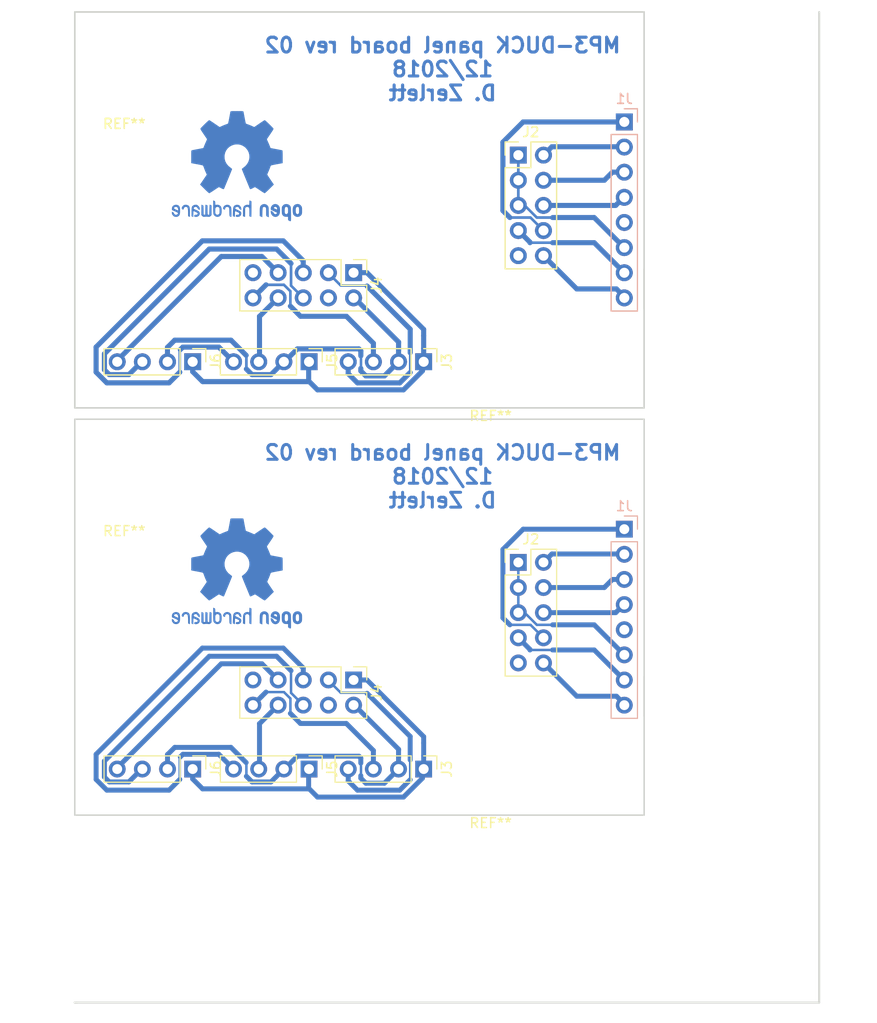
<source format=kicad_pcb>
(kicad_pcb (version 20171130) (host pcbnew 5.0.1)

  (general
    (thickness 1.6)
    (drawings 22)
    (tracks 537)
    (zones 0)
    (modules 26)
    (nets 20)
  )

  (page A4)
  (layers
    (0 F.Cu signal)
    (31 B.Cu signal)
    (32 B.Adhes user)
    (33 F.Adhes user)
    (34 B.Paste user)
    (35 F.Paste user)
    (36 B.SilkS user hide)
    (37 F.SilkS user)
    (38 B.Mask user)
    (39 F.Mask user)
    (40 Dwgs.User user)
    (41 Cmts.User user)
    (42 Eco1.User user)
    (43 Eco2.User user)
    (44 Edge.Cuts user)
    (45 Margin user)
    (46 B.CrtYd user)
    (47 F.CrtYd user)
    (48 B.Fab user)
    (49 F.Fab user)
  )

  (setup
    (last_trace_width 0.5)
    (trace_clearance 0.2)
    (zone_clearance 0.508)
    (zone_45_only no)
    (trace_min 0.2)
    (segment_width 0.2)
    (edge_width 0.15)
    (via_size 0.8)
    (via_drill 0.4)
    (via_min_size 0.4)
    (via_min_drill 0.3)
    (uvia_size 0.3)
    (uvia_drill 0.1)
    (uvias_allowed no)
    (uvia_min_size 0.2)
    (uvia_min_drill 0.1)
    (pcb_text_width 0.3)
    (pcb_text_size 1.5 1.5)
    (mod_edge_width 0.15)
    (mod_text_size 1 1)
    (mod_text_width 0.15)
    (pad_size 1.524 1.524)
    (pad_drill 0.762)
    (pad_to_mask_clearance 0.051)
    (solder_mask_min_width 0.25)
    (aux_axis_origin 0 0)
    (grid_origin 15.5523 48.811)
    (visible_elements FFFFFF7F)
    (pcbplotparams
      (layerselection 0x00040_7ffffffe)
      (usegerberextensions false)
      (usegerberattributes false)
      (usegerberadvancedattributes false)
      (creategerberjobfile false)
      (excludeedgelayer true)
      (linewidth 0.100000)
      (plotframeref false)
      (viasonmask false)
      (mode 1)
      (useauxorigin false)
      (hpglpennumber 1)
      (hpglpenspeed 20)
      (hpglpendiameter 15.000000)
      (psnegative true)
      (psa4output false)
      (plotreference false)
      (plotvalue false)
      (plotinvisibletext false)
      (padsonsilk false)
      (subtractmaskfromsilk false)
      (outputformat 4)
      (mirror false)
      (drillshape 0)
      (scaleselection 1)
      (outputdirectory ""))
  )

  (net 0 "")
  (net 1 "Net-(J1-Pad1)")
  (net 2 "Net-(J1-Pad2)")
  (net 3 "Net-(J1-Pad3)")
  (net 4 "Net-(J1-Pad4)")
  (net 5 "Net-(J1-Pad5)")
  (net 6 "Net-(J1-Pad6)")
  (net 7 "Net-(J1-Pad7)")
  (net 8 "Net-(J1-Pad8)")
  (net 9 "Net-(J3-Pad1)")
  (net 10 "Net-(J3-Pad2)")
  (net 11 "Net-(J3-Pad3)")
  (net 12 "Net-(J3-Pad4)")
  (net 13 "Net-(J4-Pad5)")
  (net 14 "Net-(J4-Pad8)")
  (net 15 "Net-(J4-Pad6)")
  (net 16 "Net-(J4-Pad7)")
  (net 17 "Net-(J2-Pad9)")
  (net 18 "Net-(J4-Pad9)")
  (net 19 "Net-(J4-Pad4)")

  (net_class Default "This is the default net class."
    (clearance 0.2)
    (trace_width 0.5)
    (via_dia 0.8)
    (via_drill 0.4)
    (uvia_dia 0.3)
    (uvia_drill 0.1)
    (add_net "Net-(J1-Pad1)")
    (add_net "Net-(J1-Pad2)")
    (add_net "Net-(J1-Pad3)")
    (add_net "Net-(J1-Pad4)")
    (add_net "Net-(J1-Pad5)")
    (add_net "Net-(J1-Pad6)")
    (add_net "Net-(J1-Pad7)")
    (add_net "Net-(J1-Pad8)")
    (add_net "Net-(J2-Pad9)")
    (add_net "Net-(J3-Pad1)")
    (add_net "Net-(J3-Pad2)")
    (add_net "Net-(J3-Pad3)")
    (add_net "Net-(J3-Pad4)")
    (add_net "Net-(J4-Pad4)")
    (add_net "Net-(J4-Pad5)")
    (add_net "Net-(J4-Pad6)")
    (add_net "Net-(J4-Pad7)")
    (add_net "Net-(J4-Pad8)")
    (add_net "Net-(J4-Pad9)")
  )

  (module Connector_PinHeader_2.54mm:PinHeader_2x05_P2.54mm_Vertical (layer F.Cu) (tedit 59FED5CC) (tstamp 5C1293E2)
    (at 40.093876 79.591714 270)
    (descr "Through hole straight pin header, 2x05, 2.54mm pitch, double rows")
    (tags "Through hole pin header THT 2x05 2.54mm double row")
    (path /5C0AE5A2)
    (fp_text reference J4 (at 1.27 -2.33 270) (layer F.SilkS)
      (effects (font (size 1 1) (thickness 0.15)))
    )
    (fp_text value Panel (at 1.27 12.49 270) (layer F.Fab)
      (effects (font (size 1 1) (thickness 0.15)))
    )
    (fp_text user %R (at 1.27 5.08) (layer F.Fab)
      (effects (font (size 1 1) (thickness 0.15)))
    )
    (fp_line (start 4.35 -1.8) (end -1.8 -1.8) (layer F.CrtYd) (width 0.05))
    (fp_line (start 4.35 11.95) (end 4.35 -1.8) (layer F.CrtYd) (width 0.05))
    (fp_line (start -1.8 11.95) (end 4.35 11.95) (layer F.CrtYd) (width 0.05))
    (fp_line (start -1.8 -1.8) (end -1.8 11.95) (layer F.CrtYd) (width 0.05))
    (fp_line (start -1.33 -1.33) (end 0 -1.33) (layer F.SilkS) (width 0.12))
    (fp_line (start -1.33 0) (end -1.33 -1.33) (layer F.SilkS) (width 0.12))
    (fp_line (start 1.27 -1.33) (end 3.87 -1.33) (layer F.SilkS) (width 0.12))
    (fp_line (start 1.27 1.27) (end 1.27 -1.33) (layer F.SilkS) (width 0.12))
    (fp_line (start -1.33 1.27) (end 1.27 1.27) (layer F.SilkS) (width 0.12))
    (fp_line (start 3.87 -1.33) (end 3.87 11.49) (layer F.SilkS) (width 0.12))
    (fp_line (start -1.33 1.27) (end -1.33 11.49) (layer F.SilkS) (width 0.12))
    (fp_line (start -1.33 11.49) (end 3.87 11.49) (layer F.SilkS) (width 0.12))
    (fp_line (start -1.27 0) (end 0 -1.27) (layer F.Fab) (width 0.1))
    (fp_line (start -1.27 11.43) (end -1.27 0) (layer F.Fab) (width 0.1))
    (fp_line (start 3.81 11.43) (end -1.27 11.43) (layer F.Fab) (width 0.1))
    (fp_line (start 3.81 -1.27) (end 3.81 11.43) (layer F.Fab) (width 0.1))
    (fp_line (start 0 -1.27) (end 3.81 -1.27) (layer F.Fab) (width 0.1))
    (pad 10 thru_hole oval (at 2.54 10.16 270) (size 1.7 1.7) (drill 1) (layers *.Cu *.Mask)
      (net 11 "Net-(J3-Pad3)"))
    (pad 9 thru_hole oval (at 0 10.16 270) (size 1.7 1.7) (drill 1) (layers *.Cu *.Mask)
      (net 18 "Net-(J4-Pad9)"))
    (pad 8 thru_hole oval (at 2.54 7.62 270) (size 1.7 1.7) (drill 1) (layers *.Cu *.Mask)
      (net 14 "Net-(J4-Pad8)"))
    (pad 7 thru_hole oval (at 0 7.62 270) (size 1.7 1.7) (drill 1) (layers *.Cu *.Mask)
      (net 16 "Net-(J4-Pad7)"))
    (pad 6 thru_hole oval (at 2.54 5.08 270) (size 1.7 1.7) (drill 1) (layers *.Cu *.Mask)
      (net 15 "Net-(J4-Pad6)"))
    (pad 5 thru_hole oval (at 0 5.08 270) (size 1.7 1.7) (drill 1) (layers *.Cu *.Mask)
      (net 13 "Net-(J4-Pad5)"))
    (pad 4 thru_hole oval (at 2.54 2.54 270) (size 1.7 1.7) (drill 1) (layers *.Cu *.Mask)
      (net 19 "Net-(J4-Pad4)"))
    (pad 3 thru_hole oval (at 0 2.54 270) (size 1.7 1.7) (drill 1) (layers *.Cu *.Mask)
      (net 12 "Net-(J3-Pad4)"))
    (pad 2 thru_hole oval (at 2.54 0 270) (size 1.7 1.7) (drill 1) (layers *.Cu *.Mask)
      (net 10 "Net-(J3-Pad2)"))
    (pad 1 thru_hole rect (at 0 0 270) (size 1.7 1.7) (drill 1) (layers *.Cu *.Mask)
      (net 9 "Net-(J3-Pad1)"))
    (model ${KISYS3DMOD}/Connector_PinHeader_2.54mm.3dshapes/PinHeader_2x05_P2.54mm_Vertical.wrl
      (at (xyz 0 0 0))
      (scale (xyz 1 1 1))
      (rotate (xyz 0 0 0))
    )
  )

  (module Connector_PinHeader_2.54mm:PinHeader_1x04_P2.54mm_Vertical (layer F.Cu) (tedit 59FED5CC) (tstamp 5C1293BF)
    (at 23.843876 88.591714 270)
    (descr "Through hole straight pin header, 1x04, 2.54mm pitch, single row")
    (tags "Through hole pin header THT 1x04 2.54mm single row")
    (path /5C0BBB14)
    (fp_text reference J6 (at 0 -2.33 270) (layer F.SilkS)
      (effects (font (size 1 1) (thickness 0.15)))
    )
    (fp_text value btn3 (at 0 9.95 270) (layer F.Fab)
      (effects (font (size 1 1) (thickness 0.15)))
    )
    (fp_text user %R (at 0 3.81) (layer F.Fab)
      (effects (font (size 1 1) (thickness 0.15)))
    )
    (fp_line (start 1.8 -1.8) (end -1.8 -1.8) (layer F.CrtYd) (width 0.05))
    (fp_line (start 1.8 9.4) (end 1.8 -1.8) (layer F.CrtYd) (width 0.05))
    (fp_line (start -1.8 9.4) (end 1.8 9.4) (layer F.CrtYd) (width 0.05))
    (fp_line (start -1.8 -1.8) (end -1.8 9.4) (layer F.CrtYd) (width 0.05))
    (fp_line (start -1.33 -1.33) (end 0 -1.33) (layer F.SilkS) (width 0.12))
    (fp_line (start -1.33 0) (end -1.33 -1.33) (layer F.SilkS) (width 0.12))
    (fp_line (start -1.33 1.27) (end 1.33 1.27) (layer F.SilkS) (width 0.12))
    (fp_line (start 1.33 1.27) (end 1.33 8.95) (layer F.SilkS) (width 0.12))
    (fp_line (start -1.33 1.27) (end -1.33 8.95) (layer F.SilkS) (width 0.12))
    (fp_line (start -1.33 8.95) (end 1.33 8.95) (layer F.SilkS) (width 0.12))
    (fp_line (start -1.27 -0.635) (end -0.635 -1.27) (layer F.Fab) (width 0.1))
    (fp_line (start -1.27 8.89) (end -1.27 -0.635) (layer F.Fab) (width 0.1))
    (fp_line (start 1.27 8.89) (end -1.27 8.89) (layer F.Fab) (width 0.1))
    (fp_line (start 1.27 -1.27) (end 1.27 8.89) (layer F.Fab) (width 0.1))
    (fp_line (start -0.635 -1.27) (end 1.27 -1.27) (layer F.Fab) (width 0.1))
    (pad 4 thru_hole oval (at 0 7.62 270) (size 1.7 1.7) (drill 1) (layers *.Cu *.Mask)
      (net 16 "Net-(J4-Pad7)"))
    (pad 3 thru_hole oval (at 0 5.08 270) (size 1.7 1.7) (drill 1) (layers *.Cu *.Mask)
      (net 15 "Net-(J4-Pad6)"))
    (pad 2 thru_hole oval (at 0 2.54 270) (size 1.7 1.7) (drill 1) (layers *.Cu *.Mask)
      (net 10 "Net-(J3-Pad2)"))
    (pad 1 thru_hole rect (at 0 0 270) (size 1.7 1.7) (drill 1) (layers *.Cu *.Mask)
      (net 9 "Net-(J3-Pad1)"))
    (model ${KISYS3DMOD}/Connector_PinHeader_2.54mm.3dshapes/PinHeader_1x04_P2.54mm_Vertical.wrl
      (at (xyz 0 0 0))
      (scale (xyz 1 1 1))
      (rotate (xyz 0 0 0))
    )
  )

  (module Connector_PinHeader_2.54mm:PinHeader_1x04_P2.54mm_Vertical (layer F.Cu) (tedit 59FED5CC) (tstamp 5C129399)
    (at 35.593876 88.591714 270)
    (descr "Through hole straight pin header, 1x04, 2.54mm pitch, single row")
    (tags "Through hole pin header THT 1x04 2.54mm single row")
    (path /5C0BBAD4)
    (fp_text reference J5 (at 0 -2.33 270) (layer F.SilkS)
      (effects (font (size 1 1) (thickness 0.15)))
    )
    (fp_text value btn2 (at 0 9.95 270) (layer F.Fab)
      (effects (font (size 1 1) (thickness 0.15)))
    )
    (fp_line (start -0.635 -1.27) (end 1.27 -1.27) (layer F.Fab) (width 0.1))
    (fp_line (start 1.27 -1.27) (end 1.27 8.89) (layer F.Fab) (width 0.1))
    (fp_line (start 1.27 8.89) (end -1.27 8.89) (layer F.Fab) (width 0.1))
    (fp_line (start -1.27 8.89) (end -1.27 -0.635) (layer F.Fab) (width 0.1))
    (fp_line (start -1.27 -0.635) (end -0.635 -1.27) (layer F.Fab) (width 0.1))
    (fp_line (start -1.33 8.95) (end 1.33 8.95) (layer F.SilkS) (width 0.12))
    (fp_line (start -1.33 1.27) (end -1.33 8.95) (layer F.SilkS) (width 0.12))
    (fp_line (start 1.33 1.27) (end 1.33 8.95) (layer F.SilkS) (width 0.12))
    (fp_line (start -1.33 1.27) (end 1.33 1.27) (layer F.SilkS) (width 0.12))
    (fp_line (start -1.33 0) (end -1.33 -1.33) (layer F.SilkS) (width 0.12))
    (fp_line (start -1.33 -1.33) (end 0 -1.33) (layer F.SilkS) (width 0.12))
    (fp_line (start -1.8 -1.8) (end -1.8 9.4) (layer F.CrtYd) (width 0.05))
    (fp_line (start -1.8 9.4) (end 1.8 9.4) (layer F.CrtYd) (width 0.05))
    (fp_line (start 1.8 9.4) (end 1.8 -1.8) (layer F.CrtYd) (width 0.05))
    (fp_line (start 1.8 -1.8) (end -1.8 -1.8) (layer F.CrtYd) (width 0.05))
    (fp_text user %R (at 0 3) (layer F.Fab)
      (effects (font (size 1 1) (thickness 0.15)))
    )
    (pad 1 thru_hole rect (at 0 0 270) (size 1.7 1.7) (drill 1) (layers *.Cu *.Mask)
      (net 9 "Net-(J3-Pad1)"))
    (pad 2 thru_hole oval (at 0 2.54 270) (size 1.7 1.7) (drill 1) (layers *.Cu *.Mask)
      (net 10 "Net-(J3-Pad2)"))
    (pad 3 thru_hole oval (at 0 5.08 270) (size 1.7 1.7) (drill 1) (layers *.Cu *.Mask)
      (net 14 "Net-(J4-Pad8)"))
    (pad 4 thru_hole oval (at 0 7.62 270) (size 1.7 1.7) (drill 1) (layers *.Cu *.Mask)
      (net 13 "Net-(J4-Pad5)"))
    (model ${KISYS3DMOD}/Connector_PinHeader_2.54mm.3dshapes/PinHeader_1x04_P2.54mm_Vertical.wrl
      (at (xyz 0 0 0))
      (scale (xyz 1 1 1))
      (rotate (xyz 0 0 0))
    )
  )

  (module MountingHole:MountingHole_3.2mm_M3_DIN965 locked (layer F.Cu) (tedit 56D1B4CB) (tstamp 5C129388)
    (at 53.938876 90.246714 180)
    (descr "Mounting Hole 3.2mm, no annular, M3, DIN965")
    (tags "mounting hole 3.2mm no annular m3 din965")
    (attr virtual)
    (fp_text reference REF** (at 0 -3.8 180) (layer F.SilkS)
      (effects (font (size 1 1) (thickness 0.15)))
    )
    (fp_text value MountingHole_3.2mm_M3_DIN965 (at 0 3.8 180) (layer F.Fab)
      (effects (font (size 1 1) (thickness 0.15)))
    )
    (fp_text user %R (at 0.3 0 180) (layer F.Fab)
      (effects (font (size 1 1) (thickness 0.15)))
    )
    (fp_circle (center 0 0) (end 2.8 0) (layer Cmts.User) (width 0.15))
    (fp_circle (center 0 0) (end 3.05 0) (layer F.CrtYd) (width 0.05))
    (pad 1 np_thru_hole circle (at 0 0 180) (size 3.2 3.2) (drill 3.2) (layers *.Cu *.Mask))
  )

  (module Symbol:OSHW-Logo2_14.6x12mm_Copper locked (layer B.Cu) (tedit 0) (tstamp 5C129378)
    (at 28.3158 68.8135 180)
    (descr "Open Source Hardware Symbol")
    (tags "Logo Symbol OSHW")
    (attr virtual)
    (fp_text reference REF** (at 0 0 180) (layer B.SilkS) hide
      (effects (font (size 1 1) (thickness 0.15)) (justify mirror))
    )
    (fp_text value OSHW-Logo2_14.6x12mm_Copper (at 0.75 0 180) (layer B.Fab) hide
      (effects (font (size 1 1) (thickness 0.15)) (justify mirror))
    )
    (fp_poly (pts (xy -4.8281 -3.861903) (xy -4.71655 -3.917522) (xy -4.618092 -4.019931) (xy -4.590977 -4.057864)
      (xy -4.561438 -4.1075) (xy -4.542272 -4.161412) (xy -4.531307 -4.233364) (xy -4.526371 -4.337122)
      (xy -4.525287 -4.474101) (xy -4.530182 -4.661815) (xy -4.547196 -4.802758) (xy -4.579823 -4.907908)
      (xy -4.631558 -4.988243) (xy -4.705896 -5.054741) (xy -4.711358 -5.058678) (xy -4.78462 -5.098953)
      (xy -4.87284 -5.11888) (xy -4.985038 -5.123793) (xy -5.167433 -5.123793) (xy -5.167509 -5.300857)
      (xy -5.169207 -5.39947) (xy -5.17955 -5.457314) (xy -5.206578 -5.492006) (xy -5.258332 -5.521164)
      (xy -5.270761 -5.527121) (xy -5.328923 -5.555039) (xy -5.373956 -5.572672) (xy -5.407441 -5.574194)
      (xy -5.430962 -5.553781) (xy -5.4461 -5.505607) (xy -5.454437 -5.423846) (xy -5.457556 -5.302672)
      (xy -5.45704 -5.13626) (xy -5.454471 -4.918785) (xy -5.453668 -4.853736) (xy -5.450778 -4.629502)
      (xy -5.448188 -4.482821) (xy -5.167586 -4.482821) (xy -5.166009 -4.607326) (xy -5.159 -4.688787)
      (xy -5.143142 -4.742515) (xy -5.115019 -4.783823) (xy -5.095925 -4.803971) (xy -5.017865 -4.862921)
      (xy -4.948753 -4.86772) (xy -4.87744 -4.819038) (xy -4.875632 -4.817241) (xy -4.846617 -4.779618)
      (xy -4.828967 -4.728484) (xy -4.820064 -4.649738) (xy -4.817291 -4.529276) (xy -4.817241 -4.502588)
      (xy -4.823942 -4.336583) (xy -4.845752 -4.221505) (xy -4.885235 -4.151254) (xy -4.944956 -4.119729)
      (xy -4.979472 -4.116552) (xy -5.061389 -4.13146) (xy -5.117579 -4.180548) (xy -5.151402 -4.270362)
      (xy -5.16622 -4.407445) (xy -5.167586 -4.482821) (xy -5.448188 -4.482821) (xy -5.447713 -4.455952)
      (xy -5.443753 -4.325382) (xy -5.438174 -4.230087) (xy -5.430254 -4.162364) (xy -5.419269 -4.114507)
      (xy -5.404499 -4.078813) (xy -5.385218 -4.047578) (xy -5.376951 -4.035824) (xy -5.267288 -3.924797)
      (xy -5.128635 -3.861847) (xy -4.968246 -3.844297) (xy -4.8281 -3.861903)) (layer B.Cu) (width 0.01))
    (fp_poly (pts (xy -2.582571 -3.877719) (xy -2.488877 -3.931914) (xy -2.423736 -3.985707) (xy -2.376093 -4.042066)
      (xy -2.343272 -4.110987) (xy -2.322594 -4.202468) (xy -2.31138 -4.326506) (xy -2.306951 -4.493098)
      (xy -2.306437 -4.612851) (xy -2.306437 -5.053659) (xy -2.430517 -5.109283) (xy -2.554598 -5.164907)
      (xy -2.569195 -4.682095) (xy -2.575227 -4.501779) (xy -2.581555 -4.370901) (xy -2.589394 -4.280511)
      (xy -2.599963 -4.221664) (xy -2.614477 -4.185413) (xy -2.634152 -4.16281) (xy -2.640465 -4.157917)
      (xy -2.736112 -4.119706) (xy -2.832793 -4.134827) (xy -2.890345 -4.174943) (xy -2.913755 -4.20337)
      (xy -2.929961 -4.240672) (xy -2.940259 -4.297223) (xy -2.945951 -4.383394) (xy -2.948336 -4.509558)
      (xy -2.948736 -4.641042) (xy -2.948814 -4.805999) (xy -2.951639 -4.922761) (xy -2.961093 -5.00151)
      (xy -2.98106 -5.052431) (xy -3.015424 -5.085706) (xy -3.068068 -5.11152) (xy -3.138383 -5.138344)
      (xy -3.21518 -5.167542) (xy -3.206038 -4.649346) (xy -3.202357 -4.462539) (xy -3.19805 -4.32449)
      (xy -3.191877 -4.225568) (xy -3.182598 -4.156145) (xy -3.168973 -4.10659) (xy -3.149761 -4.067273)
      (xy -3.126598 -4.032584) (xy -3.014848 -3.92177) (xy -2.878487 -3.857689) (xy -2.730175 -3.842339)
      (xy -2.582571 -3.877719)) (layer B.Cu) (width 0.01))
    (fp_poly (pts (xy -5.951779 -3.866015) (xy -5.814939 -3.937968) (xy -5.713949 -4.053766) (xy -5.678075 -4.128213)
      (xy -5.650161 -4.239992) (xy -5.635871 -4.381227) (xy -5.634516 -4.535371) (xy -5.645405 -4.685879)
      (xy -5.667847 -4.816205) (xy -5.70115 -4.909803) (xy -5.711385 -4.925922) (xy -5.832618 -5.046249)
      (xy -5.976613 -5.118317) (xy -6.132861 -5.139408) (xy -6.290852 -5.106802) (xy -6.33482 -5.087253)
      (xy -6.420444 -5.027012) (xy -6.495592 -4.947135) (xy -6.502694 -4.937004) (xy -6.531561 -4.888181)
      (xy -6.550643 -4.83599) (xy -6.561916 -4.767285) (xy -6.567355 -4.668918) (xy -6.568938 -4.527744)
      (xy -6.568965 -4.496092) (xy -6.568893 -4.486019) (xy -6.277011 -4.486019) (xy -6.275313 -4.619256)
      (xy -6.268628 -4.707674) (xy -6.254575 -4.764785) (xy -6.230771 -4.804102) (xy -6.218621 -4.817241)
      (xy -6.148764 -4.867172) (xy -6.080941 -4.864895) (xy -6.012365 -4.821584) (xy -5.971465 -4.775346)
      (xy -5.947242 -4.707857) (xy -5.933639 -4.601433) (xy -5.932706 -4.58902) (xy -5.930384 -4.396147)
      (xy -5.95465 -4.2529) (xy -6.005176 -4.16016) (xy -6.081632 -4.118807) (xy -6.108924 -4.116552)
      (xy -6.180589 -4.127893) (xy -6.22961 -4.167184) (xy -6.259582 -4.242326) (xy -6.274101 -4.361222)
      (xy -6.277011 -4.486019) (xy -6.568893 -4.486019) (xy -6.567878 -4.345659) (xy -6.563312 -4.240549)
      (xy -6.553312 -4.167714) (xy -6.535921 -4.114108) (xy -6.509184 -4.066681) (xy -6.503276 -4.057864)
      (xy -6.403968 -3.939007) (xy -6.295758 -3.870008) (xy -6.164019 -3.842619) (xy -6.119283 -3.841281)
      (xy -5.951779 -3.866015)) (layer B.Cu) (width 0.01))
    (fp_poly (pts (xy -3.684448 -3.884676) (xy -3.569342 -3.962111) (xy -3.480389 -4.073949) (xy -3.427251 -4.216265)
      (xy -3.416503 -4.321015) (xy -3.417724 -4.364726) (xy -3.427944 -4.398194) (xy -3.456039 -4.428179)
      (xy -3.510884 -4.46144) (xy -3.601355 -4.504738) (xy -3.736328 -4.564833) (xy -3.737011 -4.565134)
      (xy -3.861249 -4.622037) (xy -3.963127 -4.672565) (xy -4.032233 -4.71128) (xy -4.058154 -4.73274)
      (xy -4.058161 -4.732913) (xy -4.035315 -4.779644) (xy -3.981891 -4.831154) (xy -3.920558 -4.868261)
      (xy -3.889485 -4.875632) (xy -3.804711 -4.850138) (xy -3.731707 -4.786291) (xy -3.696087 -4.716094)
      (xy -3.66182 -4.664343) (xy -3.594697 -4.605409) (xy -3.515792 -4.554496) (xy -3.446179 -4.526809)
      (xy -3.431623 -4.525287) (xy -3.415237 -4.550321) (xy -3.41425 -4.614311) (xy -3.426292 -4.700593)
      (xy -3.448993 -4.792501) (xy -3.479986 -4.873369) (xy -3.481552 -4.876509) (xy -3.574819 -5.006734)
      (xy -3.695696 -5.095311) (xy -3.832973 -5.138786) (xy -3.97544 -5.133706) (xy -4.111888 -5.076616)
      (xy -4.117955 -5.072602) (xy -4.22529 -4.975326) (xy -4.295868 -4.848409) (xy -4.334926 -4.681526)
      (xy -4.340168 -4.634639) (xy -4.349452 -4.413329) (xy -4.338322 -4.310124) (xy -4.058161 -4.310124)
      (xy -4.054521 -4.374503) (xy -4.034611 -4.393291) (xy -3.984974 -4.379235) (xy -3.906733 -4.346009)
      (xy -3.819274 -4.304359) (xy -3.817101 -4.303256) (xy -3.74297 -4.264265) (xy -3.713219 -4.238244)
      (xy -3.720555 -4.210965) (xy -3.751447 -4.175121) (xy -3.83004 -4.123251) (xy -3.914677 -4.119439)
      (xy -3.990597 -4.157189) (xy -4.043035 -4.230001) (xy -4.058161 -4.310124) (xy -4.338322 -4.310124)
      (xy -4.330356 -4.236261) (xy -4.281366 -4.095829) (xy -4.213164 -3.997447) (xy -4.090065 -3.89803)
      (xy -3.954472 -3.848711) (xy -3.816045 -3.845568) (xy -3.684448 -3.884676)) (layer B.Cu) (width 0.01))
    (fp_poly (pts (xy -1.255402 -3.723857) (xy -1.246846 -3.843188) (xy -1.237019 -3.913506) (xy -1.223401 -3.944179)
      (xy -1.203473 -3.944571) (xy -1.197011 -3.94091) (xy -1.11106 -3.914398) (xy -0.999255 -3.915946)
      (xy -0.885586 -3.943199) (xy -0.81449 -3.978455) (xy -0.741595 -4.034778) (xy -0.688307 -4.098519)
      (xy -0.651725 -4.17951) (xy -0.62895 -4.287586) (xy -0.617081 -4.43258) (xy -0.613218 -4.624326)
      (xy -0.613149 -4.661109) (xy -0.613103 -5.074288) (xy -0.705046 -5.106339) (xy -0.770348 -5.128144)
      (xy -0.806176 -5.138297) (xy -0.80723 -5.138391) (xy -0.810758 -5.11086) (xy -0.813761 -5.034923)
      (xy -0.81601 -4.920565) (xy -0.817276 -4.777769) (xy -0.817471 -4.690951) (xy -0.817877 -4.519773)
      (xy -0.819968 -4.397088) (xy -0.825053 -4.313) (xy -0.83444 -4.257614) (xy -0.849439 -4.221032)
      (xy -0.871358 -4.193359) (xy -0.885043 -4.180032) (xy -0.979051 -4.126328) (xy -1.081636 -4.122307)
      (xy -1.17471 -4.167725) (xy -1.191922 -4.184123) (xy -1.217168 -4.214957) (xy -1.23468 -4.251531)
      (xy -1.245858 -4.304415) (xy -1.252104 -4.384177) (xy -1.254818 -4.501385) (xy -1.255402 -4.662991)
      (xy -1.255402 -5.074288) (xy -1.347345 -5.106339) (xy -1.412647 -5.128144) (xy -1.448475 -5.138297)
      (xy -1.449529 -5.138391) (xy -1.452225 -5.110448) (xy -1.454655 -5.03163) (xy -1.456722 -4.909453)
      (xy -1.458329 -4.751432) (xy -1.459377 -4.565083) (xy -1.459769 -4.35792) (xy -1.45977 -4.348706)
      (xy -1.45977 -3.55902) (xy -1.364885 -3.518997) (xy -1.27 -3.478973) (xy -1.255402 -3.723857)) (layer B.Cu) (width 0.01))
    (fp_poly (pts (xy 0.079944 -3.92436) (xy 0.194343 -3.966842) (xy 0.195652 -3.967658) (xy 0.266403 -4.01973)
      (xy 0.318636 -4.080584) (xy 0.355371 -4.159887) (xy 0.379634 -4.267309) (xy 0.394445 -4.412517)
      (xy 0.402829 -4.605179) (xy 0.403564 -4.632628) (xy 0.41412 -5.046521) (xy 0.325291 -5.092456)
      (xy 0.261018 -5.123498) (xy 0.22221 -5.138206) (xy 0.220415 -5.138391) (xy 0.2137 -5.11125)
      (xy 0.208365 -5.038041) (xy 0.205083 -4.931081) (xy 0.204368 -4.844469) (xy 0.204351 -4.704162)
      (xy 0.197937 -4.616051) (xy 0.17558 -4.574025) (xy 0.127732 -4.571975) (xy 0.044849 -4.60379)
      (xy -0.080287 -4.662272) (xy -0.172303 -4.710845) (xy -0.219629 -4.752986) (xy -0.233542 -4.798916)
      (xy -0.233563 -4.801189) (xy -0.210605 -4.880311) (xy -0.14263 -4.923055) (xy -0.038602 -4.929246)
      (xy 0.03633 -4.928172) (xy 0.075839 -4.949753) (xy 0.100478 -5.001591) (xy 0.114659 -5.067632)
      (xy 0.094223 -5.105104) (xy 0.086528 -5.110467) (xy 0.014083 -5.132006) (xy -0.087367 -5.135055)
      (xy -0.191843 -5.120778) (xy -0.265875 -5.094688) (xy -0.368228 -5.007785) (xy -0.426409 -4.886816)
      (xy -0.437931 -4.792308) (xy -0.429138 -4.707062) (xy -0.39732 -4.637476) (xy -0.334316 -4.575672)
      (xy -0.231969 -4.513772) (xy -0.082118 -4.443897) (xy -0.072988 -4.439948) (xy 0.061997 -4.377588)
      (xy 0.145294 -4.326446) (xy 0.180997 -4.280488) (xy 0.173203 -4.233683) (xy 0.126007 -4.179998)
      (xy 0.111894 -4.167644) (xy 0.017359 -4.119741) (xy -0.080594 -4.121758) (xy -0.165903 -4.168724)
      (xy -0.222504 -4.255669) (xy -0.227763 -4.272734) (xy -0.278977 -4.355504) (xy -0.343963 -4.395372)
      (xy -0.437931 -4.434882) (xy -0.437931 -4.332658) (xy -0.409347 -4.184072) (xy -0.324505 -4.047784)
      (xy -0.280355 -4.002191) (xy -0.179995 -3.943674) (xy -0.052365 -3.917184) (xy 0.079944 -3.92436)) (layer B.Cu) (width 0.01))
    (fp_poly (pts (xy 1.065943 -3.92192) (xy 1.198565 -3.970859) (xy 1.30601 -4.057419) (xy 1.348032 -4.118352)
      (xy 1.393843 -4.230161) (xy 1.392891 -4.311006) (xy 1.344808 -4.365378) (xy 1.327017 -4.374624)
      (xy 1.250204 -4.40345) (xy 1.210976 -4.396065) (xy 1.197689 -4.347658) (xy 1.197012 -4.32092)
      (xy 1.172686 -4.222548) (xy 1.109281 -4.153734) (xy 1.021154 -4.120498) (xy 0.922663 -4.128861)
      (xy 0.842602 -4.172296) (xy 0.815561 -4.197072) (xy 0.796394 -4.227129) (xy 0.783446 -4.272565)
      (xy 0.775064 -4.343476) (xy 0.769593 -4.44996) (xy 0.765378 -4.602112) (xy 0.764287 -4.650287)
      (xy 0.760307 -4.815095) (xy 0.755781 -4.931088) (xy 0.748995 -5.007833) (xy 0.738231 -5.054893)
      (xy 0.721773 -5.081835) (xy 0.697906 -5.098223) (xy 0.682626 -5.105463) (xy 0.617733 -5.13022)
      (xy 0.579534 -5.138391) (xy 0.566912 -5.111103) (xy 0.559208 -5.028603) (xy 0.55638 -4.889941)
      (xy 0.558386 -4.694162) (xy 0.559011 -4.663965) (xy 0.563421 -4.485349) (xy 0.568635 -4.354923)
      (xy 0.576055 -4.262492) (xy 0.587082 -4.197858) (xy 0.603117 -4.150825) (xy 0.625561 -4.111196)
      (xy 0.637302 -4.094215) (xy 0.704619 -4.01908) (xy 0.77991 -3.960638) (xy 0.789128 -3.955536)
      (xy 0.924133 -3.91526) (xy 1.065943 -3.92192)) (layer B.Cu) (width 0.01))
    (fp_poly (pts (xy 2.393914 -4.154455) (xy 2.393543 -4.372661) (xy 2.392108 -4.540519) (xy 2.389002 -4.66607)
      (xy 2.383622 -4.757355) (xy 2.375362 -4.822415) (xy 2.363616 -4.869291) (xy 2.347781 -4.906024)
      (xy 2.33579 -4.926991) (xy 2.23649 -5.040694) (xy 2.110588 -5.111965) (xy 1.971291 -5.137538)
      (xy 1.831805 -5.11415) (xy 1.748743 -5.072119) (xy 1.661545 -4.999411) (xy 1.602117 -4.910612)
      (xy 1.566261 -4.79432) (xy 1.549781 -4.639135) (xy 1.547447 -4.525287) (xy 1.547761 -4.517106)
      (xy 1.751724 -4.517106) (xy 1.75297 -4.647657) (xy 1.758678 -4.73408) (xy 1.771804 -4.790618)
      (xy 1.795306 -4.831514) (xy 1.823386 -4.862362) (xy 1.917688 -4.921905) (xy 2.01894 -4.926992)
      (xy 2.114636 -4.877279) (xy 2.122084 -4.870543) (xy 2.153874 -4.835502) (xy 2.173808 -4.793811)
      (xy 2.1846 -4.731762) (xy 2.188965 -4.635644) (xy 2.189655 -4.529379) (xy 2.188159 -4.39588)
      (xy 2.181964 -4.306822) (xy 2.168514 -4.248293) (xy 2.145251 -4.206382) (xy 2.126175 -4.184123)
      (xy 2.037563 -4.127985) (xy 1.935508 -4.121235) (xy 1.838095 -4.164114) (xy 1.819296 -4.180032)
      (xy 1.787293 -4.215382) (xy 1.767318 -4.257502) (xy 1.756593 -4.320251) (xy 1.752339 -4.417487)
      (xy 1.751724 -4.517106) (xy 1.547761 -4.517106) (xy 1.554504 -4.341947) (xy 1.578472 -4.204195)
      (xy 1.623548 -4.100632) (xy 1.693928 -4.019856) (xy 1.748743 -3.978455) (xy 1.848376 -3.933728)
      (xy 1.963855 -3.912967) (xy 2.071199 -3.918525) (xy 2.131264 -3.940943) (xy 2.154835 -3.947323)
      (xy 2.170477 -3.923535) (xy 2.181395 -3.859788) (xy 2.189655 -3.762687) (xy 2.198699 -3.654541)
      (xy 2.211261 -3.589475) (xy 2.234119 -3.552268) (xy 2.274051 -3.527699) (xy 2.299138 -3.516819)
      (xy 2.394023 -3.477072) (xy 2.393914 -4.154455)) (layer B.Cu) (width 0.01))
    (fp_poly (pts (xy 3.580124 -3.93984) (xy 3.584579 -4.016653) (xy 3.588071 -4.133391) (xy 3.590315 -4.280821)
      (xy 3.591035 -4.435455) (xy 3.591035 -4.958727) (xy 3.498645 -5.051117) (xy 3.434978 -5.108047)
      (xy 3.379089 -5.131107) (xy 3.302702 -5.129647) (xy 3.27238 -5.125934) (xy 3.17761 -5.115126)
      (xy 3.099222 -5.108933) (xy 3.080115 -5.108361) (xy 3.015699 -5.112102) (xy 2.923571 -5.121494)
      (xy 2.88785 -5.125934) (xy 2.800114 -5.132801) (xy 2.741153 -5.117885) (xy 2.68269 -5.071835)
      (xy 2.661585 -5.051117) (xy 2.569195 -4.958727) (xy 2.569195 -3.979947) (xy 2.643558 -3.946066)
      (xy 2.70759 -3.92097) (xy 2.745052 -3.912184) (xy 2.754657 -3.93995) (xy 2.763635 -4.01753)
      (xy 2.771386 -4.136348) (xy 2.777314 -4.287828) (xy 2.780173 -4.415805) (xy 2.788161 -4.919425)
      (xy 2.857848 -4.929278) (xy 2.921229 -4.922389) (xy 2.952286 -4.900083) (xy 2.960967 -4.858379)
      (xy 2.968378 -4.769544) (xy 2.973931 -4.644834) (xy 2.977036 -4.495507) (xy 2.977484 -4.418661)
      (xy 2.977931 -3.976287) (xy 3.069874 -3.944235) (xy 3.134949 -3.922443) (xy 3.170347 -3.912281)
      (xy 3.171368 -3.912184) (xy 3.17492 -3.939809) (xy 3.178823 -4.016411) (xy 3.182751 -4.132579)
      (xy 3.186376 -4.278904) (xy 3.188908 -4.415805) (xy 3.196897 -4.919425) (xy 3.372069 -4.919425)
      (xy 3.380107 -4.459965) (xy 3.388146 -4.000505) (xy 3.473543 -3.956344) (xy 3.536593 -3.926019)
      (xy 3.57391 -3.912258) (xy 3.574987 -3.912184) (xy 3.580124 -3.93984)) (layer B.Cu) (width 0.01))
    (fp_poly (pts (xy 4.314406 -3.935156) (xy 4.398469 -3.973393) (xy 4.46445 -4.019726) (xy 4.512794 -4.071532)
      (xy 4.546172 -4.138363) (xy 4.567253 -4.229769) (xy 4.578707 -4.355301) (xy 4.583203 -4.524508)
      (xy 4.583678 -4.635933) (xy 4.583678 -5.070627) (xy 4.509316 -5.104509) (xy 4.450746 -5.129272)
      (xy 4.42173 -5.138391) (xy 4.416179 -5.111257) (xy 4.411775 -5.038094) (xy 4.409078 -4.931263)
      (xy 4.408506 -4.846437) (xy 4.406046 -4.723887) (xy 4.399412 -4.626668) (xy 4.389726 -4.567134)
      (xy 4.382032 -4.554483) (xy 4.330311 -4.567402) (xy 4.249117 -4.600539) (xy 4.155102 -4.645461)
      (xy 4.064917 -4.693735) (xy 3.995215 -4.736928) (xy 3.962648 -4.766608) (xy 3.962519 -4.766929)
      (xy 3.96532 -4.821857) (xy 3.990439 -4.874292) (xy 4.034541 -4.916881) (xy 4.098909 -4.931126)
      (xy 4.153921 -4.929466) (xy 4.231835 -4.928245) (xy 4.272732 -4.946498) (xy 4.297295 -4.994726)
      (xy 4.300392 -5.00382) (xy 4.31104 -5.072598) (xy 4.282565 -5.11436) (xy 4.208344 -5.134263)
      (xy 4.128168 -5.137944) (xy 3.98389 -5.110658) (xy 3.909203 -5.07169) (xy 3.816963 -4.980148)
      (xy 3.768043 -4.867782) (xy 3.763654 -4.749051) (xy 3.805001 -4.638411) (xy 3.867197 -4.56908)
      (xy 3.929294 -4.530265) (xy 4.026895 -4.481125) (xy 4.140632 -4.431292) (xy 4.15959 -4.423677)
      (xy 4.284521 -4.368545) (xy 4.356539 -4.319954) (xy 4.3797 -4.271647) (xy 4.358064 -4.21737)
      (xy 4.32092 -4.174943) (xy 4.233127 -4.122702) (xy 4.13653 -4.118784) (xy 4.047944 -4.159041)
      (xy 3.984186 -4.239326) (xy 3.975817 -4.26004) (xy 3.927096 -4.336225) (xy 3.855965 -4.392785)
      (xy 3.766207 -4.439201) (xy 3.766207 -4.307584) (xy 3.77149 -4.227168) (xy 3.794142 -4.163786)
      (xy 3.844367 -4.096163) (xy 3.892582 -4.044076) (xy 3.967554 -3.970322) (xy 4.025806 -3.930702)
      (xy 4.088372 -3.91481) (xy 4.159193 -3.912184) (xy 4.314406 -3.935156)) (layer B.Cu) (width 0.01))
    (fp_poly (pts (xy 5.33569 -3.940018) (xy 5.370585 -3.955269) (xy 5.453877 -4.021235) (xy 5.525103 -4.116618)
      (xy 5.569153 -4.218406) (xy 5.576322 -4.268587) (xy 5.552285 -4.338647) (xy 5.499561 -4.375717)
      (xy 5.443031 -4.398164) (xy 5.417146 -4.4023) (xy 5.404542 -4.372283) (xy 5.379654 -4.306961)
      (xy 5.368735 -4.277445) (xy 5.307508 -4.175348) (xy 5.218861 -4.124423) (xy 5.105193 -4.125989)
      (xy 5.096774 -4.127994) (xy 5.036088 -4.156767) (xy 4.991474 -4.212859) (xy 4.961002 -4.303163)
      (xy 4.942744 -4.434571) (xy 4.934771 -4.613974) (xy 4.934023 -4.709433) (xy 4.933652 -4.859913)
      (xy 4.931223 -4.962495) (xy 4.92476 -5.027672) (xy 4.912288 -5.065938) (xy 4.891833 -5.087785)
      (xy 4.861419 -5.103707) (xy 4.859661 -5.104509) (xy 4.801091 -5.129272) (xy 4.772075 -5.138391)
      (xy 4.767616 -5.110822) (xy 4.763799 -5.03462) (xy 4.760899 -4.919541) (xy 4.759191 -4.775341)
      (xy 4.758851 -4.669814) (xy 4.760588 -4.465613) (xy 4.767382 -4.310697) (xy 4.781607 -4.196024)
      (xy 4.805638 -4.112551) (xy 4.841848 -4.051236) (xy 4.892612 -4.003034) (xy 4.942739 -3.969393)
      (xy 5.063275 -3.924619) (xy 5.203557 -3.914521) (xy 5.33569 -3.940018)) (layer B.Cu) (width 0.01))
    (fp_poly (pts (xy 6.343439 -3.95654) (xy 6.45895 -4.032034) (xy 6.514664 -4.099617) (xy 6.558804 -4.222255)
      (xy 6.562309 -4.319298) (xy 6.554368 -4.449056) (xy 6.255115 -4.580039) (xy 6.109611 -4.646958)
      (xy 6.014537 -4.70079) (xy 5.965101 -4.747416) (xy 5.956511 -4.79272) (xy 5.983972 -4.842582)
      (xy 6.014253 -4.875632) (xy 6.102363 -4.928633) (xy 6.198196 -4.932347) (xy 6.286212 -4.891041)
      (xy 6.350869 -4.808983) (xy 6.362433 -4.780008) (xy 6.417825 -4.689509) (xy 6.481553 -4.65094)
      (xy 6.568966 -4.617946) (xy 6.568966 -4.743034) (xy 6.561238 -4.828156) (xy 6.530966 -4.899938)
      (xy 6.467518 -4.982356) (xy 6.458088 -4.993066) (xy 6.387513 -5.066391) (xy 6.326847 -5.105742)
      (xy 6.25095 -5.123845) (xy 6.18803 -5.129774) (xy 6.075487 -5.131251) (xy 5.99537 -5.112535)
      (xy 5.94539 -5.084747) (xy 5.866838 -5.023641) (xy 5.812463 -4.957554) (xy 5.778052 -4.874441)
      (xy 5.759388 -4.762254) (xy 5.752256 -4.608946) (xy 5.751687 -4.531136) (xy 5.753622 -4.437853)
      (xy 5.929899 -4.437853) (xy 5.931944 -4.487896) (xy 5.937039 -4.496092) (xy 5.970666 -4.484958)
      (xy 6.04303 -4.455493) (xy 6.139747 -4.413601) (xy 6.159973 -4.404597) (xy 6.282203 -4.342442)
      (xy 6.349547 -4.287815) (xy 6.364348 -4.236649) (xy 6.328947 -4.184876) (xy 6.299711 -4.162)
      (xy 6.194216 -4.11625) (xy 6.095476 -4.123808) (xy 6.012812 -4.179651) (xy 5.955548 -4.278753)
      (xy 5.937188 -4.357414) (xy 5.929899 -4.437853) (xy 5.753622 -4.437853) (xy 5.755459 -4.349351)
      (xy 5.769359 -4.214853) (xy 5.796894 -4.116916) (xy 5.841572 -4.044811) (xy 5.906901 -3.987813)
      (xy 5.935383 -3.969393) (xy 6.064763 -3.921422) (xy 6.206412 -3.918403) (xy 6.343439 -3.95654)) (layer B.Cu) (width 0.01))
    (fp_poly (pts (xy 0.209014 5.547002) (xy 0.367006 5.546137) (xy 0.481347 5.543795) (xy 0.559407 5.539238)
      (xy 0.608554 5.53173) (xy 0.636159 5.520534) (xy 0.649592 5.504912) (xy 0.656221 5.484127)
      (xy 0.656865 5.481437) (xy 0.666935 5.432887) (xy 0.685575 5.337095) (xy 0.710845 5.204257)
      (xy 0.740807 5.044569) (xy 0.773522 4.868226) (xy 0.774664 4.862033) (xy 0.807433 4.689218)
      (xy 0.838093 4.536531) (xy 0.864664 4.413129) (xy 0.885167 4.328169) (xy 0.897626 4.29081)
      (xy 0.89822 4.290148) (xy 0.934919 4.271905) (xy 1.010586 4.241503) (xy 1.108878 4.205507)
      (xy 1.109425 4.205315) (xy 1.233233 4.158778) (xy 1.379196 4.099496) (xy 1.516781 4.039891)
      (xy 1.523293 4.036944) (xy 1.74739 3.935235) (xy 2.243619 4.274103) (xy 2.395846 4.377408)
      (xy 2.533741 4.469763) (xy 2.649315 4.545916) (xy 2.734579 4.600615) (xy 2.781544 4.628607)
      (xy 2.786004 4.630683) (xy 2.820134 4.62144) (xy 2.883881 4.576844) (xy 2.979731 4.494791)
      (xy 3.110169 4.373179) (xy 3.243328 4.243795) (xy 3.371694 4.116298) (xy 3.486581 3.999954)
      (xy 3.581073 3.901948) (xy 3.648253 3.829464) (xy 3.681206 3.789687) (xy 3.682432 3.787639)
      (xy 3.686074 3.760344) (xy 3.67235 3.715766) (xy 3.637869 3.647888) (xy 3.579239 3.550689)
      (xy 3.49307 3.418149) (xy 3.3782 3.247524) (xy 3.276254 3.097345) (xy 3.185123 2.96265)
      (xy 3.110073 2.85126) (xy 3.056369 2.770995) (xy 3.02928 2.729675) (xy 3.027574 2.72687)
      (xy 3.030882 2.687279) (xy 3.055953 2.610331) (xy 3.097798 2.510568) (xy 3.112712 2.478709)
      (xy 3.177786 2.336774) (xy 3.247212 2.175727) (xy 3.303609 2.036379) (xy 3.344247 1.932956)
      (xy 3.376526 1.854358) (xy 3.395178 1.81328) (xy 3.397497 1.810115) (xy 3.431803 1.804872)
      (xy 3.512669 1.790506) (xy 3.629343 1.769063) (xy 3.771075 1.742587) (xy 3.92711 1.713123)
      (xy 4.086698 1.682717) (xy 4.239085 1.653412) (xy 4.373521 1.627255) (xy 4.479252 1.60629)
      (xy 4.545526 1.592561) (xy 4.561782 1.58868) (xy 4.578573 1.5791) (xy 4.591249 1.557464)
      (xy 4.600378 1.516469) (xy 4.606531 1.448811) (xy 4.61028 1.347188) (xy 4.612192 1.204297)
      (xy 4.61284 1.012835) (xy 4.612874 0.934355) (xy 4.612874 0.296094) (xy 4.459598 0.26584)
      (xy 4.374322 0.249436) (xy 4.24707 0.225491) (xy 4.093315 0.196893) (xy 3.928534 0.166533)
      (xy 3.882989 0.158194) (xy 3.730932 0.12863) (xy 3.598468 0.099558) (xy 3.496714 0.073671)
      (xy 3.436788 0.053663) (xy 3.426805 0.047699) (xy 3.402293 0.005466) (xy 3.367148 -0.07637)
      (xy 3.328173 -0.181683) (xy 3.320442 -0.204368) (xy 3.26936 -0.345018) (xy 3.205954 -0.503714)
      (xy 3.143904 -0.646225) (xy 3.143598 -0.646886) (xy 3.040267 -0.87044) (xy 3.719961 -1.870232)
      (xy 3.283621 -2.3073) (xy 3.151649 -2.437381) (xy 3.031279 -2.552048) (xy 2.929273 -2.645181)
      (xy 2.852391 -2.710658) (xy 2.807393 -2.742357) (xy 2.800938 -2.744368) (xy 2.76304 -2.728529)
      (xy 2.685708 -2.684496) (xy 2.577389 -2.61749) (xy 2.446532 -2.532734) (xy 2.305052 -2.437816)
      (xy 2.161461 -2.340998) (xy 2.033435 -2.256751) (xy 1.929105 -2.190258) (xy 1.8566 -2.146702)
      (xy 1.824158 -2.131264) (xy 1.784576 -2.144328) (xy 1.709519 -2.17875) (xy 1.614468 -2.22738)
      (xy 1.604392 -2.232785) (xy 1.476391 -2.29698) (xy 1.388618 -2.328463) (xy 1.334028 -2.328798)
      (xy 1.305575 -2.299548) (xy 1.30541 -2.299138) (xy 1.291188 -2.264498) (xy 1.257269 -2.182269)
      (xy 1.206284 -2.058814) (xy 1.140862 -1.900498) (xy 1.063634 -1.713686) (xy 0.977229 -1.504742)
      (xy 0.893551 -1.302446) (xy 0.801588 -1.0792) (xy 0.71715 -0.872392) (xy 0.642769 -0.688362)
      (xy 0.580974 -0.533451) (xy 0.534297 -0.413996) (xy 0.505268 -0.336339) (xy 0.496322 -0.307356)
      (xy 0.518756 -0.27411) (xy 0.577439 -0.221123) (xy 0.655689 -0.162704) (xy 0.878534 0.022048)
      (xy 1.052718 0.233818) (xy 1.176154 0.468144) (xy 1.246754 0.720566) (xy 1.262431 0.986623)
      (xy 1.251036 1.109425) (xy 1.18895 1.364207) (xy 1.082023 1.589199) (xy 0.936889 1.782183)
      (xy 0.760178 1.940939) (xy 0.558522 2.06325) (xy 0.338554 2.146895) (xy 0.106906 2.189656)
      (xy -0.129791 2.189313) (xy -0.364905 2.143648) (xy -0.591804 2.050441) (xy -0.803856 1.907473)
      (xy -0.892364 1.826617) (xy -1.062111 1.618993) (xy -1.180301 1.392105) (xy -1.247722 1.152567)
      (xy -1.26516 0.906993) (xy -1.233402 0.661997) (xy -1.153235 0.424192) (xy -1.025445 0.200193)
      (xy -0.85082 -0.003387) (xy -0.655688 -0.162704) (xy -0.574409 -0.223602) (xy -0.516991 -0.276015)
      (xy -0.496322 -0.307406) (xy -0.507144 -0.341639) (xy -0.537923 -0.423419) (xy -0.586126 -0.546407)
      (xy -0.649222 -0.704263) (xy -0.724678 -0.890649) (xy -0.809962 -1.099226) (xy -0.893781 -1.302496)
      (xy -0.986255 -1.525933) (xy -1.071911 -1.732984) (xy -1.148118 -1.917286) (xy -1.212247 -2.072475)
      (xy -1.261668 -2.192188) (xy -1.293752 -2.270061) (xy -1.305641 -2.299138) (xy -1.333726 -2.328677)
      (xy -1.388051 -2.328591) (xy -1.475605 -2.297326) (xy -1.603381 -2.233329) (xy -1.604392 -2.232785)
      (xy -1.700598 -2.183121) (xy -1.778369 -2.146945) (xy -1.822223 -2.131408) (xy -1.824158 -2.131264)
      (xy -1.857171 -2.147024) (xy -1.930054 -2.19085) (xy -2.034678 -2.257557) (xy -2.16291 -2.341964)
      (xy -2.305052 -2.437816) (xy -2.449767 -2.534867) (xy -2.580196 -2.61927) (xy -2.68789 -2.685801)
      (xy -2.764402 -2.729238) (xy -2.800938 -2.744368) (xy -2.834582 -2.724482) (xy -2.902224 -2.668903)
      (xy -2.997107 -2.583754) (xy -3.11247 -2.475153) (xy -3.241555 -2.349221) (xy -3.283771 -2.307149)
      (xy -3.720261 -1.869931) (xy -3.388023 -1.38234) (xy -3.287054 -1.232605) (xy -3.198438 -1.09822)
      (xy -3.127146 -0.986969) (xy -3.07815 -0.906639) (xy -3.056422 -0.865014) (xy -3.055785 -0.862053)
      (xy -3.06724 -0.822818) (xy -3.098051 -0.743895) (xy -3.142884 -0.638509) (xy -3.174353 -0.567954)
      (xy -3.233192 -0.432876) (xy -3.288604 -0.296409) (xy -3.331564 -0.181103) (xy -3.343234 -0.145977)
      (xy -3.376389 -0.052174) (xy -3.408799 0.020306) (xy -3.426601 0.047699) (xy -3.465886 0.064464)
      (xy -3.551626 0.08823) (xy -3.672697 0.116303) (xy -3.817973 0.145991) (xy -3.882988 0.158194)
      (xy -4.048087 0.188532) (xy -4.206448 0.217907) (xy -4.342596 0.243431) (xy -4.441057 0.262215)
      (xy -4.459598 0.26584) (xy -4.612873 0.296094) (xy -4.612873 0.934355) (xy -4.612529 1.14423)
      (xy -4.611116 1.30302) (xy -4.608064 1.418027) (xy -4.602803 1.496554) (xy -4.594763 1.545904)
      (xy -4.583373 1.573381) (xy -4.568063 1.586287) (xy -4.561782 1.58868) (xy -4.523896 1.597167)
      (xy -4.440195 1.6141) (xy -4.321433 1.637434) (xy -4.178361 1.665125) (xy -4.021732 1.695127)
      (xy -3.862297 1.725396) (xy -3.710809 1.753885) (xy -3.578019 1.778551) (xy -3.474681 1.797349)
      (xy -3.411545 1.808233) (xy -3.397497 1.810115) (xy -3.38477 1.835296) (xy -3.3566 1.902378)
      (xy -3.318252 1.998667) (xy -3.303609 2.036379) (xy -3.244548 2.182079) (xy -3.175 2.343049)
      (xy -3.112712 2.478709) (xy -3.066879 2.582439) (xy -3.036387 2.667674) (xy -3.026208 2.719874)
      (xy -3.027831 2.72687) (xy -3.049343 2.759898) (xy -3.098465 2.833357) (xy -3.169923 2.939423)
      (xy -3.258445 3.070274) (xy -3.358759 3.218088) (xy -3.378594 3.247266) (xy -3.494988 3.420137)
      (xy -3.580548 3.551774) (xy -3.638684 3.648239) (xy -3.672808 3.715592) (xy -3.686331 3.759894)
      (xy -3.682664 3.787206) (xy -3.68257 3.78738) (xy -3.653707 3.823254) (xy -3.589867 3.892609)
      (xy -3.497969 3.988255) (xy -3.384933 4.103001) (xy -3.257679 4.229659) (xy -3.243328 4.243795)
      (xy -3.082957 4.399097) (xy -2.959195 4.51313) (xy -2.869555 4.587998) (xy -2.811552 4.625804)
      (xy -2.786004 4.630683) (xy -2.748718 4.609397) (xy -2.671343 4.560227) (xy -2.561867 4.488425)
      (xy -2.42828 4.399245) (xy -2.27857 4.297937) (xy -2.243618 4.274103) (xy -1.74739 3.935235)
      (xy -1.523293 4.036944) (xy -1.387011 4.096217) (xy -1.240724 4.15583) (xy -1.114965 4.20336)
      (xy -1.109425 4.205315) (xy -1.011057 4.241323) (xy -0.935229 4.271771) (xy -0.898282 4.290095)
      (xy -0.89822 4.290148) (xy -0.886496 4.323271) (xy -0.866568 4.404733) (xy -0.840413 4.525375)
      (xy -0.81001 4.676041) (xy -0.777337 4.847572) (xy -0.774664 4.862033) (xy -0.74189 5.038765)
      (xy -0.711802 5.19919) (xy -0.686339 5.333112) (xy -0.667441 5.430337) (xy -0.657047 5.480668)
      (xy -0.656865 5.481437) (xy -0.650539 5.502847) (xy -0.638239 5.519012) (xy -0.612594 5.530669)
      (xy -0.566235 5.538555) (xy -0.491792 5.543407) (xy -0.381895 5.545961) (xy -0.229175 5.546955)
      (xy -0.026262 5.547126) (xy 0 5.547126) (xy 0.209014 5.547002)) (layer B.Cu) (width 0.01))
  )

  (module Connector_PinHeader_2.54mm:PinHeader_1x04_P2.54mm_Vertical (layer F.Cu) (tedit 59FED5CC) (tstamp 5C129360)
    (at 47.173876 88.591714 270)
    (descr "Through hole straight pin header, 1x04, 2.54mm pitch, single row")
    (tags "Through hole pin header THT 1x04 2.54mm single row")
    (path /5C0BB9EF)
    (fp_text reference J3 (at 0 -2.33 270) (layer F.SilkS)
      (effects (font (size 1 1) (thickness 0.15)))
    )
    (fp_text value btn1 (at 0 9.95 270) (layer F.Fab)
      (effects (font (size 1 1) (thickness 0.15)))
    )
    (fp_text user %R (at 0 3.81) (layer F.Fab)
      (effects (font (size 1 1) (thickness 0.15)))
    )
    (fp_line (start 1.8 -1.8) (end -1.8 -1.8) (layer F.CrtYd) (width 0.05))
    (fp_line (start 1.8 9.4) (end 1.8 -1.8) (layer F.CrtYd) (width 0.05))
    (fp_line (start -1.8 9.4) (end 1.8 9.4) (layer F.CrtYd) (width 0.05))
    (fp_line (start -1.8 -1.8) (end -1.8 9.4) (layer F.CrtYd) (width 0.05))
    (fp_line (start -1.33 -1.33) (end 0 -1.33) (layer F.SilkS) (width 0.12))
    (fp_line (start -1.33 0) (end -1.33 -1.33) (layer F.SilkS) (width 0.12))
    (fp_line (start -1.33 1.27) (end 1.33 1.27) (layer F.SilkS) (width 0.12))
    (fp_line (start 1.33 1.27) (end 1.33 8.95) (layer F.SilkS) (width 0.12))
    (fp_line (start -1.33 1.27) (end -1.33 8.95) (layer F.SilkS) (width 0.12))
    (fp_line (start -1.33 8.95) (end 1.33 8.95) (layer F.SilkS) (width 0.12))
    (fp_line (start -1.27 -0.635) (end -0.635 -1.27) (layer F.Fab) (width 0.1))
    (fp_line (start -1.27 8.89) (end -1.27 -0.635) (layer F.Fab) (width 0.1))
    (fp_line (start 1.27 8.89) (end -1.27 8.89) (layer F.Fab) (width 0.1))
    (fp_line (start 1.27 -1.27) (end 1.27 8.89) (layer F.Fab) (width 0.1))
    (fp_line (start -0.635 -1.27) (end 1.27 -1.27) (layer F.Fab) (width 0.1))
    (pad 4 thru_hole oval (at 0 7.62 270) (size 1.7 1.7) (drill 1) (layers *.Cu *.Mask)
      (net 12 "Net-(J3-Pad4)"))
    (pad 3 thru_hole oval (at 0 5.08 270) (size 1.7 1.7) (drill 1) (layers *.Cu *.Mask)
      (net 11 "Net-(J3-Pad3)"))
    (pad 2 thru_hole oval (at 0 2.54 270) (size 1.7 1.7) (drill 1) (layers *.Cu *.Mask)
      (net 10 "Net-(J3-Pad2)"))
    (pad 1 thru_hole rect (at 0 0 270) (size 1.7 1.7) (drill 1) (layers *.Cu *.Mask)
      (net 9 "Net-(J3-Pad1)"))
    (model ${KISYS3DMOD}/Connector_PinHeader_2.54mm.3dshapes/PinHeader_1x04_P2.54mm_Vertical.wrl
      (at (xyz 0 0 0))
      (scale (xyz 1 1 1))
      (rotate (xyz 0 0 0))
    )
  )

  (module Connector_PinHeader_2.54mm:PinHeader_1x08_P2.54mm_Vertical (layer B.Cu) (tedit 59FED5CC) (tstamp 5C12933C)
    (at 67.434076 64.356714 180)
    (descr "Through hole straight pin header, 1x08, 2.54mm pitch, single row")
    (tags "Through hole pin header THT 1x08 2.54mm single row")
    (path /5C0AE15C)
    (fp_text reference J1 (at 0 2.33 180) (layer B.SilkS)
      (effects (font (size 1 1) (thickness 0.15)) (justify mirror))
    )
    (fp_text value RFID (at 0 -20.11 180) (layer B.Fab)
      (effects (font (size 1 1) (thickness 0.15)) (justify mirror))
    )
    (fp_text user %R (at 0 -8.89 90) (layer B.Fab)
      (effects (font (size 1 1) (thickness 0.15)) (justify mirror))
    )
    (fp_line (start 1.8 1.8) (end -1.8 1.8) (layer B.CrtYd) (width 0.05))
    (fp_line (start 1.8 -19.55) (end 1.8 1.8) (layer B.CrtYd) (width 0.05))
    (fp_line (start -1.8 -19.55) (end 1.8 -19.55) (layer B.CrtYd) (width 0.05))
    (fp_line (start -1.8 1.8) (end -1.8 -19.55) (layer B.CrtYd) (width 0.05))
    (fp_line (start -1.33 1.33) (end 0 1.33) (layer B.SilkS) (width 0.12))
    (fp_line (start -1.33 0) (end -1.33 1.33) (layer B.SilkS) (width 0.12))
    (fp_line (start -1.33 -1.27) (end 1.33 -1.27) (layer B.SilkS) (width 0.12))
    (fp_line (start 1.33 -1.27) (end 1.33 -19.11) (layer B.SilkS) (width 0.12))
    (fp_line (start -1.33 -1.27) (end -1.33 -19.11) (layer B.SilkS) (width 0.12))
    (fp_line (start -1.33 -19.11) (end 1.33 -19.11) (layer B.SilkS) (width 0.12))
    (fp_line (start -1.27 0.635) (end -0.635 1.27) (layer B.Fab) (width 0.1))
    (fp_line (start -1.27 -19.05) (end -1.27 0.635) (layer B.Fab) (width 0.1))
    (fp_line (start 1.27 -19.05) (end -1.27 -19.05) (layer B.Fab) (width 0.1))
    (fp_line (start 1.27 1.27) (end 1.27 -19.05) (layer B.Fab) (width 0.1))
    (fp_line (start -0.635 1.27) (end 1.27 1.27) (layer B.Fab) (width 0.1))
    (pad 8 thru_hole oval (at 0 -17.78 180) (size 1.7 1.7) (drill 1) (layers *.Cu *.Mask)
      (net 8 "Net-(J1-Pad8)"))
    (pad 7 thru_hole oval (at 0 -15.24 180) (size 1.7 1.7) (drill 1) (layers *.Cu *.Mask)
      (net 7 "Net-(J1-Pad7)"))
    (pad 6 thru_hole oval (at 0 -12.7 180) (size 1.7 1.7) (drill 1) (layers *.Cu *.Mask)
      (net 6 "Net-(J1-Pad6)"))
    (pad 5 thru_hole oval (at 0 -10.16 180) (size 1.7 1.7) (drill 1) (layers *.Cu *.Mask)
      (net 5 "Net-(J1-Pad5)"))
    (pad 4 thru_hole oval (at 0 -7.62 180) (size 1.7 1.7) (drill 1) (layers *.Cu *.Mask)
      (net 4 "Net-(J1-Pad4)"))
    (pad 3 thru_hole oval (at 0 -5.08 180) (size 1.7 1.7) (drill 1) (layers *.Cu *.Mask)
      (net 3 "Net-(J1-Pad3)"))
    (pad 2 thru_hole oval (at 0 -2.54 180) (size 1.7 1.7) (drill 1) (layers *.Cu *.Mask)
      (net 2 "Net-(J1-Pad2)"))
    (pad 1 thru_hole rect (at 0 0 180) (size 1.7 1.7) (drill 1) (layers *.Cu *.Mask)
      (net 1 "Net-(J1-Pad1)"))
    (model ${KISYS3DMOD}/Connector_PinHeader_2.54mm.3dshapes/PinHeader_1x08_P2.54mm_Vertical.wrl
      (at (xyz 0 0 0))
      (scale (xyz 1 1 1))
      (rotate (xyz 0 0 0))
    )
  )

  (module MountingHole:MountingHole_3.2mm_M3_DIN965 locked (layer F.Cu) (tedit 56D1B4CB) (tstamp 5C129328)
    (at 16.938876 60.746714 180)
    (descr "Mounting Hole 3.2mm, no annular, M3, DIN965")
    (tags "mounting hole 3.2mm no annular m3 din965")
    (attr virtual)
    (fp_text reference REF** (at 0 -3.8 180) (layer F.SilkS)
      (effects (font (size 1 1) (thickness 0.15)))
    )
    (fp_text value MountingHole_3.2mm_M3_DIN965 (at 0 3.8 180) (layer F.Fab)
      (effects (font (size 1 1) (thickness 0.15)))
    )
    (fp_circle (center 0 0) (end 3.05 0) (layer F.CrtYd) (width 0.05))
    (fp_circle (center 0 0) (end 2.8 0) (layer Cmts.User) (width 0.15))
    (fp_text user %R (at 0.3 0 180) (layer F.Fab)
      (effects (font (size 1 1) (thickness 0.15)))
    )
    (pad 1 np_thru_hole circle (at 0 0 180) (size 3.2 3.2) (drill 3.2) (layers *.Cu *.Mask))
  )

  (module Connector_PinHeader_2.54mm:PinHeader_2x05_P2.54mm_Vertical (layer F.Cu) (tedit 59FED5CC) (tstamp 5C129304)
    (at 56.732076 67.711914)
    (descr "Through hole straight pin header, 2x05, 2.54mm pitch, double rows")
    (tags "Through hole pin header THT 2x05 2.54mm double row")
    (path /5C0AE341)
    (fp_text reference J2 (at 1.27 -2.33) (layer F.SilkS)
      (effects (font (size 1 1) (thickness 0.15)))
    )
    (fp_text value RFID (at 1.27 12.49) (layer F.Fab)
      (effects (font (size 1 1) (thickness 0.15)))
    )
    (fp_line (start 0 -1.27) (end 3.81 -1.27) (layer F.Fab) (width 0.1))
    (fp_line (start 3.81 -1.27) (end 3.81 11.43) (layer F.Fab) (width 0.1))
    (fp_line (start 3.81 11.43) (end -1.27 11.43) (layer F.Fab) (width 0.1))
    (fp_line (start -1.27 11.43) (end -1.27 0) (layer F.Fab) (width 0.1))
    (fp_line (start -1.27 0) (end 0 -1.27) (layer F.Fab) (width 0.1))
    (fp_line (start -1.33 11.49) (end 3.87 11.49) (layer F.SilkS) (width 0.12))
    (fp_line (start -1.33 1.27) (end -1.33 11.49) (layer F.SilkS) (width 0.12))
    (fp_line (start 3.87 -1.33) (end 3.87 11.49) (layer F.SilkS) (width 0.12))
    (fp_line (start -1.33 1.27) (end 1.27 1.27) (layer F.SilkS) (width 0.12))
    (fp_line (start 1.27 1.27) (end 1.27 -1.33) (layer F.SilkS) (width 0.12))
    (fp_line (start 1.27 -1.33) (end 3.87 -1.33) (layer F.SilkS) (width 0.12))
    (fp_line (start -1.33 0) (end -1.33 -1.33) (layer F.SilkS) (width 0.12))
    (fp_line (start -1.33 -1.33) (end 0 -1.33) (layer F.SilkS) (width 0.12))
    (fp_line (start -1.8 -1.8) (end -1.8 11.95) (layer F.CrtYd) (width 0.05))
    (fp_line (start -1.8 11.95) (end 4.35 11.95) (layer F.CrtYd) (width 0.05))
    (fp_line (start 4.35 11.95) (end 4.35 -1.8) (layer F.CrtYd) (width 0.05))
    (fp_line (start 4.35 -1.8) (end -1.8 -1.8) (layer F.CrtYd) (width 0.05))
    (fp_text user %R (at 1.27 5.08 90) (layer F.Fab)
      (effects (font (size 1 1) (thickness 0.15)))
    )
    (pad 1 thru_hole rect (at 0 0) (size 1.7 1.7) (drill 1) (layers *.Cu *.Mask)
      (net 6 "Net-(J1-Pad6)"))
    (pad 2 thru_hole oval (at 2.54 0) (size 1.7 1.7) (drill 1) (layers *.Cu *.Mask)
      (net 2 "Net-(J1-Pad2)"))
    (pad 3 thru_hole oval (at 0 2.54) (size 1.7 1.7) (drill 1) (layers *.Cu *.Mask)
      (net 6 "Net-(J1-Pad6)"))
    (pad 4 thru_hole oval (at 2.54 2.54) (size 1.7 1.7) (drill 1) (layers *.Cu *.Mask)
      (net 3 "Net-(J1-Pad3)"))
    (pad 5 thru_hole oval (at 0 5.08) (size 1.7 1.7) (drill 1) (layers *.Cu *.Mask)
      (net 6 "Net-(J1-Pad6)"))
    (pad 6 thru_hole oval (at 2.54 5.08) (size 1.7 1.7) (drill 1) (layers *.Cu *.Mask)
      (net 4 "Net-(J1-Pad4)"))
    (pad 7 thru_hole oval (at 0 7.62) (size 1.7 1.7) (drill 1) (layers *.Cu *.Mask)
      (net 7 "Net-(J1-Pad7)"))
    (pad 8 thru_hole oval (at 2.54 7.62) (size 1.7 1.7) (drill 1) (layers *.Cu *.Mask)
      (net 1 "Net-(J1-Pad1)"))
    (pad 9 thru_hole oval (at 0 10.16) (size 1.7 1.7) (drill 1) (layers *.Cu *.Mask)
      (net 17 "Net-(J2-Pad9)"))
    (pad 10 thru_hole oval (at 2.54 10.16) (size 1.7 1.7) (drill 1) (layers *.Cu *.Mask)
      (net 8 "Net-(J1-Pad8)"))
    (model ${KISYS3DMOD}/Connector_PinHeader_2.54mm.3dshapes/PinHeader_2x05_P2.54mm_Vertical.wrl
      (at (xyz 0 0 0))
      (scale (xyz 1 1 1))
      (rotate (xyz 0 0 0))
    )
  )

  (module Connector_PinHeader_2.54mm:PinHeader_1x08_P2.54mm_Vertical (layer B.Cu) (tedit 59FED5CC) (tstamp 5C129270)
    (at 67.434076 23.208714 180)
    (descr "Through hole straight pin header, 1x08, 2.54mm pitch, single row")
    (tags "Through hole pin header THT 1x08 2.54mm single row")
    (path /5C0AE15C)
    (fp_text reference J1 (at 0 2.33 180) (layer B.SilkS)
      (effects (font (size 1 1) (thickness 0.15)) (justify mirror))
    )
    (fp_text value RFID (at 0 -20.11 180) (layer B.Fab)
      (effects (font (size 1 1) (thickness 0.15)) (justify mirror))
    )
    (fp_line (start -0.635 1.27) (end 1.27 1.27) (layer B.Fab) (width 0.1))
    (fp_line (start 1.27 1.27) (end 1.27 -19.05) (layer B.Fab) (width 0.1))
    (fp_line (start 1.27 -19.05) (end -1.27 -19.05) (layer B.Fab) (width 0.1))
    (fp_line (start -1.27 -19.05) (end -1.27 0.635) (layer B.Fab) (width 0.1))
    (fp_line (start -1.27 0.635) (end -0.635 1.27) (layer B.Fab) (width 0.1))
    (fp_line (start -1.33 -19.11) (end 1.33 -19.11) (layer B.SilkS) (width 0.12))
    (fp_line (start -1.33 -1.27) (end -1.33 -19.11) (layer B.SilkS) (width 0.12))
    (fp_line (start 1.33 -1.27) (end 1.33 -19.11) (layer B.SilkS) (width 0.12))
    (fp_line (start -1.33 -1.27) (end 1.33 -1.27) (layer B.SilkS) (width 0.12))
    (fp_line (start -1.33 0) (end -1.33 1.33) (layer B.SilkS) (width 0.12))
    (fp_line (start -1.33 1.33) (end 0 1.33) (layer B.SilkS) (width 0.12))
    (fp_line (start -1.8 1.8) (end -1.8 -19.55) (layer B.CrtYd) (width 0.05))
    (fp_line (start -1.8 -19.55) (end 1.8 -19.55) (layer B.CrtYd) (width 0.05))
    (fp_line (start 1.8 -19.55) (end 1.8 1.8) (layer B.CrtYd) (width 0.05))
    (fp_line (start 1.8 1.8) (end -1.8 1.8) (layer B.CrtYd) (width 0.05))
    (fp_text user %R (at 0 -8.89 90) (layer B.Fab)
      (effects (font (size 1 1) (thickness 0.15)) (justify mirror))
    )
    (pad 1 thru_hole rect (at 0 0 180) (size 1.7 1.7) (drill 1) (layers *.Cu *.Mask)
      (net 1 "Net-(J1-Pad1)"))
    (pad 2 thru_hole oval (at 0 -2.54 180) (size 1.7 1.7) (drill 1) (layers *.Cu *.Mask)
      (net 2 "Net-(J1-Pad2)"))
    (pad 3 thru_hole oval (at 0 -5.08 180) (size 1.7 1.7) (drill 1) (layers *.Cu *.Mask)
      (net 3 "Net-(J1-Pad3)"))
    (pad 4 thru_hole oval (at 0 -7.62 180) (size 1.7 1.7) (drill 1) (layers *.Cu *.Mask)
      (net 4 "Net-(J1-Pad4)"))
    (pad 5 thru_hole oval (at 0 -10.16 180) (size 1.7 1.7) (drill 1) (layers *.Cu *.Mask)
      (net 5 "Net-(J1-Pad5)"))
    (pad 6 thru_hole oval (at 0 -12.7 180) (size 1.7 1.7) (drill 1) (layers *.Cu *.Mask)
      (net 6 "Net-(J1-Pad6)"))
    (pad 7 thru_hole oval (at 0 -15.24 180) (size 1.7 1.7) (drill 1) (layers *.Cu *.Mask)
      (net 7 "Net-(J1-Pad7)"))
    (pad 8 thru_hole oval (at 0 -17.78 180) (size 1.7 1.7) (drill 1) (layers *.Cu *.Mask)
      (net 8 "Net-(J1-Pad8)"))
    (model ${KISYS3DMOD}/Connector_PinHeader_2.54mm.3dshapes/PinHeader_1x08_P2.54mm_Vertical.wrl
      (at (xyz 0 0 0))
      (scale (xyz 1 1 1))
      (rotate (xyz 0 0 0))
    )
  )

  (module Connector_PinHeader_2.54mm:PinHeader_1x04_P2.54mm_Vertical (layer F.Cu) (tedit 59FED5CC) (tstamp 5C129257)
    (at 35.593876 47.443714 270)
    (descr "Through hole straight pin header, 1x04, 2.54mm pitch, single row")
    (tags "Through hole pin header THT 1x04 2.54mm single row")
    (path /5C0BBAD4)
    (fp_text reference J5 (at 0 -2.33 270) (layer F.SilkS)
      (effects (font (size 1 1) (thickness 0.15)))
    )
    (fp_text value btn2 (at 0 9.95 270) (layer F.Fab)
      (effects (font (size 1 1) (thickness 0.15)))
    )
    (fp_text user %R (at 0 3) (layer F.Fab)
      (effects (font (size 1 1) (thickness 0.15)))
    )
    (fp_line (start 1.8 -1.8) (end -1.8 -1.8) (layer F.CrtYd) (width 0.05))
    (fp_line (start 1.8 9.4) (end 1.8 -1.8) (layer F.CrtYd) (width 0.05))
    (fp_line (start -1.8 9.4) (end 1.8 9.4) (layer F.CrtYd) (width 0.05))
    (fp_line (start -1.8 -1.8) (end -1.8 9.4) (layer F.CrtYd) (width 0.05))
    (fp_line (start -1.33 -1.33) (end 0 -1.33) (layer F.SilkS) (width 0.12))
    (fp_line (start -1.33 0) (end -1.33 -1.33) (layer F.SilkS) (width 0.12))
    (fp_line (start -1.33 1.27) (end 1.33 1.27) (layer F.SilkS) (width 0.12))
    (fp_line (start 1.33 1.27) (end 1.33 8.95) (layer F.SilkS) (width 0.12))
    (fp_line (start -1.33 1.27) (end -1.33 8.95) (layer F.SilkS) (width 0.12))
    (fp_line (start -1.33 8.95) (end 1.33 8.95) (layer F.SilkS) (width 0.12))
    (fp_line (start -1.27 -0.635) (end -0.635 -1.27) (layer F.Fab) (width 0.1))
    (fp_line (start -1.27 8.89) (end -1.27 -0.635) (layer F.Fab) (width 0.1))
    (fp_line (start 1.27 8.89) (end -1.27 8.89) (layer F.Fab) (width 0.1))
    (fp_line (start 1.27 -1.27) (end 1.27 8.89) (layer F.Fab) (width 0.1))
    (fp_line (start -0.635 -1.27) (end 1.27 -1.27) (layer F.Fab) (width 0.1))
    (pad 4 thru_hole oval (at 0 7.62 270) (size 1.7 1.7) (drill 1) (layers *.Cu *.Mask)
      (net 13 "Net-(J4-Pad5)"))
    (pad 3 thru_hole oval (at 0 5.08 270) (size 1.7 1.7) (drill 1) (layers *.Cu *.Mask)
      (net 14 "Net-(J4-Pad8)"))
    (pad 2 thru_hole oval (at 0 2.54 270) (size 1.7 1.7) (drill 1) (layers *.Cu *.Mask)
      (net 10 "Net-(J3-Pad2)"))
    (pad 1 thru_hole rect (at 0 0 270) (size 1.7 1.7) (drill 1) (layers *.Cu *.Mask)
      (net 9 "Net-(J3-Pad1)"))
    (model ${KISYS3DMOD}/Connector_PinHeader_2.54mm.3dshapes/PinHeader_1x04_P2.54mm_Vertical.wrl
      (at (xyz 0 0 0))
      (scale (xyz 1 1 1))
      (rotate (xyz 0 0 0))
    )
  )

  (module Connector_PinHeader_2.54mm:PinHeader_1x04_P2.54mm_Vertical (layer F.Cu) (tedit 59FED5CC) (tstamp 5C129234)
    (at 23.843876 47.443714 270)
    (descr "Through hole straight pin header, 1x04, 2.54mm pitch, single row")
    (tags "Through hole pin header THT 1x04 2.54mm single row")
    (path /5C0BBB14)
    (fp_text reference J6 (at 0 -2.33 270) (layer F.SilkS)
      (effects (font (size 1 1) (thickness 0.15)))
    )
    (fp_text value btn3 (at 0 9.95 270) (layer F.Fab)
      (effects (font (size 1 1) (thickness 0.15)))
    )
    (fp_line (start -0.635 -1.27) (end 1.27 -1.27) (layer F.Fab) (width 0.1))
    (fp_line (start 1.27 -1.27) (end 1.27 8.89) (layer F.Fab) (width 0.1))
    (fp_line (start 1.27 8.89) (end -1.27 8.89) (layer F.Fab) (width 0.1))
    (fp_line (start -1.27 8.89) (end -1.27 -0.635) (layer F.Fab) (width 0.1))
    (fp_line (start -1.27 -0.635) (end -0.635 -1.27) (layer F.Fab) (width 0.1))
    (fp_line (start -1.33 8.95) (end 1.33 8.95) (layer F.SilkS) (width 0.12))
    (fp_line (start -1.33 1.27) (end -1.33 8.95) (layer F.SilkS) (width 0.12))
    (fp_line (start 1.33 1.27) (end 1.33 8.95) (layer F.SilkS) (width 0.12))
    (fp_line (start -1.33 1.27) (end 1.33 1.27) (layer F.SilkS) (width 0.12))
    (fp_line (start -1.33 0) (end -1.33 -1.33) (layer F.SilkS) (width 0.12))
    (fp_line (start -1.33 -1.33) (end 0 -1.33) (layer F.SilkS) (width 0.12))
    (fp_line (start -1.8 -1.8) (end -1.8 9.4) (layer F.CrtYd) (width 0.05))
    (fp_line (start -1.8 9.4) (end 1.8 9.4) (layer F.CrtYd) (width 0.05))
    (fp_line (start 1.8 9.4) (end 1.8 -1.8) (layer F.CrtYd) (width 0.05))
    (fp_line (start 1.8 -1.8) (end -1.8 -1.8) (layer F.CrtYd) (width 0.05))
    (fp_text user %R (at 0 3.81) (layer F.Fab)
      (effects (font (size 1 1) (thickness 0.15)))
    )
    (pad 1 thru_hole rect (at 0 0 270) (size 1.7 1.7) (drill 1) (layers *.Cu *.Mask)
      (net 9 "Net-(J3-Pad1)"))
    (pad 2 thru_hole oval (at 0 2.54 270) (size 1.7 1.7) (drill 1) (layers *.Cu *.Mask)
      (net 10 "Net-(J3-Pad2)"))
    (pad 3 thru_hole oval (at 0 5.08 270) (size 1.7 1.7) (drill 1) (layers *.Cu *.Mask)
      (net 15 "Net-(J4-Pad6)"))
    (pad 4 thru_hole oval (at 0 7.62 270) (size 1.7 1.7) (drill 1) (layers *.Cu *.Mask)
      (net 16 "Net-(J4-Pad7)"))
    (model ${KISYS3DMOD}/Connector_PinHeader_2.54mm.3dshapes/PinHeader_1x04_P2.54mm_Vertical.wrl
      (at (xyz 0 0 0))
      (scale (xyz 1 1 1))
      (rotate (xyz 0 0 0))
    )
  )

  (module Connector_PinHeader_2.54mm:PinHeader_2x05_P2.54mm_Vertical (layer F.Cu) (tedit 59FED5CC) (tstamp 5C129209)
    (at 40.093876 38.443714 270)
    (descr "Through hole straight pin header, 2x05, 2.54mm pitch, double rows")
    (tags "Through hole pin header THT 2x05 2.54mm double row")
    (path /5C0AE5A2)
    (fp_text reference J4 (at 1.27 -2.33 270) (layer F.SilkS)
      (effects (font (size 1 1) (thickness 0.15)))
    )
    (fp_text value Panel (at 1.27 12.49 270) (layer F.Fab)
      (effects (font (size 1 1) (thickness 0.15)))
    )
    (fp_line (start 0 -1.27) (end 3.81 -1.27) (layer F.Fab) (width 0.1))
    (fp_line (start 3.81 -1.27) (end 3.81 11.43) (layer F.Fab) (width 0.1))
    (fp_line (start 3.81 11.43) (end -1.27 11.43) (layer F.Fab) (width 0.1))
    (fp_line (start -1.27 11.43) (end -1.27 0) (layer F.Fab) (width 0.1))
    (fp_line (start -1.27 0) (end 0 -1.27) (layer F.Fab) (width 0.1))
    (fp_line (start -1.33 11.49) (end 3.87 11.49) (layer F.SilkS) (width 0.12))
    (fp_line (start -1.33 1.27) (end -1.33 11.49) (layer F.SilkS) (width 0.12))
    (fp_line (start 3.87 -1.33) (end 3.87 11.49) (layer F.SilkS) (width 0.12))
    (fp_line (start -1.33 1.27) (end 1.27 1.27) (layer F.SilkS) (width 0.12))
    (fp_line (start 1.27 1.27) (end 1.27 -1.33) (layer F.SilkS) (width 0.12))
    (fp_line (start 1.27 -1.33) (end 3.87 -1.33) (layer F.SilkS) (width 0.12))
    (fp_line (start -1.33 0) (end -1.33 -1.33) (layer F.SilkS) (width 0.12))
    (fp_line (start -1.33 -1.33) (end 0 -1.33) (layer F.SilkS) (width 0.12))
    (fp_line (start -1.8 -1.8) (end -1.8 11.95) (layer F.CrtYd) (width 0.05))
    (fp_line (start -1.8 11.95) (end 4.35 11.95) (layer F.CrtYd) (width 0.05))
    (fp_line (start 4.35 11.95) (end 4.35 -1.8) (layer F.CrtYd) (width 0.05))
    (fp_line (start 4.35 -1.8) (end -1.8 -1.8) (layer F.CrtYd) (width 0.05))
    (fp_text user %R (at 1.27 5.08) (layer F.Fab)
      (effects (font (size 1 1) (thickness 0.15)))
    )
    (pad 1 thru_hole rect (at 0 0 270) (size 1.7 1.7) (drill 1) (layers *.Cu *.Mask)
      (net 9 "Net-(J3-Pad1)"))
    (pad 2 thru_hole oval (at 2.54 0 270) (size 1.7 1.7) (drill 1) (layers *.Cu *.Mask)
      (net 10 "Net-(J3-Pad2)"))
    (pad 3 thru_hole oval (at 0 2.54 270) (size 1.7 1.7) (drill 1) (layers *.Cu *.Mask)
      (net 12 "Net-(J3-Pad4)"))
    (pad 4 thru_hole oval (at 2.54 2.54 270) (size 1.7 1.7) (drill 1) (layers *.Cu *.Mask)
      (net 19 "Net-(J4-Pad4)"))
    (pad 5 thru_hole oval (at 0 5.08 270) (size 1.7 1.7) (drill 1) (layers *.Cu *.Mask)
      (net 13 "Net-(J4-Pad5)"))
    (pad 6 thru_hole oval (at 2.54 5.08 270) (size 1.7 1.7) (drill 1) (layers *.Cu *.Mask)
      (net 15 "Net-(J4-Pad6)"))
    (pad 7 thru_hole oval (at 0 7.62 270) (size 1.7 1.7) (drill 1) (layers *.Cu *.Mask)
      (net 16 "Net-(J4-Pad7)"))
    (pad 8 thru_hole oval (at 2.54 7.62 270) (size 1.7 1.7) (drill 1) (layers *.Cu *.Mask)
      (net 14 "Net-(J4-Pad8)"))
    (pad 9 thru_hole oval (at 0 10.16 270) (size 1.7 1.7) (drill 1) (layers *.Cu *.Mask)
      (net 18 "Net-(J4-Pad9)"))
    (pad 10 thru_hole oval (at 2.54 10.16 270) (size 1.7 1.7) (drill 1) (layers *.Cu *.Mask)
      (net 11 "Net-(J3-Pad3)"))
    (model ${KISYS3DMOD}/Connector_PinHeader_2.54mm.3dshapes/PinHeader_2x05_P2.54mm_Vertical.wrl
      (at (xyz 0 0 0))
      (scale (xyz 1 1 1))
      (rotate (xyz 0 0 0))
    )
  )

  (module MountingHole:MountingHole_3.2mm_M3_DIN965 locked (layer F.Cu) (tedit 56D1B4CB) (tstamp 5C1291FC)
    (at 53.938876 49.098714 180)
    (descr "Mounting Hole 3.2mm, no annular, M3, DIN965")
    (tags "mounting hole 3.2mm no annular m3 din965")
    (attr virtual)
    (fp_text reference REF** (at 0 -3.8 180) (layer F.SilkS)
      (effects (font (size 1 1) (thickness 0.15)))
    )
    (fp_text value MountingHole_3.2mm_M3_DIN965 (at 0 3.8 180) (layer F.Fab)
      (effects (font (size 1 1) (thickness 0.15)))
    )
    (fp_circle (center 0 0) (end 3.05 0) (layer F.CrtYd) (width 0.05))
    (fp_circle (center 0 0) (end 2.8 0) (layer Cmts.User) (width 0.15))
    (fp_text user %R (at 0.3 0 180) (layer F.Fab)
      (effects (font (size 1 1) (thickness 0.15)))
    )
    (pad 1 np_thru_hole circle (at 0 0 180) (size 3.2 3.2) (drill 3.2) (layers *.Cu *.Mask))
  )

  (module Connector_PinHeader_2.54mm:PinHeader_1x04_P2.54mm_Vertical (layer F.Cu) (tedit 59FED5CC) (tstamp 5C1291E3)
    (at 47.173876 47.443714 270)
    (descr "Through hole straight pin header, 1x04, 2.54mm pitch, single row")
    (tags "Through hole pin header THT 1x04 2.54mm single row")
    (path /5C0BB9EF)
    (fp_text reference J3 (at 0 -2.33 270) (layer F.SilkS)
      (effects (font (size 1 1) (thickness 0.15)))
    )
    (fp_text value btn1 (at 0 9.95 270) (layer F.Fab)
      (effects (font (size 1 1) (thickness 0.15)))
    )
    (fp_line (start -0.635 -1.27) (end 1.27 -1.27) (layer F.Fab) (width 0.1))
    (fp_line (start 1.27 -1.27) (end 1.27 8.89) (layer F.Fab) (width 0.1))
    (fp_line (start 1.27 8.89) (end -1.27 8.89) (layer F.Fab) (width 0.1))
    (fp_line (start -1.27 8.89) (end -1.27 -0.635) (layer F.Fab) (width 0.1))
    (fp_line (start -1.27 -0.635) (end -0.635 -1.27) (layer F.Fab) (width 0.1))
    (fp_line (start -1.33 8.95) (end 1.33 8.95) (layer F.SilkS) (width 0.12))
    (fp_line (start -1.33 1.27) (end -1.33 8.95) (layer F.SilkS) (width 0.12))
    (fp_line (start 1.33 1.27) (end 1.33 8.95) (layer F.SilkS) (width 0.12))
    (fp_line (start -1.33 1.27) (end 1.33 1.27) (layer F.SilkS) (width 0.12))
    (fp_line (start -1.33 0) (end -1.33 -1.33) (layer F.SilkS) (width 0.12))
    (fp_line (start -1.33 -1.33) (end 0 -1.33) (layer F.SilkS) (width 0.12))
    (fp_line (start -1.8 -1.8) (end -1.8 9.4) (layer F.CrtYd) (width 0.05))
    (fp_line (start -1.8 9.4) (end 1.8 9.4) (layer F.CrtYd) (width 0.05))
    (fp_line (start 1.8 9.4) (end 1.8 -1.8) (layer F.CrtYd) (width 0.05))
    (fp_line (start 1.8 -1.8) (end -1.8 -1.8) (layer F.CrtYd) (width 0.05))
    (fp_text user %R (at 0 3.81) (layer F.Fab)
      (effects (font (size 1 1) (thickness 0.15)))
    )
    (pad 1 thru_hole rect (at 0 0 270) (size 1.7 1.7) (drill 1) (layers *.Cu *.Mask)
      (net 9 "Net-(J3-Pad1)"))
    (pad 2 thru_hole oval (at 0 2.54 270) (size 1.7 1.7) (drill 1) (layers *.Cu *.Mask)
      (net 10 "Net-(J3-Pad2)"))
    (pad 3 thru_hole oval (at 0 5.08 270) (size 1.7 1.7) (drill 1) (layers *.Cu *.Mask)
      (net 11 "Net-(J3-Pad3)"))
    (pad 4 thru_hole oval (at 0 7.62 270) (size 1.7 1.7) (drill 1) (layers *.Cu *.Mask)
      (net 12 "Net-(J3-Pad4)"))
    (model ${KISYS3DMOD}/Connector_PinHeader_2.54mm.3dshapes/PinHeader_1x04_P2.54mm_Vertical.wrl
      (at (xyz 0 0 0))
      (scale (xyz 1 1 1))
      (rotate (xyz 0 0 0))
    )
  )

  (module Connector_PinHeader_2.54mm:PinHeader_2x05_P2.54mm_Vertical (layer F.Cu) (tedit 59FED5CC) (tstamp 5C1291A7)
    (at 56.732076 26.563914)
    (descr "Through hole straight pin header, 2x05, 2.54mm pitch, double rows")
    (tags "Through hole pin header THT 2x05 2.54mm double row")
    (path /5C0AE341)
    (fp_text reference J2 (at 1.27 -2.33) (layer F.SilkS)
      (effects (font (size 1 1) (thickness 0.15)))
    )
    (fp_text value RFID (at 1.27 12.49) (layer F.Fab)
      (effects (font (size 1 1) (thickness 0.15)))
    )
    (fp_text user %R (at 1.27 5.08 90) (layer F.Fab)
      (effects (font (size 1 1) (thickness 0.15)))
    )
    (fp_line (start 4.35 -1.8) (end -1.8 -1.8) (layer F.CrtYd) (width 0.05))
    (fp_line (start 4.35 11.95) (end 4.35 -1.8) (layer F.CrtYd) (width 0.05))
    (fp_line (start -1.8 11.95) (end 4.35 11.95) (layer F.CrtYd) (width 0.05))
    (fp_line (start -1.8 -1.8) (end -1.8 11.95) (layer F.CrtYd) (width 0.05))
    (fp_line (start -1.33 -1.33) (end 0 -1.33) (layer F.SilkS) (width 0.12))
    (fp_line (start -1.33 0) (end -1.33 -1.33) (layer F.SilkS) (width 0.12))
    (fp_line (start 1.27 -1.33) (end 3.87 -1.33) (layer F.SilkS) (width 0.12))
    (fp_line (start 1.27 1.27) (end 1.27 -1.33) (layer F.SilkS) (width 0.12))
    (fp_line (start -1.33 1.27) (end 1.27 1.27) (layer F.SilkS) (width 0.12))
    (fp_line (start 3.87 -1.33) (end 3.87 11.49) (layer F.SilkS) (width 0.12))
    (fp_line (start -1.33 1.27) (end -1.33 11.49) (layer F.SilkS) (width 0.12))
    (fp_line (start -1.33 11.49) (end 3.87 11.49) (layer F.SilkS) (width 0.12))
    (fp_line (start -1.27 0) (end 0 -1.27) (layer F.Fab) (width 0.1))
    (fp_line (start -1.27 11.43) (end -1.27 0) (layer F.Fab) (width 0.1))
    (fp_line (start 3.81 11.43) (end -1.27 11.43) (layer F.Fab) (width 0.1))
    (fp_line (start 3.81 -1.27) (end 3.81 11.43) (layer F.Fab) (width 0.1))
    (fp_line (start 0 -1.27) (end 3.81 -1.27) (layer F.Fab) (width 0.1))
    (pad 10 thru_hole oval (at 2.54 10.16) (size 1.7 1.7) (drill 1) (layers *.Cu *.Mask)
      (net 8 "Net-(J1-Pad8)"))
    (pad 9 thru_hole oval (at 0 10.16) (size 1.7 1.7) (drill 1) (layers *.Cu *.Mask)
      (net 17 "Net-(J2-Pad9)"))
    (pad 8 thru_hole oval (at 2.54 7.62) (size 1.7 1.7) (drill 1) (layers *.Cu *.Mask)
      (net 1 "Net-(J1-Pad1)"))
    (pad 7 thru_hole oval (at 0 7.62) (size 1.7 1.7) (drill 1) (layers *.Cu *.Mask)
      (net 7 "Net-(J1-Pad7)"))
    (pad 6 thru_hole oval (at 2.54 5.08) (size 1.7 1.7) (drill 1) (layers *.Cu *.Mask)
      (net 4 "Net-(J1-Pad4)"))
    (pad 5 thru_hole oval (at 0 5.08) (size 1.7 1.7) (drill 1) (layers *.Cu *.Mask)
      (net 6 "Net-(J1-Pad6)"))
    (pad 4 thru_hole oval (at 2.54 2.54) (size 1.7 1.7) (drill 1) (layers *.Cu *.Mask)
      (net 3 "Net-(J1-Pad3)"))
    (pad 3 thru_hole oval (at 0 2.54) (size 1.7 1.7) (drill 1) (layers *.Cu *.Mask)
      (net 6 "Net-(J1-Pad6)"))
    (pad 2 thru_hole oval (at 2.54 0) (size 1.7 1.7) (drill 1) (layers *.Cu *.Mask)
      (net 2 "Net-(J1-Pad2)"))
    (pad 1 thru_hole rect (at 0 0) (size 1.7 1.7) (drill 1) (layers *.Cu *.Mask)
      (net 6 "Net-(J1-Pad6)"))
    (model ${KISYS3DMOD}/Connector_PinHeader_2.54mm.3dshapes/PinHeader_2x05_P2.54mm_Vertical.wrl
      (at (xyz 0 0 0))
      (scale (xyz 1 1 1))
      (rotate (xyz 0 0 0))
    )
  )

  (module MountingHole:MountingHole_3.2mm_M3_DIN965 locked (layer F.Cu) (tedit 56D1B4CB) (tstamp 5C129141)
    (at 16.938876 19.598714 180)
    (descr "Mounting Hole 3.2mm, no annular, M3, DIN965")
    (tags "mounting hole 3.2mm no annular m3 din965")
    (attr virtual)
    (fp_text reference REF** (at 0 -3.8 180) (layer F.SilkS)
      (effects (font (size 1 1) (thickness 0.15)))
    )
    (fp_text value MountingHole_3.2mm_M3_DIN965 (at 0 3.8 180) (layer F.Fab)
      (effects (font (size 1 1) (thickness 0.15)))
    )
    (fp_text user %R (at 0.3 0 180) (layer F.Fab)
      (effects (font (size 1 1) (thickness 0.15)))
    )
    (fp_circle (center 0 0) (end 2.8 0) (layer Cmts.User) (width 0.15))
    (fp_circle (center 0 0) (end 3.05 0) (layer F.CrtYd) (width 0.05))
    (pad 1 np_thru_hole circle (at 0 0 180) (size 3.2 3.2) (drill 3.2) (layers *.Cu *.Mask))
  )

  (module Connector_PinHeader_2.54mm:PinHeader_1x04_P2.54mm_Vertical (layer F.Cu) (tedit 59FED5CC) (tstamp 5C0C52D7)
    (at 47.173876 47.443714 270)
    (descr "Through hole straight pin header, 1x04, 2.54mm pitch, single row")
    (tags "Through hole pin header THT 1x04 2.54mm single row")
    (path /5C0BB9EF)
    (fp_text reference J3 (at 0 -2.33 270) (layer F.SilkS)
      (effects (font (size 1 1) (thickness 0.15)))
    )
    (fp_text value btn1 (at 0 9.95 270) (layer F.Fab)
      (effects (font (size 1 1) (thickness 0.15)))
    )
    (fp_text user %R (at 0 3.81) (layer F.Fab)
      (effects (font (size 1 1) (thickness 0.15)))
    )
    (fp_line (start 1.8 -1.8) (end -1.8 -1.8) (layer F.CrtYd) (width 0.05))
    (fp_line (start 1.8 9.4) (end 1.8 -1.8) (layer F.CrtYd) (width 0.05))
    (fp_line (start -1.8 9.4) (end 1.8 9.4) (layer F.CrtYd) (width 0.05))
    (fp_line (start -1.8 -1.8) (end -1.8 9.4) (layer F.CrtYd) (width 0.05))
    (fp_line (start -1.33 -1.33) (end 0 -1.33) (layer F.SilkS) (width 0.12))
    (fp_line (start -1.33 0) (end -1.33 -1.33) (layer F.SilkS) (width 0.12))
    (fp_line (start -1.33 1.27) (end 1.33 1.27) (layer F.SilkS) (width 0.12))
    (fp_line (start 1.33 1.27) (end 1.33 8.95) (layer F.SilkS) (width 0.12))
    (fp_line (start -1.33 1.27) (end -1.33 8.95) (layer F.SilkS) (width 0.12))
    (fp_line (start -1.33 8.95) (end 1.33 8.95) (layer F.SilkS) (width 0.12))
    (fp_line (start -1.27 -0.635) (end -0.635 -1.27) (layer F.Fab) (width 0.1))
    (fp_line (start -1.27 8.89) (end -1.27 -0.635) (layer F.Fab) (width 0.1))
    (fp_line (start 1.27 8.89) (end -1.27 8.89) (layer F.Fab) (width 0.1))
    (fp_line (start 1.27 -1.27) (end 1.27 8.89) (layer F.Fab) (width 0.1))
    (fp_line (start -0.635 -1.27) (end 1.27 -1.27) (layer F.Fab) (width 0.1))
    (pad 4 thru_hole oval (at 0 7.62 270) (size 1.7 1.7) (drill 1) (layers *.Cu *.Mask)
      (net 12 "Net-(J3-Pad4)"))
    (pad 3 thru_hole oval (at 0 5.08 270) (size 1.7 1.7) (drill 1) (layers *.Cu *.Mask)
      (net 11 "Net-(J3-Pad3)"))
    (pad 2 thru_hole oval (at 0 2.54 270) (size 1.7 1.7) (drill 1) (layers *.Cu *.Mask)
      (net 10 "Net-(J3-Pad2)"))
    (pad 1 thru_hole rect (at 0 0 270) (size 1.7 1.7) (drill 1) (layers *.Cu *.Mask)
      (net 9 "Net-(J3-Pad1)"))
    (model ${KISYS3DMOD}/Connector_PinHeader_2.54mm.3dshapes/PinHeader_1x04_P2.54mm_Vertical.wrl
      (at (xyz 0 0 0))
      (scale (xyz 1 1 1))
      (rotate (xyz 0 0 0))
    )
  )

  (module Connector_PinHeader_2.54mm:PinHeader_2x05_P2.54mm_Vertical (layer F.Cu) (tedit 59FED5CC) (tstamp 5C18A91E)
    (at 40.093876 38.443714 270)
    (descr "Through hole straight pin header, 2x05, 2.54mm pitch, double rows")
    (tags "Through hole pin header THT 2x05 2.54mm double row")
    (path /5C0AE5A2)
    (fp_text reference J4 (at 1.27 -2.33 270) (layer F.SilkS)
      (effects (font (size 1 1) (thickness 0.15)))
    )
    (fp_text value Panel (at 1.27 12.49 270) (layer F.Fab)
      (effects (font (size 1 1) (thickness 0.15)))
    )
    (fp_text user %R (at 1.27 5.08) (layer F.Fab)
      (effects (font (size 1 1) (thickness 0.15)))
    )
    (fp_line (start 4.35 -1.8) (end -1.8 -1.8) (layer F.CrtYd) (width 0.05))
    (fp_line (start 4.35 11.95) (end 4.35 -1.8) (layer F.CrtYd) (width 0.05))
    (fp_line (start -1.8 11.95) (end 4.35 11.95) (layer F.CrtYd) (width 0.05))
    (fp_line (start -1.8 -1.8) (end -1.8 11.95) (layer F.CrtYd) (width 0.05))
    (fp_line (start -1.33 -1.33) (end 0 -1.33) (layer F.SilkS) (width 0.12))
    (fp_line (start -1.33 0) (end -1.33 -1.33) (layer F.SilkS) (width 0.12))
    (fp_line (start 1.27 -1.33) (end 3.87 -1.33) (layer F.SilkS) (width 0.12))
    (fp_line (start 1.27 1.27) (end 1.27 -1.33) (layer F.SilkS) (width 0.12))
    (fp_line (start -1.33 1.27) (end 1.27 1.27) (layer F.SilkS) (width 0.12))
    (fp_line (start 3.87 -1.33) (end 3.87 11.49) (layer F.SilkS) (width 0.12))
    (fp_line (start -1.33 1.27) (end -1.33 11.49) (layer F.SilkS) (width 0.12))
    (fp_line (start -1.33 11.49) (end 3.87 11.49) (layer F.SilkS) (width 0.12))
    (fp_line (start -1.27 0) (end 0 -1.27) (layer F.Fab) (width 0.1))
    (fp_line (start -1.27 11.43) (end -1.27 0) (layer F.Fab) (width 0.1))
    (fp_line (start 3.81 11.43) (end -1.27 11.43) (layer F.Fab) (width 0.1))
    (fp_line (start 3.81 -1.27) (end 3.81 11.43) (layer F.Fab) (width 0.1))
    (fp_line (start 0 -1.27) (end 3.81 -1.27) (layer F.Fab) (width 0.1))
    (pad 10 thru_hole oval (at 2.54 10.16 270) (size 1.7 1.7) (drill 1) (layers *.Cu *.Mask)
      (net 11 "Net-(J3-Pad3)"))
    (pad 9 thru_hole oval (at 0 10.16 270) (size 1.7 1.7) (drill 1) (layers *.Cu *.Mask)
      (net 18 "Net-(J4-Pad9)"))
    (pad 8 thru_hole oval (at 2.54 7.62 270) (size 1.7 1.7) (drill 1) (layers *.Cu *.Mask)
      (net 14 "Net-(J4-Pad8)"))
    (pad 7 thru_hole oval (at 0 7.62 270) (size 1.7 1.7) (drill 1) (layers *.Cu *.Mask)
      (net 16 "Net-(J4-Pad7)"))
    (pad 6 thru_hole oval (at 2.54 5.08 270) (size 1.7 1.7) (drill 1) (layers *.Cu *.Mask)
      (net 15 "Net-(J4-Pad6)"))
    (pad 5 thru_hole oval (at 0 5.08 270) (size 1.7 1.7) (drill 1) (layers *.Cu *.Mask)
      (net 13 "Net-(J4-Pad5)"))
    (pad 4 thru_hole oval (at 2.54 2.54 270) (size 1.7 1.7) (drill 1) (layers *.Cu *.Mask)
      (net 19 "Net-(J4-Pad4)"))
    (pad 3 thru_hole oval (at 0 2.54 270) (size 1.7 1.7) (drill 1) (layers *.Cu *.Mask)
      (net 12 "Net-(J3-Pad4)"))
    (pad 2 thru_hole oval (at 2.54 0 270) (size 1.7 1.7) (drill 1) (layers *.Cu *.Mask)
      (net 10 "Net-(J3-Pad2)"))
    (pad 1 thru_hole rect (at 0 0 270) (size 1.7 1.7) (drill 1) (layers *.Cu *.Mask)
      (net 9 "Net-(J3-Pad1)"))
    (model ${KISYS3DMOD}/Connector_PinHeader_2.54mm.3dshapes/PinHeader_2x05_P2.54mm_Vertical.wrl
      (at (xyz 0 0 0))
      (scale (xyz 1 1 1))
      (rotate (xyz 0 0 0))
    )
  )

  (module Connector_PinHeader_2.54mm:PinHeader_2x05_P2.54mm_Vertical (layer F.Cu) (tedit 59FED5CC) (tstamp 5C18A8FF)
    (at 56.732076 26.563914)
    (descr "Through hole straight pin header, 2x05, 2.54mm pitch, double rows")
    (tags "Through hole pin header THT 2x05 2.54mm double row")
    (path /5C0AE341)
    (fp_text reference J2 (at 1.27 -2.33) (layer F.SilkS)
      (effects (font (size 1 1) (thickness 0.15)))
    )
    (fp_text value RFID (at 1.27 12.49) (layer F.Fab)
      (effects (font (size 1 1) (thickness 0.15)))
    )
    (fp_line (start 0 -1.27) (end 3.81 -1.27) (layer F.Fab) (width 0.1))
    (fp_line (start 3.81 -1.27) (end 3.81 11.43) (layer F.Fab) (width 0.1))
    (fp_line (start 3.81 11.43) (end -1.27 11.43) (layer F.Fab) (width 0.1))
    (fp_line (start -1.27 11.43) (end -1.27 0) (layer F.Fab) (width 0.1))
    (fp_line (start -1.27 0) (end 0 -1.27) (layer F.Fab) (width 0.1))
    (fp_line (start -1.33 11.49) (end 3.87 11.49) (layer F.SilkS) (width 0.12))
    (fp_line (start -1.33 1.27) (end -1.33 11.49) (layer F.SilkS) (width 0.12))
    (fp_line (start 3.87 -1.33) (end 3.87 11.49) (layer F.SilkS) (width 0.12))
    (fp_line (start -1.33 1.27) (end 1.27 1.27) (layer F.SilkS) (width 0.12))
    (fp_line (start 1.27 1.27) (end 1.27 -1.33) (layer F.SilkS) (width 0.12))
    (fp_line (start 1.27 -1.33) (end 3.87 -1.33) (layer F.SilkS) (width 0.12))
    (fp_line (start -1.33 0) (end -1.33 -1.33) (layer F.SilkS) (width 0.12))
    (fp_line (start -1.33 -1.33) (end 0 -1.33) (layer F.SilkS) (width 0.12))
    (fp_line (start -1.8 -1.8) (end -1.8 11.95) (layer F.CrtYd) (width 0.05))
    (fp_line (start -1.8 11.95) (end 4.35 11.95) (layer F.CrtYd) (width 0.05))
    (fp_line (start 4.35 11.95) (end 4.35 -1.8) (layer F.CrtYd) (width 0.05))
    (fp_line (start 4.35 -1.8) (end -1.8 -1.8) (layer F.CrtYd) (width 0.05))
    (fp_text user %R (at 1.27 5.08 90) (layer F.Fab)
      (effects (font (size 1 1) (thickness 0.15)))
    )
    (pad 1 thru_hole rect (at 0 0) (size 1.7 1.7) (drill 1) (layers *.Cu *.Mask)
      (net 6 "Net-(J1-Pad6)"))
    (pad 2 thru_hole oval (at 2.54 0) (size 1.7 1.7) (drill 1) (layers *.Cu *.Mask)
      (net 2 "Net-(J1-Pad2)"))
    (pad 3 thru_hole oval (at 0 2.54) (size 1.7 1.7) (drill 1) (layers *.Cu *.Mask)
      (net 6 "Net-(J1-Pad6)"))
    (pad 4 thru_hole oval (at 2.54 2.54) (size 1.7 1.7) (drill 1) (layers *.Cu *.Mask)
      (net 3 "Net-(J1-Pad3)"))
    (pad 5 thru_hole oval (at 0 5.08) (size 1.7 1.7) (drill 1) (layers *.Cu *.Mask)
      (net 6 "Net-(J1-Pad6)"))
    (pad 6 thru_hole oval (at 2.54 5.08) (size 1.7 1.7) (drill 1) (layers *.Cu *.Mask)
      (net 4 "Net-(J1-Pad4)"))
    (pad 7 thru_hole oval (at 0 7.62) (size 1.7 1.7) (drill 1) (layers *.Cu *.Mask)
      (net 7 "Net-(J1-Pad7)"))
    (pad 8 thru_hole oval (at 2.54 7.62) (size 1.7 1.7) (drill 1) (layers *.Cu *.Mask)
      (net 1 "Net-(J1-Pad1)"))
    (pad 9 thru_hole oval (at 0 10.16) (size 1.7 1.7) (drill 1) (layers *.Cu *.Mask)
      (net 17 "Net-(J2-Pad9)"))
    (pad 10 thru_hole oval (at 2.54 10.16) (size 1.7 1.7) (drill 1) (layers *.Cu *.Mask)
      (net 8 "Net-(J1-Pad8)"))
    (model ${KISYS3DMOD}/Connector_PinHeader_2.54mm.3dshapes/PinHeader_2x05_P2.54mm_Vertical.wrl
      (at (xyz 0 0 0))
      (scale (xyz 1 1 1))
      (rotate (xyz 0 0 0))
    )
  )

  (module MountingHole:MountingHole_3.2mm_M3_DIN965 locked (layer F.Cu) (tedit 56D1B4CB) (tstamp 5C0C5396)
    (at 16.938876 19.598714 180)
    (descr "Mounting Hole 3.2mm, no annular, M3, DIN965")
    (tags "mounting hole 3.2mm no annular m3 din965")
    (attr virtual)
    (fp_text reference REF** (at 0 -3.8 180) (layer F.SilkS)
      (effects (font (size 1 1) (thickness 0.15)))
    )
    (fp_text value MountingHole_3.2mm_M3_DIN965 (at 0 3.8 180) (layer F.Fab)
      (effects (font (size 1 1) (thickness 0.15)))
    )
    (fp_circle (center 0 0) (end 3.05 0) (layer F.CrtYd) (width 0.05))
    (fp_circle (center 0 0) (end 2.8 0) (layer Cmts.User) (width 0.15))
    (fp_text user %R (at 0.3 0 180) (layer F.Fab)
      (effects (font (size 1 1) (thickness 0.15)))
    )
    (pad 1 np_thru_hole circle (at 0 0 180) (size 3.2 3.2) (drill 3.2) (layers *.Cu *.Mask))
  )

  (module MountingHole:MountingHole_3.2mm_M3_DIN965 locked (layer F.Cu) (tedit 56D1B4CB) (tstamp 5C0C538D)
    (at 53.938876 49.098714 180)
    (descr "Mounting Hole 3.2mm, no annular, M3, DIN965")
    (tags "mounting hole 3.2mm no annular m3 din965")
    (attr virtual)
    (fp_text reference REF** (at 0 -3.8 180) (layer F.SilkS)
      (effects (font (size 1 1) (thickness 0.15)))
    )
    (fp_text value MountingHole_3.2mm_M3_DIN965 (at 0 3.8 180) (layer F.Fab)
      (effects (font (size 1 1) (thickness 0.15)))
    )
    (fp_text user %R (at 0.3 0 180) (layer F.Fab)
      (effects (font (size 1 1) (thickness 0.15)))
    )
    (fp_circle (center 0 0) (end 2.8 0) (layer Cmts.User) (width 0.15))
    (fp_circle (center 0 0) (end 3.05 0) (layer F.CrtYd) (width 0.05))
    (pad 1 np_thru_hole circle (at 0 0 180) (size 3.2 3.2) (drill 3.2) (layers *.Cu *.Mask))
  )

  (module Connector_PinHeader_2.54mm:PinHeader_1x08_P2.54mm_Vertical (layer B.Cu) (tedit 59FED5CC) (tstamp 5C0C534B)
    (at 67.434076 23.208714 180)
    (descr "Through hole straight pin header, 1x08, 2.54mm pitch, single row")
    (tags "Through hole pin header THT 1x08 2.54mm single row")
    (path /5C0AE15C)
    (fp_text reference J1 (at 0 2.33 180) (layer B.SilkS)
      (effects (font (size 1 1) (thickness 0.15)) (justify mirror))
    )
    (fp_text value RFID (at 0 -20.11 180) (layer B.Fab)
      (effects (font (size 1 1) (thickness 0.15)) (justify mirror))
    )
    (fp_text user %R (at 0 -8.89 90) (layer B.Fab)
      (effects (font (size 1 1) (thickness 0.15)) (justify mirror))
    )
    (fp_line (start 1.8 1.8) (end -1.8 1.8) (layer B.CrtYd) (width 0.05))
    (fp_line (start 1.8 -19.55) (end 1.8 1.8) (layer B.CrtYd) (width 0.05))
    (fp_line (start -1.8 -19.55) (end 1.8 -19.55) (layer B.CrtYd) (width 0.05))
    (fp_line (start -1.8 1.8) (end -1.8 -19.55) (layer B.CrtYd) (width 0.05))
    (fp_line (start -1.33 1.33) (end 0 1.33) (layer B.SilkS) (width 0.12))
    (fp_line (start -1.33 0) (end -1.33 1.33) (layer B.SilkS) (width 0.12))
    (fp_line (start -1.33 -1.27) (end 1.33 -1.27) (layer B.SilkS) (width 0.12))
    (fp_line (start 1.33 -1.27) (end 1.33 -19.11) (layer B.SilkS) (width 0.12))
    (fp_line (start -1.33 -1.27) (end -1.33 -19.11) (layer B.SilkS) (width 0.12))
    (fp_line (start -1.33 -19.11) (end 1.33 -19.11) (layer B.SilkS) (width 0.12))
    (fp_line (start -1.27 0.635) (end -0.635 1.27) (layer B.Fab) (width 0.1))
    (fp_line (start -1.27 -19.05) (end -1.27 0.635) (layer B.Fab) (width 0.1))
    (fp_line (start 1.27 -19.05) (end -1.27 -19.05) (layer B.Fab) (width 0.1))
    (fp_line (start 1.27 1.27) (end 1.27 -19.05) (layer B.Fab) (width 0.1))
    (fp_line (start -0.635 1.27) (end 1.27 1.27) (layer B.Fab) (width 0.1))
    (pad 8 thru_hole oval (at 0 -17.78 180) (size 1.7 1.7) (drill 1) (layers *.Cu *.Mask)
      (net 8 "Net-(J1-Pad8)"))
    (pad 7 thru_hole oval (at 0 -15.24 180) (size 1.7 1.7) (drill 1) (layers *.Cu *.Mask)
      (net 7 "Net-(J1-Pad7)"))
    (pad 6 thru_hole oval (at 0 -12.7 180) (size 1.7 1.7) (drill 1) (layers *.Cu *.Mask)
      (net 6 "Net-(J1-Pad6)"))
    (pad 5 thru_hole oval (at 0 -10.16 180) (size 1.7 1.7) (drill 1) (layers *.Cu *.Mask)
      (net 5 "Net-(J1-Pad5)"))
    (pad 4 thru_hole oval (at 0 -7.62 180) (size 1.7 1.7) (drill 1) (layers *.Cu *.Mask)
      (net 4 "Net-(J1-Pad4)"))
    (pad 3 thru_hole oval (at 0 -5.08 180) (size 1.7 1.7) (drill 1) (layers *.Cu *.Mask)
      (net 3 "Net-(J1-Pad3)"))
    (pad 2 thru_hole oval (at 0 -2.54 180) (size 1.7 1.7) (drill 1) (layers *.Cu *.Mask)
      (net 2 "Net-(J1-Pad2)"))
    (pad 1 thru_hole rect (at 0 0 180) (size 1.7 1.7) (drill 1) (layers *.Cu *.Mask)
      (net 1 "Net-(J1-Pad1)"))
    (model ${KISYS3DMOD}/Connector_PinHeader_2.54mm.3dshapes/PinHeader_1x08_P2.54mm_Vertical.wrl
      (at (xyz 0 0 0))
      (scale (xyz 1 1 1))
      (rotate (xyz 0 0 0))
    )
  )

  (module Connector_PinHeader_2.54mm:PinHeader_1x04_P2.54mm_Vertical (layer F.Cu) (tedit 59FED5CC) (tstamp 5C0C52EF)
    (at 23.843876 47.443714 270)
    (descr "Through hole straight pin header, 1x04, 2.54mm pitch, single row")
    (tags "Through hole pin header THT 1x04 2.54mm single row")
    (path /5C0BBB14)
    (fp_text reference J6 (at 0 -2.33 270) (layer F.SilkS)
      (effects (font (size 1 1) (thickness 0.15)))
    )
    (fp_text value btn3 (at 0 9.95 270) (layer F.Fab)
      (effects (font (size 1 1) (thickness 0.15)))
    )
    (fp_text user %R (at 0 3.81) (layer F.Fab)
      (effects (font (size 1 1) (thickness 0.15)))
    )
    (fp_line (start 1.8 -1.8) (end -1.8 -1.8) (layer F.CrtYd) (width 0.05))
    (fp_line (start 1.8 9.4) (end 1.8 -1.8) (layer F.CrtYd) (width 0.05))
    (fp_line (start -1.8 9.4) (end 1.8 9.4) (layer F.CrtYd) (width 0.05))
    (fp_line (start -1.8 -1.8) (end -1.8 9.4) (layer F.CrtYd) (width 0.05))
    (fp_line (start -1.33 -1.33) (end 0 -1.33) (layer F.SilkS) (width 0.12))
    (fp_line (start -1.33 0) (end -1.33 -1.33) (layer F.SilkS) (width 0.12))
    (fp_line (start -1.33 1.27) (end 1.33 1.27) (layer F.SilkS) (width 0.12))
    (fp_line (start 1.33 1.27) (end 1.33 8.95) (layer F.SilkS) (width 0.12))
    (fp_line (start -1.33 1.27) (end -1.33 8.95) (layer F.SilkS) (width 0.12))
    (fp_line (start -1.33 8.95) (end 1.33 8.95) (layer F.SilkS) (width 0.12))
    (fp_line (start -1.27 -0.635) (end -0.635 -1.27) (layer F.Fab) (width 0.1))
    (fp_line (start -1.27 8.89) (end -1.27 -0.635) (layer F.Fab) (width 0.1))
    (fp_line (start 1.27 8.89) (end -1.27 8.89) (layer F.Fab) (width 0.1))
    (fp_line (start 1.27 -1.27) (end 1.27 8.89) (layer F.Fab) (width 0.1))
    (fp_line (start -0.635 -1.27) (end 1.27 -1.27) (layer F.Fab) (width 0.1))
    (pad 4 thru_hole oval (at 0 7.62 270) (size 1.7 1.7) (drill 1) (layers *.Cu *.Mask)
      (net 16 "Net-(J4-Pad7)"))
    (pad 3 thru_hole oval (at 0 5.08 270) (size 1.7 1.7) (drill 1) (layers *.Cu *.Mask)
      (net 15 "Net-(J4-Pad6)"))
    (pad 2 thru_hole oval (at 0 2.54 270) (size 1.7 1.7) (drill 1) (layers *.Cu *.Mask)
      (net 10 "Net-(J3-Pad2)"))
    (pad 1 thru_hole rect (at 0 0 270) (size 1.7 1.7) (drill 1) (layers *.Cu *.Mask)
      (net 9 "Net-(J3-Pad1)"))
    (model ${KISYS3DMOD}/Connector_PinHeader_2.54mm.3dshapes/PinHeader_1x04_P2.54mm_Vertical.wrl
      (at (xyz 0 0 0))
      (scale (xyz 1 1 1))
      (rotate (xyz 0 0 0))
    )
  )

  (module Connector_PinHeader_2.54mm:PinHeader_1x04_P2.54mm_Vertical (layer F.Cu) (tedit 59FED5CC) (tstamp 5C0C52BF)
    (at 35.593876 47.443714 270)
    (descr "Through hole straight pin header, 1x04, 2.54mm pitch, single row")
    (tags "Through hole pin header THT 1x04 2.54mm single row")
    (path /5C0BBAD4)
    (fp_text reference J5 (at 0 -2.33 270) (layer F.SilkS)
      (effects (font (size 1 1) (thickness 0.15)))
    )
    (fp_text value btn2 (at 0 9.95 270) (layer F.Fab)
      (effects (font (size 1 1) (thickness 0.15)))
    )
    (fp_line (start -0.635 -1.27) (end 1.27 -1.27) (layer F.Fab) (width 0.1))
    (fp_line (start 1.27 -1.27) (end 1.27 8.89) (layer F.Fab) (width 0.1))
    (fp_line (start 1.27 8.89) (end -1.27 8.89) (layer F.Fab) (width 0.1))
    (fp_line (start -1.27 8.89) (end -1.27 -0.635) (layer F.Fab) (width 0.1))
    (fp_line (start -1.27 -0.635) (end -0.635 -1.27) (layer F.Fab) (width 0.1))
    (fp_line (start -1.33 8.95) (end 1.33 8.95) (layer F.SilkS) (width 0.12))
    (fp_line (start -1.33 1.27) (end -1.33 8.95) (layer F.SilkS) (width 0.12))
    (fp_line (start 1.33 1.27) (end 1.33 8.95) (layer F.SilkS) (width 0.12))
    (fp_line (start -1.33 1.27) (end 1.33 1.27) (layer F.SilkS) (width 0.12))
    (fp_line (start -1.33 0) (end -1.33 -1.33) (layer F.SilkS) (width 0.12))
    (fp_line (start -1.33 -1.33) (end 0 -1.33) (layer F.SilkS) (width 0.12))
    (fp_line (start -1.8 -1.8) (end -1.8 9.4) (layer F.CrtYd) (width 0.05))
    (fp_line (start -1.8 9.4) (end 1.8 9.4) (layer F.CrtYd) (width 0.05))
    (fp_line (start 1.8 9.4) (end 1.8 -1.8) (layer F.CrtYd) (width 0.05))
    (fp_line (start 1.8 -1.8) (end -1.8 -1.8) (layer F.CrtYd) (width 0.05))
    (fp_text user %R (at 0 3) (layer F.Fab)
      (effects (font (size 1 1) (thickness 0.15)))
    )
    (pad 1 thru_hole rect (at 0 0 270) (size 1.7 1.7) (drill 1) (layers *.Cu *.Mask)
      (net 9 "Net-(J3-Pad1)"))
    (pad 2 thru_hole oval (at 0 2.54 270) (size 1.7 1.7) (drill 1) (layers *.Cu *.Mask)
      (net 10 "Net-(J3-Pad2)"))
    (pad 3 thru_hole oval (at 0 5.08 270) (size 1.7 1.7) (drill 1) (layers *.Cu *.Mask)
      (net 14 "Net-(J4-Pad8)"))
    (pad 4 thru_hole oval (at 0 7.62 270) (size 1.7 1.7) (drill 1) (layers *.Cu *.Mask)
      (net 13 "Net-(J4-Pad5)"))
    (model ${KISYS3DMOD}/Connector_PinHeader_2.54mm.3dshapes/PinHeader_1x04_P2.54mm_Vertical.wrl
      (at (xyz 0 0 0))
      (scale (xyz 1 1 1))
      (rotate (xyz 0 0 0))
    )
  )

  (module Symbol:OSHW-Logo2_14.6x12mm_Copper locked (layer B.Cu) (tedit 0) (tstamp 5C245330)
    (at 28.3158 27.6655 180)
    (descr "Open Source Hardware Symbol")
    (tags "Logo Symbol OSHW")
    (attr virtual)
    (fp_text reference REF** (at 0 0 180) (layer B.SilkS) hide
      (effects (font (size 1 1) (thickness 0.15)) (justify mirror))
    )
    (fp_text value OSHW-Logo2_14.6x12mm_Copper (at 0.75 0 180) (layer B.Fab) hide
      (effects (font (size 1 1) (thickness 0.15)) (justify mirror))
    )
    (fp_poly (pts (xy 0.209014 5.547002) (xy 0.367006 5.546137) (xy 0.481347 5.543795) (xy 0.559407 5.539238)
      (xy 0.608554 5.53173) (xy 0.636159 5.520534) (xy 0.649592 5.504912) (xy 0.656221 5.484127)
      (xy 0.656865 5.481437) (xy 0.666935 5.432887) (xy 0.685575 5.337095) (xy 0.710845 5.204257)
      (xy 0.740807 5.044569) (xy 0.773522 4.868226) (xy 0.774664 4.862033) (xy 0.807433 4.689218)
      (xy 0.838093 4.536531) (xy 0.864664 4.413129) (xy 0.885167 4.328169) (xy 0.897626 4.29081)
      (xy 0.89822 4.290148) (xy 0.934919 4.271905) (xy 1.010586 4.241503) (xy 1.108878 4.205507)
      (xy 1.109425 4.205315) (xy 1.233233 4.158778) (xy 1.379196 4.099496) (xy 1.516781 4.039891)
      (xy 1.523293 4.036944) (xy 1.74739 3.935235) (xy 2.243619 4.274103) (xy 2.395846 4.377408)
      (xy 2.533741 4.469763) (xy 2.649315 4.545916) (xy 2.734579 4.600615) (xy 2.781544 4.628607)
      (xy 2.786004 4.630683) (xy 2.820134 4.62144) (xy 2.883881 4.576844) (xy 2.979731 4.494791)
      (xy 3.110169 4.373179) (xy 3.243328 4.243795) (xy 3.371694 4.116298) (xy 3.486581 3.999954)
      (xy 3.581073 3.901948) (xy 3.648253 3.829464) (xy 3.681206 3.789687) (xy 3.682432 3.787639)
      (xy 3.686074 3.760344) (xy 3.67235 3.715766) (xy 3.637869 3.647888) (xy 3.579239 3.550689)
      (xy 3.49307 3.418149) (xy 3.3782 3.247524) (xy 3.276254 3.097345) (xy 3.185123 2.96265)
      (xy 3.110073 2.85126) (xy 3.056369 2.770995) (xy 3.02928 2.729675) (xy 3.027574 2.72687)
      (xy 3.030882 2.687279) (xy 3.055953 2.610331) (xy 3.097798 2.510568) (xy 3.112712 2.478709)
      (xy 3.177786 2.336774) (xy 3.247212 2.175727) (xy 3.303609 2.036379) (xy 3.344247 1.932956)
      (xy 3.376526 1.854358) (xy 3.395178 1.81328) (xy 3.397497 1.810115) (xy 3.431803 1.804872)
      (xy 3.512669 1.790506) (xy 3.629343 1.769063) (xy 3.771075 1.742587) (xy 3.92711 1.713123)
      (xy 4.086698 1.682717) (xy 4.239085 1.653412) (xy 4.373521 1.627255) (xy 4.479252 1.60629)
      (xy 4.545526 1.592561) (xy 4.561782 1.58868) (xy 4.578573 1.5791) (xy 4.591249 1.557464)
      (xy 4.600378 1.516469) (xy 4.606531 1.448811) (xy 4.61028 1.347188) (xy 4.612192 1.204297)
      (xy 4.61284 1.012835) (xy 4.612874 0.934355) (xy 4.612874 0.296094) (xy 4.459598 0.26584)
      (xy 4.374322 0.249436) (xy 4.24707 0.225491) (xy 4.093315 0.196893) (xy 3.928534 0.166533)
      (xy 3.882989 0.158194) (xy 3.730932 0.12863) (xy 3.598468 0.099558) (xy 3.496714 0.073671)
      (xy 3.436788 0.053663) (xy 3.426805 0.047699) (xy 3.402293 0.005466) (xy 3.367148 -0.07637)
      (xy 3.328173 -0.181683) (xy 3.320442 -0.204368) (xy 3.26936 -0.345018) (xy 3.205954 -0.503714)
      (xy 3.143904 -0.646225) (xy 3.143598 -0.646886) (xy 3.040267 -0.87044) (xy 3.719961 -1.870232)
      (xy 3.283621 -2.3073) (xy 3.151649 -2.437381) (xy 3.031279 -2.552048) (xy 2.929273 -2.645181)
      (xy 2.852391 -2.710658) (xy 2.807393 -2.742357) (xy 2.800938 -2.744368) (xy 2.76304 -2.728529)
      (xy 2.685708 -2.684496) (xy 2.577389 -2.61749) (xy 2.446532 -2.532734) (xy 2.305052 -2.437816)
      (xy 2.161461 -2.340998) (xy 2.033435 -2.256751) (xy 1.929105 -2.190258) (xy 1.8566 -2.146702)
      (xy 1.824158 -2.131264) (xy 1.784576 -2.144328) (xy 1.709519 -2.17875) (xy 1.614468 -2.22738)
      (xy 1.604392 -2.232785) (xy 1.476391 -2.29698) (xy 1.388618 -2.328463) (xy 1.334028 -2.328798)
      (xy 1.305575 -2.299548) (xy 1.30541 -2.299138) (xy 1.291188 -2.264498) (xy 1.257269 -2.182269)
      (xy 1.206284 -2.058814) (xy 1.140862 -1.900498) (xy 1.063634 -1.713686) (xy 0.977229 -1.504742)
      (xy 0.893551 -1.302446) (xy 0.801588 -1.0792) (xy 0.71715 -0.872392) (xy 0.642769 -0.688362)
      (xy 0.580974 -0.533451) (xy 0.534297 -0.413996) (xy 0.505268 -0.336339) (xy 0.496322 -0.307356)
      (xy 0.518756 -0.27411) (xy 0.577439 -0.221123) (xy 0.655689 -0.162704) (xy 0.878534 0.022048)
      (xy 1.052718 0.233818) (xy 1.176154 0.468144) (xy 1.246754 0.720566) (xy 1.262431 0.986623)
      (xy 1.251036 1.109425) (xy 1.18895 1.364207) (xy 1.082023 1.589199) (xy 0.936889 1.782183)
      (xy 0.760178 1.940939) (xy 0.558522 2.06325) (xy 0.338554 2.146895) (xy 0.106906 2.189656)
      (xy -0.129791 2.189313) (xy -0.364905 2.143648) (xy -0.591804 2.050441) (xy -0.803856 1.907473)
      (xy -0.892364 1.826617) (xy -1.062111 1.618993) (xy -1.180301 1.392105) (xy -1.247722 1.152567)
      (xy -1.26516 0.906993) (xy -1.233402 0.661997) (xy -1.153235 0.424192) (xy -1.025445 0.200193)
      (xy -0.85082 -0.003387) (xy -0.655688 -0.162704) (xy -0.574409 -0.223602) (xy -0.516991 -0.276015)
      (xy -0.496322 -0.307406) (xy -0.507144 -0.341639) (xy -0.537923 -0.423419) (xy -0.586126 -0.546407)
      (xy -0.649222 -0.704263) (xy -0.724678 -0.890649) (xy -0.809962 -1.099226) (xy -0.893781 -1.302496)
      (xy -0.986255 -1.525933) (xy -1.071911 -1.732984) (xy -1.148118 -1.917286) (xy -1.212247 -2.072475)
      (xy -1.261668 -2.192188) (xy -1.293752 -2.270061) (xy -1.305641 -2.299138) (xy -1.333726 -2.328677)
      (xy -1.388051 -2.328591) (xy -1.475605 -2.297326) (xy -1.603381 -2.233329) (xy -1.604392 -2.232785)
      (xy -1.700598 -2.183121) (xy -1.778369 -2.146945) (xy -1.822223 -2.131408) (xy -1.824158 -2.131264)
      (xy -1.857171 -2.147024) (xy -1.930054 -2.19085) (xy -2.034678 -2.257557) (xy -2.16291 -2.341964)
      (xy -2.305052 -2.437816) (xy -2.449767 -2.534867) (xy -2.580196 -2.61927) (xy -2.68789 -2.685801)
      (xy -2.764402 -2.729238) (xy -2.800938 -2.744368) (xy -2.834582 -2.724482) (xy -2.902224 -2.668903)
      (xy -2.997107 -2.583754) (xy -3.11247 -2.475153) (xy -3.241555 -2.349221) (xy -3.283771 -2.307149)
      (xy -3.720261 -1.869931) (xy -3.388023 -1.38234) (xy -3.287054 -1.232605) (xy -3.198438 -1.09822)
      (xy -3.127146 -0.986969) (xy -3.07815 -0.906639) (xy -3.056422 -0.865014) (xy -3.055785 -0.862053)
      (xy -3.06724 -0.822818) (xy -3.098051 -0.743895) (xy -3.142884 -0.638509) (xy -3.174353 -0.567954)
      (xy -3.233192 -0.432876) (xy -3.288604 -0.296409) (xy -3.331564 -0.181103) (xy -3.343234 -0.145977)
      (xy -3.376389 -0.052174) (xy -3.408799 0.020306) (xy -3.426601 0.047699) (xy -3.465886 0.064464)
      (xy -3.551626 0.08823) (xy -3.672697 0.116303) (xy -3.817973 0.145991) (xy -3.882988 0.158194)
      (xy -4.048087 0.188532) (xy -4.206448 0.217907) (xy -4.342596 0.243431) (xy -4.441057 0.262215)
      (xy -4.459598 0.26584) (xy -4.612873 0.296094) (xy -4.612873 0.934355) (xy -4.612529 1.14423)
      (xy -4.611116 1.30302) (xy -4.608064 1.418027) (xy -4.602803 1.496554) (xy -4.594763 1.545904)
      (xy -4.583373 1.573381) (xy -4.568063 1.586287) (xy -4.561782 1.58868) (xy -4.523896 1.597167)
      (xy -4.440195 1.6141) (xy -4.321433 1.637434) (xy -4.178361 1.665125) (xy -4.021732 1.695127)
      (xy -3.862297 1.725396) (xy -3.710809 1.753885) (xy -3.578019 1.778551) (xy -3.474681 1.797349)
      (xy -3.411545 1.808233) (xy -3.397497 1.810115) (xy -3.38477 1.835296) (xy -3.3566 1.902378)
      (xy -3.318252 1.998667) (xy -3.303609 2.036379) (xy -3.244548 2.182079) (xy -3.175 2.343049)
      (xy -3.112712 2.478709) (xy -3.066879 2.582439) (xy -3.036387 2.667674) (xy -3.026208 2.719874)
      (xy -3.027831 2.72687) (xy -3.049343 2.759898) (xy -3.098465 2.833357) (xy -3.169923 2.939423)
      (xy -3.258445 3.070274) (xy -3.358759 3.218088) (xy -3.378594 3.247266) (xy -3.494988 3.420137)
      (xy -3.580548 3.551774) (xy -3.638684 3.648239) (xy -3.672808 3.715592) (xy -3.686331 3.759894)
      (xy -3.682664 3.787206) (xy -3.68257 3.78738) (xy -3.653707 3.823254) (xy -3.589867 3.892609)
      (xy -3.497969 3.988255) (xy -3.384933 4.103001) (xy -3.257679 4.229659) (xy -3.243328 4.243795)
      (xy -3.082957 4.399097) (xy -2.959195 4.51313) (xy -2.869555 4.587998) (xy -2.811552 4.625804)
      (xy -2.786004 4.630683) (xy -2.748718 4.609397) (xy -2.671343 4.560227) (xy -2.561867 4.488425)
      (xy -2.42828 4.399245) (xy -2.27857 4.297937) (xy -2.243618 4.274103) (xy -1.74739 3.935235)
      (xy -1.523293 4.036944) (xy -1.387011 4.096217) (xy -1.240724 4.15583) (xy -1.114965 4.20336)
      (xy -1.109425 4.205315) (xy -1.011057 4.241323) (xy -0.935229 4.271771) (xy -0.898282 4.290095)
      (xy -0.89822 4.290148) (xy -0.886496 4.323271) (xy -0.866568 4.404733) (xy -0.840413 4.525375)
      (xy -0.81001 4.676041) (xy -0.777337 4.847572) (xy -0.774664 4.862033) (xy -0.74189 5.038765)
      (xy -0.711802 5.19919) (xy -0.686339 5.333112) (xy -0.667441 5.430337) (xy -0.657047 5.480668)
      (xy -0.656865 5.481437) (xy -0.650539 5.502847) (xy -0.638239 5.519012) (xy -0.612594 5.530669)
      (xy -0.566235 5.538555) (xy -0.491792 5.543407) (xy -0.381895 5.545961) (xy -0.229175 5.546955)
      (xy -0.026262 5.547126) (xy 0 5.547126) (xy 0.209014 5.547002)) (layer B.Cu) (width 0.01))
    (fp_poly (pts (xy 6.343439 -3.95654) (xy 6.45895 -4.032034) (xy 6.514664 -4.099617) (xy 6.558804 -4.222255)
      (xy 6.562309 -4.319298) (xy 6.554368 -4.449056) (xy 6.255115 -4.580039) (xy 6.109611 -4.646958)
      (xy 6.014537 -4.70079) (xy 5.965101 -4.747416) (xy 5.956511 -4.79272) (xy 5.983972 -4.842582)
      (xy 6.014253 -4.875632) (xy 6.102363 -4.928633) (xy 6.198196 -4.932347) (xy 6.286212 -4.891041)
      (xy 6.350869 -4.808983) (xy 6.362433 -4.780008) (xy 6.417825 -4.689509) (xy 6.481553 -4.65094)
      (xy 6.568966 -4.617946) (xy 6.568966 -4.743034) (xy 6.561238 -4.828156) (xy 6.530966 -4.899938)
      (xy 6.467518 -4.982356) (xy 6.458088 -4.993066) (xy 6.387513 -5.066391) (xy 6.326847 -5.105742)
      (xy 6.25095 -5.123845) (xy 6.18803 -5.129774) (xy 6.075487 -5.131251) (xy 5.99537 -5.112535)
      (xy 5.94539 -5.084747) (xy 5.866838 -5.023641) (xy 5.812463 -4.957554) (xy 5.778052 -4.874441)
      (xy 5.759388 -4.762254) (xy 5.752256 -4.608946) (xy 5.751687 -4.531136) (xy 5.753622 -4.437853)
      (xy 5.929899 -4.437853) (xy 5.931944 -4.487896) (xy 5.937039 -4.496092) (xy 5.970666 -4.484958)
      (xy 6.04303 -4.455493) (xy 6.139747 -4.413601) (xy 6.159973 -4.404597) (xy 6.282203 -4.342442)
      (xy 6.349547 -4.287815) (xy 6.364348 -4.236649) (xy 6.328947 -4.184876) (xy 6.299711 -4.162)
      (xy 6.194216 -4.11625) (xy 6.095476 -4.123808) (xy 6.012812 -4.179651) (xy 5.955548 -4.278753)
      (xy 5.937188 -4.357414) (xy 5.929899 -4.437853) (xy 5.753622 -4.437853) (xy 5.755459 -4.349351)
      (xy 5.769359 -4.214853) (xy 5.796894 -4.116916) (xy 5.841572 -4.044811) (xy 5.906901 -3.987813)
      (xy 5.935383 -3.969393) (xy 6.064763 -3.921422) (xy 6.206412 -3.918403) (xy 6.343439 -3.95654)) (layer B.Cu) (width 0.01))
    (fp_poly (pts (xy 5.33569 -3.940018) (xy 5.370585 -3.955269) (xy 5.453877 -4.021235) (xy 5.525103 -4.116618)
      (xy 5.569153 -4.218406) (xy 5.576322 -4.268587) (xy 5.552285 -4.338647) (xy 5.499561 -4.375717)
      (xy 5.443031 -4.398164) (xy 5.417146 -4.4023) (xy 5.404542 -4.372283) (xy 5.379654 -4.306961)
      (xy 5.368735 -4.277445) (xy 5.307508 -4.175348) (xy 5.218861 -4.124423) (xy 5.105193 -4.125989)
      (xy 5.096774 -4.127994) (xy 5.036088 -4.156767) (xy 4.991474 -4.212859) (xy 4.961002 -4.303163)
      (xy 4.942744 -4.434571) (xy 4.934771 -4.613974) (xy 4.934023 -4.709433) (xy 4.933652 -4.859913)
      (xy 4.931223 -4.962495) (xy 4.92476 -5.027672) (xy 4.912288 -5.065938) (xy 4.891833 -5.087785)
      (xy 4.861419 -5.103707) (xy 4.859661 -5.104509) (xy 4.801091 -5.129272) (xy 4.772075 -5.138391)
      (xy 4.767616 -5.110822) (xy 4.763799 -5.03462) (xy 4.760899 -4.919541) (xy 4.759191 -4.775341)
      (xy 4.758851 -4.669814) (xy 4.760588 -4.465613) (xy 4.767382 -4.310697) (xy 4.781607 -4.196024)
      (xy 4.805638 -4.112551) (xy 4.841848 -4.051236) (xy 4.892612 -4.003034) (xy 4.942739 -3.969393)
      (xy 5.063275 -3.924619) (xy 5.203557 -3.914521) (xy 5.33569 -3.940018)) (layer B.Cu) (width 0.01))
    (fp_poly (pts (xy 4.314406 -3.935156) (xy 4.398469 -3.973393) (xy 4.46445 -4.019726) (xy 4.512794 -4.071532)
      (xy 4.546172 -4.138363) (xy 4.567253 -4.229769) (xy 4.578707 -4.355301) (xy 4.583203 -4.524508)
      (xy 4.583678 -4.635933) (xy 4.583678 -5.070627) (xy 4.509316 -5.104509) (xy 4.450746 -5.129272)
      (xy 4.42173 -5.138391) (xy 4.416179 -5.111257) (xy 4.411775 -5.038094) (xy 4.409078 -4.931263)
      (xy 4.408506 -4.846437) (xy 4.406046 -4.723887) (xy 4.399412 -4.626668) (xy 4.389726 -4.567134)
      (xy 4.382032 -4.554483) (xy 4.330311 -4.567402) (xy 4.249117 -4.600539) (xy 4.155102 -4.645461)
      (xy 4.064917 -4.693735) (xy 3.995215 -4.736928) (xy 3.962648 -4.766608) (xy 3.962519 -4.766929)
      (xy 3.96532 -4.821857) (xy 3.990439 -4.874292) (xy 4.034541 -4.916881) (xy 4.098909 -4.931126)
      (xy 4.153921 -4.929466) (xy 4.231835 -4.928245) (xy 4.272732 -4.946498) (xy 4.297295 -4.994726)
      (xy 4.300392 -5.00382) (xy 4.31104 -5.072598) (xy 4.282565 -5.11436) (xy 4.208344 -5.134263)
      (xy 4.128168 -5.137944) (xy 3.98389 -5.110658) (xy 3.909203 -5.07169) (xy 3.816963 -4.980148)
      (xy 3.768043 -4.867782) (xy 3.763654 -4.749051) (xy 3.805001 -4.638411) (xy 3.867197 -4.56908)
      (xy 3.929294 -4.530265) (xy 4.026895 -4.481125) (xy 4.140632 -4.431292) (xy 4.15959 -4.423677)
      (xy 4.284521 -4.368545) (xy 4.356539 -4.319954) (xy 4.3797 -4.271647) (xy 4.358064 -4.21737)
      (xy 4.32092 -4.174943) (xy 4.233127 -4.122702) (xy 4.13653 -4.118784) (xy 4.047944 -4.159041)
      (xy 3.984186 -4.239326) (xy 3.975817 -4.26004) (xy 3.927096 -4.336225) (xy 3.855965 -4.392785)
      (xy 3.766207 -4.439201) (xy 3.766207 -4.307584) (xy 3.77149 -4.227168) (xy 3.794142 -4.163786)
      (xy 3.844367 -4.096163) (xy 3.892582 -4.044076) (xy 3.967554 -3.970322) (xy 4.025806 -3.930702)
      (xy 4.088372 -3.91481) (xy 4.159193 -3.912184) (xy 4.314406 -3.935156)) (layer B.Cu) (width 0.01))
    (fp_poly (pts (xy 3.580124 -3.93984) (xy 3.584579 -4.016653) (xy 3.588071 -4.133391) (xy 3.590315 -4.280821)
      (xy 3.591035 -4.435455) (xy 3.591035 -4.958727) (xy 3.498645 -5.051117) (xy 3.434978 -5.108047)
      (xy 3.379089 -5.131107) (xy 3.302702 -5.129647) (xy 3.27238 -5.125934) (xy 3.17761 -5.115126)
      (xy 3.099222 -5.108933) (xy 3.080115 -5.108361) (xy 3.015699 -5.112102) (xy 2.923571 -5.121494)
      (xy 2.88785 -5.125934) (xy 2.800114 -5.132801) (xy 2.741153 -5.117885) (xy 2.68269 -5.071835)
      (xy 2.661585 -5.051117) (xy 2.569195 -4.958727) (xy 2.569195 -3.979947) (xy 2.643558 -3.946066)
      (xy 2.70759 -3.92097) (xy 2.745052 -3.912184) (xy 2.754657 -3.93995) (xy 2.763635 -4.01753)
      (xy 2.771386 -4.136348) (xy 2.777314 -4.287828) (xy 2.780173 -4.415805) (xy 2.788161 -4.919425)
      (xy 2.857848 -4.929278) (xy 2.921229 -4.922389) (xy 2.952286 -4.900083) (xy 2.960967 -4.858379)
      (xy 2.968378 -4.769544) (xy 2.973931 -4.644834) (xy 2.977036 -4.495507) (xy 2.977484 -4.418661)
      (xy 2.977931 -3.976287) (xy 3.069874 -3.944235) (xy 3.134949 -3.922443) (xy 3.170347 -3.912281)
      (xy 3.171368 -3.912184) (xy 3.17492 -3.939809) (xy 3.178823 -4.016411) (xy 3.182751 -4.132579)
      (xy 3.186376 -4.278904) (xy 3.188908 -4.415805) (xy 3.196897 -4.919425) (xy 3.372069 -4.919425)
      (xy 3.380107 -4.459965) (xy 3.388146 -4.000505) (xy 3.473543 -3.956344) (xy 3.536593 -3.926019)
      (xy 3.57391 -3.912258) (xy 3.574987 -3.912184) (xy 3.580124 -3.93984)) (layer B.Cu) (width 0.01))
    (fp_poly (pts (xy 2.393914 -4.154455) (xy 2.393543 -4.372661) (xy 2.392108 -4.540519) (xy 2.389002 -4.66607)
      (xy 2.383622 -4.757355) (xy 2.375362 -4.822415) (xy 2.363616 -4.869291) (xy 2.347781 -4.906024)
      (xy 2.33579 -4.926991) (xy 2.23649 -5.040694) (xy 2.110588 -5.111965) (xy 1.971291 -5.137538)
      (xy 1.831805 -5.11415) (xy 1.748743 -5.072119) (xy 1.661545 -4.999411) (xy 1.602117 -4.910612)
      (xy 1.566261 -4.79432) (xy 1.549781 -4.639135) (xy 1.547447 -4.525287) (xy 1.547761 -4.517106)
      (xy 1.751724 -4.517106) (xy 1.75297 -4.647657) (xy 1.758678 -4.73408) (xy 1.771804 -4.790618)
      (xy 1.795306 -4.831514) (xy 1.823386 -4.862362) (xy 1.917688 -4.921905) (xy 2.01894 -4.926992)
      (xy 2.114636 -4.877279) (xy 2.122084 -4.870543) (xy 2.153874 -4.835502) (xy 2.173808 -4.793811)
      (xy 2.1846 -4.731762) (xy 2.188965 -4.635644) (xy 2.189655 -4.529379) (xy 2.188159 -4.39588)
      (xy 2.181964 -4.306822) (xy 2.168514 -4.248293) (xy 2.145251 -4.206382) (xy 2.126175 -4.184123)
      (xy 2.037563 -4.127985) (xy 1.935508 -4.121235) (xy 1.838095 -4.164114) (xy 1.819296 -4.180032)
      (xy 1.787293 -4.215382) (xy 1.767318 -4.257502) (xy 1.756593 -4.320251) (xy 1.752339 -4.417487)
      (xy 1.751724 -4.517106) (xy 1.547761 -4.517106) (xy 1.554504 -4.341947) (xy 1.578472 -4.204195)
      (xy 1.623548 -4.100632) (xy 1.693928 -4.019856) (xy 1.748743 -3.978455) (xy 1.848376 -3.933728)
      (xy 1.963855 -3.912967) (xy 2.071199 -3.918525) (xy 2.131264 -3.940943) (xy 2.154835 -3.947323)
      (xy 2.170477 -3.923535) (xy 2.181395 -3.859788) (xy 2.189655 -3.762687) (xy 2.198699 -3.654541)
      (xy 2.211261 -3.589475) (xy 2.234119 -3.552268) (xy 2.274051 -3.527699) (xy 2.299138 -3.516819)
      (xy 2.394023 -3.477072) (xy 2.393914 -4.154455)) (layer B.Cu) (width 0.01))
    (fp_poly (pts (xy 1.065943 -3.92192) (xy 1.198565 -3.970859) (xy 1.30601 -4.057419) (xy 1.348032 -4.118352)
      (xy 1.393843 -4.230161) (xy 1.392891 -4.311006) (xy 1.344808 -4.365378) (xy 1.327017 -4.374624)
      (xy 1.250204 -4.40345) (xy 1.210976 -4.396065) (xy 1.197689 -4.347658) (xy 1.197012 -4.32092)
      (xy 1.172686 -4.222548) (xy 1.109281 -4.153734) (xy 1.021154 -4.120498) (xy 0.922663 -4.128861)
      (xy 0.842602 -4.172296) (xy 0.815561 -4.197072) (xy 0.796394 -4.227129) (xy 0.783446 -4.272565)
      (xy 0.775064 -4.343476) (xy 0.769593 -4.44996) (xy 0.765378 -4.602112) (xy 0.764287 -4.650287)
      (xy 0.760307 -4.815095) (xy 0.755781 -4.931088) (xy 0.748995 -5.007833) (xy 0.738231 -5.054893)
      (xy 0.721773 -5.081835) (xy 0.697906 -5.098223) (xy 0.682626 -5.105463) (xy 0.617733 -5.13022)
      (xy 0.579534 -5.138391) (xy 0.566912 -5.111103) (xy 0.559208 -5.028603) (xy 0.55638 -4.889941)
      (xy 0.558386 -4.694162) (xy 0.559011 -4.663965) (xy 0.563421 -4.485349) (xy 0.568635 -4.354923)
      (xy 0.576055 -4.262492) (xy 0.587082 -4.197858) (xy 0.603117 -4.150825) (xy 0.625561 -4.111196)
      (xy 0.637302 -4.094215) (xy 0.704619 -4.01908) (xy 0.77991 -3.960638) (xy 0.789128 -3.955536)
      (xy 0.924133 -3.91526) (xy 1.065943 -3.92192)) (layer B.Cu) (width 0.01))
    (fp_poly (pts (xy 0.079944 -3.92436) (xy 0.194343 -3.966842) (xy 0.195652 -3.967658) (xy 0.266403 -4.01973)
      (xy 0.318636 -4.080584) (xy 0.355371 -4.159887) (xy 0.379634 -4.267309) (xy 0.394445 -4.412517)
      (xy 0.402829 -4.605179) (xy 0.403564 -4.632628) (xy 0.41412 -5.046521) (xy 0.325291 -5.092456)
      (xy 0.261018 -5.123498) (xy 0.22221 -5.138206) (xy 0.220415 -5.138391) (xy 0.2137 -5.11125)
      (xy 0.208365 -5.038041) (xy 0.205083 -4.931081) (xy 0.204368 -4.844469) (xy 0.204351 -4.704162)
      (xy 0.197937 -4.616051) (xy 0.17558 -4.574025) (xy 0.127732 -4.571975) (xy 0.044849 -4.60379)
      (xy -0.080287 -4.662272) (xy -0.172303 -4.710845) (xy -0.219629 -4.752986) (xy -0.233542 -4.798916)
      (xy -0.233563 -4.801189) (xy -0.210605 -4.880311) (xy -0.14263 -4.923055) (xy -0.038602 -4.929246)
      (xy 0.03633 -4.928172) (xy 0.075839 -4.949753) (xy 0.100478 -5.001591) (xy 0.114659 -5.067632)
      (xy 0.094223 -5.105104) (xy 0.086528 -5.110467) (xy 0.014083 -5.132006) (xy -0.087367 -5.135055)
      (xy -0.191843 -5.120778) (xy -0.265875 -5.094688) (xy -0.368228 -5.007785) (xy -0.426409 -4.886816)
      (xy -0.437931 -4.792308) (xy -0.429138 -4.707062) (xy -0.39732 -4.637476) (xy -0.334316 -4.575672)
      (xy -0.231969 -4.513772) (xy -0.082118 -4.443897) (xy -0.072988 -4.439948) (xy 0.061997 -4.377588)
      (xy 0.145294 -4.326446) (xy 0.180997 -4.280488) (xy 0.173203 -4.233683) (xy 0.126007 -4.179998)
      (xy 0.111894 -4.167644) (xy 0.017359 -4.119741) (xy -0.080594 -4.121758) (xy -0.165903 -4.168724)
      (xy -0.222504 -4.255669) (xy -0.227763 -4.272734) (xy -0.278977 -4.355504) (xy -0.343963 -4.395372)
      (xy -0.437931 -4.434882) (xy -0.437931 -4.332658) (xy -0.409347 -4.184072) (xy -0.324505 -4.047784)
      (xy -0.280355 -4.002191) (xy -0.179995 -3.943674) (xy -0.052365 -3.917184) (xy 0.079944 -3.92436)) (layer B.Cu) (width 0.01))
    (fp_poly (pts (xy -1.255402 -3.723857) (xy -1.246846 -3.843188) (xy -1.237019 -3.913506) (xy -1.223401 -3.944179)
      (xy -1.203473 -3.944571) (xy -1.197011 -3.94091) (xy -1.11106 -3.914398) (xy -0.999255 -3.915946)
      (xy -0.885586 -3.943199) (xy -0.81449 -3.978455) (xy -0.741595 -4.034778) (xy -0.688307 -4.098519)
      (xy -0.651725 -4.17951) (xy -0.62895 -4.287586) (xy -0.617081 -4.43258) (xy -0.613218 -4.624326)
      (xy -0.613149 -4.661109) (xy -0.613103 -5.074288) (xy -0.705046 -5.106339) (xy -0.770348 -5.128144)
      (xy -0.806176 -5.138297) (xy -0.80723 -5.138391) (xy -0.810758 -5.11086) (xy -0.813761 -5.034923)
      (xy -0.81601 -4.920565) (xy -0.817276 -4.777769) (xy -0.817471 -4.690951) (xy -0.817877 -4.519773)
      (xy -0.819968 -4.397088) (xy -0.825053 -4.313) (xy -0.83444 -4.257614) (xy -0.849439 -4.221032)
      (xy -0.871358 -4.193359) (xy -0.885043 -4.180032) (xy -0.979051 -4.126328) (xy -1.081636 -4.122307)
      (xy -1.17471 -4.167725) (xy -1.191922 -4.184123) (xy -1.217168 -4.214957) (xy -1.23468 -4.251531)
      (xy -1.245858 -4.304415) (xy -1.252104 -4.384177) (xy -1.254818 -4.501385) (xy -1.255402 -4.662991)
      (xy -1.255402 -5.074288) (xy -1.347345 -5.106339) (xy -1.412647 -5.128144) (xy -1.448475 -5.138297)
      (xy -1.449529 -5.138391) (xy -1.452225 -5.110448) (xy -1.454655 -5.03163) (xy -1.456722 -4.909453)
      (xy -1.458329 -4.751432) (xy -1.459377 -4.565083) (xy -1.459769 -4.35792) (xy -1.45977 -4.348706)
      (xy -1.45977 -3.55902) (xy -1.364885 -3.518997) (xy -1.27 -3.478973) (xy -1.255402 -3.723857)) (layer B.Cu) (width 0.01))
    (fp_poly (pts (xy -3.684448 -3.884676) (xy -3.569342 -3.962111) (xy -3.480389 -4.073949) (xy -3.427251 -4.216265)
      (xy -3.416503 -4.321015) (xy -3.417724 -4.364726) (xy -3.427944 -4.398194) (xy -3.456039 -4.428179)
      (xy -3.510884 -4.46144) (xy -3.601355 -4.504738) (xy -3.736328 -4.564833) (xy -3.737011 -4.565134)
      (xy -3.861249 -4.622037) (xy -3.963127 -4.672565) (xy -4.032233 -4.71128) (xy -4.058154 -4.73274)
      (xy -4.058161 -4.732913) (xy -4.035315 -4.779644) (xy -3.981891 -4.831154) (xy -3.920558 -4.868261)
      (xy -3.889485 -4.875632) (xy -3.804711 -4.850138) (xy -3.731707 -4.786291) (xy -3.696087 -4.716094)
      (xy -3.66182 -4.664343) (xy -3.594697 -4.605409) (xy -3.515792 -4.554496) (xy -3.446179 -4.526809)
      (xy -3.431623 -4.525287) (xy -3.415237 -4.550321) (xy -3.41425 -4.614311) (xy -3.426292 -4.700593)
      (xy -3.448993 -4.792501) (xy -3.479986 -4.873369) (xy -3.481552 -4.876509) (xy -3.574819 -5.006734)
      (xy -3.695696 -5.095311) (xy -3.832973 -5.138786) (xy -3.97544 -5.133706) (xy -4.111888 -5.076616)
      (xy -4.117955 -5.072602) (xy -4.22529 -4.975326) (xy -4.295868 -4.848409) (xy -4.334926 -4.681526)
      (xy -4.340168 -4.634639) (xy -4.349452 -4.413329) (xy -4.338322 -4.310124) (xy -4.058161 -4.310124)
      (xy -4.054521 -4.374503) (xy -4.034611 -4.393291) (xy -3.984974 -4.379235) (xy -3.906733 -4.346009)
      (xy -3.819274 -4.304359) (xy -3.817101 -4.303256) (xy -3.74297 -4.264265) (xy -3.713219 -4.238244)
      (xy -3.720555 -4.210965) (xy -3.751447 -4.175121) (xy -3.83004 -4.123251) (xy -3.914677 -4.119439)
      (xy -3.990597 -4.157189) (xy -4.043035 -4.230001) (xy -4.058161 -4.310124) (xy -4.338322 -4.310124)
      (xy -4.330356 -4.236261) (xy -4.281366 -4.095829) (xy -4.213164 -3.997447) (xy -4.090065 -3.89803)
      (xy -3.954472 -3.848711) (xy -3.816045 -3.845568) (xy -3.684448 -3.884676)) (layer B.Cu) (width 0.01))
    (fp_poly (pts (xy -5.951779 -3.866015) (xy -5.814939 -3.937968) (xy -5.713949 -4.053766) (xy -5.678075 -4.128213)
      (xy -5.650161 -4.239992) (xy -5.635871 -4.381227) (xy -5.634516 -4.535371) (xy -5.645405 -4.685879)
      (xy -5.667847 -4.816205) (xy -5.70115 -4.909803) (xy -5.711385 -4.925922) (xy -5.832618 -5.046249)
      (xy -5.976613 -5.118317) (xy -6.132861 -5.139408) (xy -6.290852 -5.106802) (xy -6.33482 -5.087253)
      (xy -6.420444 -5.027012) (xy -6.495592 -4.947135) (xy -6.502694 -4.937004) (xy -6.531561 -4.888181)
      (xy -6.550643 -4.83599) (xy -6.561916 -4.767285) (xy -6.567355 -4.668918) (xy -6.568938 -4.527744)
      (xy -6.568965 -4.496092) (xy -6.568893 -4.486019) (xy -6.277011 -4.486019) (xy -6.275313 -4.619256)
      (xy -6.268628 -4.707674) (xy -6.254575 -4.764785) (xy -6.230771 -4.804102) (xy -6.218621 -4.817241)
      (xy -6.148764 -4.867172) (xy -6.080941 -4.864895) (xy -6.012365 -4.821584) (xy -5.971465 -4.775346)
      (xy -5.947242 -4.707857) (xy -5.933639 -4.601433) (xy -5.932706 -4.58902) (xy -5.930384 -4.396147)
      (xy -5.95465 -4.2529) (xy -6.005176 -4.16016) (xy -6.081632 -4.118807) (xy -6.108924 -4.116552)
      (xy -6.180589 -4.127893) (xy -6.22961 -4.167184) (xy -6.259582 -4.242326) (xy -6.274101 -4.361222)
      (xy -6.277011 -4.486019) (xy -6.568893 -4.486019) (xy -6.567878 -4.345659) (xy -6.563312 -4.240549)
      (xy -6.553312 -4.167714) (xy -6.535921 -4.114108) (xy -6.509184 -4.066681) (xy -6.503276 -4.057864)
      (xy -6.403968 -3.939007) (xy -6.295758 -3.870008) (xy -6.164019 -3.842619) (xy -6.119283 -3.841281)
      (xy -5.951779 -3.866015)) (layer B.Cu) (width 0.01))
    (fp_poly (pts (xy -2.582571 -3.877719) (xy -2.488877 -3.931914) (xy -2.423736 -3.985707) (xy -2.376093 -4.042066)
      (xy -2.343272 -4.110987) (xy -2.322594 -4.202468) (xy -2.31138 -4.326506) (xy -2.306951 -4.493098)
      (xy -2.306437 -4.612851) (xy -2.306437 -5.053659) (xy -2.430517 -5.109283) (xy -2.554598 -5.164907)
      (xy -2.569195 -4.682095) (xy -2.575227 -4.501779) (xy -2.581555 -4.370901) (xy -2.589394 -4.280511)
      (xy -2.599963 -4.221664) (xy -2.614477 -4.185413) (xy -2.634152 -4.16281) (xy -2.640465 -4.157917)
      (xy -2.736112 -4.119706) (xy -2.832793 -4.134827) (xy -2.890345 -4.174943) (xy -2.913755 -4.20337)
      (xy -2.929961 -4.240672) (xy -2.940259 -4.297223) (xy -2.945951 -4.383394) (xy -2.948336 -4.509558)
      (xy -2.948736 -4.641042) (xy -2.948814 -4.805999) (xy -2.951639 -4.922761) (xy -2.961093 -5.00151)
      (xy -2.98106 -5.052431) (xy -3.015424 -5.085706) (xy -3.068068 -5.11152) (xy -3.138383 -5.138344)
      (xy -3.21518 -5.167542) (xy -3.206038 -4.649346) (xy -3.202357 -4.462539) (xy -3.19805 -4.32449)
      (xy -3.191877 -4.225568) (xy -3.182598 -4.156145) (xy -3.168973 -4.10659) (xy -3.149761 -4.067273)
      (xy -3.126598 -4.032584) (xy -3.014848 -3.92177) (xy -2.878487 -3.857689) (xy -2.730175 -3.842339)
      (xy -2.582571 -3.877719)) (layer B.Cu) (width 0.01))
    (fp_poly (pts (xy -4.8281 -3.861903) (xy -4.71655 -3.917522) (xy -4.618092 -4.019931) (xy -4.590977 -4.057864)
      (xy -4.561438 -4.1075) (xy -4.542272 -4.161412) (xy -4.531307 -4.233364) (xy -4.526371 -4.337122)
      (xy -4.525287 -4.474101) (xy -4.530182 -4.661815) (xy -4.547196 -4.802758) (xy -4.579823 -4.907908)
      (xy -4.631558 -4.988243) (xy -4.705896 -5.054741) (xy -4.711358 -5.058678) (xy -4.78462 -5.098953)
      (xy -4.87284 -5.11888) (xy -4.985038 -5.123793) (xy -5.167433 -5.123793) (xy -5.167509 -5.300857)
      (xy -5.169207 -5.39947) (xy -5.17955 -5.457314) (xy -5.206578 -5.492006) (xy -5.258332 -5.521164)
      (xy -5.270761 -5.527121) (xy -5.328923 -5.555039) (xy -5.373956 -5.572672) (xy -5.407441 -5.574194)
      (xy -5.430962 -5.553781) (xy -5.4461 -5.505607) (xy -5.454437 -5.423846) (xy -5.457556 -5.302672)
      (xy -5.45704 -5.13626) (xy -5.454471 -4.918785) (xy -5.453668 -4.853736) (xy -5.450778 -4.629502)
      (xy -5.448188 -4.482821) (xy -5.167586 -4.482821) (xy -5.166009 -4.607326) (xy -5.159 -4.688787)
      (xy -5.143142 -4.742515) (xy -5.115019 -4.783823) (xy -5.095925 -4.803971) (xy -5.017865 -4.862921)
      (xy -4.948753 -4.86772) (xy -4.87744 -4.819038) (xy -4.875632 -4.817241) (xy -4.846617 -4.779618)
      (xy -4.828967 -4.728484) (xy -4.820064 -4.649738) (xy -4.817291 -4.529276) (xy -4.817241 -4.502588)
      (xy -4.823942 -4.336583) (xy -4.845752 -4.221505) (xy -4.885235 -4.151254) (xy -4.944956 -4.119729)
      (xy -4.979472 -4.116552) (xy -5.061389 -4.13146) (xy -5.117579 -4.180548) (xy -5.151402 -4.270362)
      (xy -5.16622 -4.407445) (xy -5.167586 -4.482821) (xy -5.448188 -4.482821) (xy -5.447713 -4.455952)
      (xy -5.443753 -4.325382) (xy -5.438174 -4.230087) (xy -5.430254 -4.162364) (xy -5.419269 -4.114507)
      (xy -5.404499 -4.078813) (xy -5.385218 -4.047578) (xy -5.376951 -4.035824) (xy -5.267288 -3.924797)
      (xy -5.128635 -3.861847) (xy -4.968246 -3.844297) (xy -4.8281 -3.861903)) (layer B.Cu) (width 0.01))
  )

  (gr_line (start 69.438876 53.246714) (end 11.938876 53.246714) (layer Edge.Cuts) (width 0.15) (tstamp 5C1293B0))
  (gr_text "MP3-DUCK panel board rev 02\n12/2018\nD. Zerlett" (at 49.0803 59.0345) (layer B.Cu) (tstamp 5C129326)
    (effects (font (size 1.5 1.5) (thickness 0.3)) (justify mirror))
  )
  (gr_line (start 69.438876 83.246714) (end 69.438876 53.246714) (layer Edge.Cuts) (width 0.15) (tstamp 5C1292F2))
  (gr_line (start 11.938876 93.246714) (end 69.438876 93.246714) (layer Edge.Cuts) (width 0.15) (tstamp 5C1292CD))
  (gr_line (start 11.938876 53.246714) (end 11.938876 93.246714) (layer Edge.Cuts) (width 0.15) (tstamp 5C1292B7))
  (gr_line (start 69.438876 93.246714) (end 69.438876 79.246714) (layer Edge.Cuts) (width 0.15) (tstamp 5C1292B3))
  (gr_line (start 69.438876 52.098714) (end 69.438876 38.098714) (layer Edge.Cuts) (width 0.15) (tstamp 5C129255))
  (gr_line (start 11.938876 52.098714) (end 69.438876 52.098714) (layer Edge.Cuts) (width 0.15) (tstamp 5C129254))
  (gr_line (start 11.938876 12.098714) (end 11.938876 52.098714) (layer Edge.Cuts) (width 0.15) (tstamp 5C129253))
  (gr_line (start 69.438876 12.098714) (end 11.938876 12.098714) (layer Edge.Cuts) (width 0.15) (tstamp 5C129252))
  (gr_line (start 69.438876 42.098714) (end 69.438876 12.098714) (layer Edge.Cuts) (width 0.15) (tstamp 5C129166))
  (gr_text "MP3-DUCK panel board rev 02\n12/2018\nD. Zerlett" (at 49.0803 17.8865) (layer B.Cu) (tstamp 5C129165)
    (effects (font (size 1.5 1.5) (thickness 0.3)) (justify mirror))
  )
  (gr_poly (pts (xy 71.4323 12.108) (xy 71.4323 96.817) (xy 11.4883 96.4995) (xy 11.2978 112.692) (xy 92.8953 114.216) (xy 88.2598 10.965)) (layer Eco1.User) (width 0.15))
  (gr_text "MP3-DUCK panel board rev 02\n12/2018\nD. Zerlett" (at 49.0803 17.8865) (layer B.Cu)
    (effects (font (size 1.5 1.5) (thickness 0.3)) (justify mirror))
  )
  (gr_line (start 69.438876 42.098714) (end 69.438876 12.098714) (layer Edge.Cuts) (width 0.15) (tstamp 5C0C5334))
  (gr_line (start 69.438876 12.098714) (end 11.938876 12.098714) (layer Edge.Cuts) (width 0.15) (tstamp 5C0C5333))
  (gr_line (start 11.938876 12.098714) (end 11.938876 52.098714) (layer Edge.Cuts) (width 0.15) (tstamp 5C0C5332))
  (gr_line (start 11.938876 52.098714) (end 69.438876 52.098714) (layer Edge.Cuts) (width 0.15) (tstamp 5C0C5331))
  (gr_line (start 69.438876 52.098714) (end 69.438876 38.098714) (layer Edge.Cuts) (width 0.15) (tstamp 5C0C52D6))
  (gr_line (start 87.1168 112.184) (end 11.9328 112.184) (layer Edge.Cuts) (width 0.2))
  (gr_line (start 87.1168 12.108) (end 87.1168 112.184) (layer Edge.Cuts) (width 0.2))
  (gr_line (start 12.1868 112.184) (end 11.9328 112.184) (layer Edge.Cuts) (width 0.2))

  (segment (start 41.4603 39.79795) (end 45.808877 44.146527) (width 0.5) (layer B.Cu) (net 12))
  (segment (start 41.4603 39.794) (end 41.4603 39.79795) (width 0.5) (layer B.Cu) (net 12))
  (segment (start 67.434076 23.208714) (end 67.459476 23.234114) (width 0.25) (layer B.Cu) (net 1) (tstamp 5C0C53A3))
  (segment (start 55.1763 25.2525) (end 57.2083 23.2205) (width 0.25) (layer B.Cu) (net 1))
  (segment (start 57.2083 23.2205) (end 67.5588 23.2205) (width 0.25) (layer B.Cu) (net 1))
  (segment (start 59.272076 34.183914) (end 57.960662 32.8725) (width 0.25) (layer B.Cu) (net 1))
  (segment (start 57.960662 32.8725) (end 55.8748 32.8725) (width 0.25) (layer B.Cu) (net 1))
  (segment (start 57.220086 23.208714) (end 55.1763 25.2525) (width 0.5) (layer B.Cu) (net 1))
  (segment (start 67.434076 23.208714) (end 57.220086 23.208714) (width 0.5) (layer B.Cu) (net 1))
  (segment (start 55.8748 32.8725) (end 55.1763 32.174) (width 0.5) (layer B.Cu) (net 1))
  (segment (start 55.1763 32.174) (end 55.1763 25.2525) (width 0.5) (layer B.Cu) (net 1))
  (segment (start 55.8748 32.8725) (end 55.1763 32.174) (width 0.5) (layer B.Cu) (net 1) (tstamp 5C129133))
  (segment (start 55.1763 32.174) (end 55.1763 25.2525) (width 0.5) (layer B.Cu) (net 1) (tstamp 5C129158))
  (segment (start 67.434076 23.208714) (end 57.220086 23.208714) (width 0.5) (layer B.Cu) (net 1) (tstamp 5C12917D))
  (segment (start 67.434076 23.208714) (end 67.459476 23.234114) (width 0.25) (layer B.Cu) (net 1) (tstamp 5C129198))
  (segment (start 57.220086 23.208714) (end 55.1763 25.2525) (width 0.5) (layer B.Cu) (net 1) (tstamp 5C12919A))
  (segment (start 57.2083 23.2205) (end 67.5588 23.2205) (width 0.25) (layer B.Cu) (net 1) (tstamp 5C12924D))
  (segment (start 59.272076 34.183914) (end 57.960662 32.8725) (width 0.25) (layer B.Cu) (net 1) (tstamp 5C12924E))
  (segment (start 57.960662 32.8725) (end 55.8748 32.8725) (width 0.25) (layer B.Cu) (net 1) (tstamp 5C12924F))
  (segment (start 55.1763 25.2525) (end 57.2083 23.2205) (width 0.25) (layer B.Cu) (net 1) (tstamp 5C129256))
  (segment (start 57.2083 64.3685) (end 67.5588 64.3685) (width 0.25) (layer B.Cu) (net 1) (tstamp 5C1292A8))
  (segment (start 67.434076 64.356714) (end 67.459476 64.382114) (width 0.25) (layer B.Cu) (net 1) (tstamp 5C1292A9))
  (segment (start 55.8748 74.0205) (end 55.1763 73.322) (width 0.5) (layer B.Cu) (net 1) (tstamp 5C1292B1))
  (segment (start 67.434076 64.356714) (end 57.220086 64.356714) (width 0.5) (layer B.Cu) (net 1) (tstamp 5C1292E6))
  (segment (start 55.1763 73.322) (end 55.1763 66.4005) (width 0.5) (layer B.Cu) (net 1) (tstamp 5C1292EB))
  (segment (start 57.220086 64.356714) (end 55.1763 66.4005) (width 0.5) (layer B.Cu) (net 1) (tstamp 5C129331))
  (segment (start 57.960662 74.0205) (end 55.8748 74.0205) (width 0.25) (layer B.Cu) (net 1) (tstamp 5C12935F))
  (segment (start 59.272076 75.331914) (end 57.960662 74.0205) (width 0.25) (layer B.Cu) (net 1) (tstamp 5C1293B6))
  (segment (start 55.1763 66.4005) (end 57.2083 64.3685) (width 0.25) (layer B.Cu) (net 1) (tstamp 5C129405))
  (segment (start 67.3048 25.7605) (end 67.3683 25.697) (width 0.25) (layer B.Cu) (net 2))
  (segment (start 60.0023 25.7605) (end 67.3048 25.7605) (width 0.25) (layer B.Cu) (net 2))
  (segment (start 59.272076 26.563914) (end 59.272076 26.490724) (width 0.25) (layer B.Cu) (net 2))
  (segment (start 59.272076 26.490724) (end 60.0023 25.7605) (width 0.25) (layer B.Cu) (net 2))
  (segment (start 60.122075 25.713915) (end 67.414885 25.713915) (width 0.5) (layer B.Cu) (net 2))
  (segment (start 59.272076 26.563914) (end 60.122075 25.713915) (width 0.5) (layer B.Cu) (net 2))
  (segment (start 67.414885 25.713915) (end 67.4318 25.697) (width 0.5) (layer B.Cu) (net 2))
  (segment (start 59.272076 26.563914) (end 60.122075 25.713915) (width 0.5) (layer B.Cu) (net 2) (tstamp 5C129140))
  (segment (start 67.414885 25.713915) (end 67.4318 25.697) (width 0.5) (layer B.Cu) (net 2) (tstamp 5C129150))
  (segment (start 60.122075 25.713915) (end 67.414885 25.713915) (width 0.5) (layer B.Cu) (net 2) (tstamp 5C129177))
  (segment (start 67.3048 25.7605) (end 67.3683 25.697) (width 0.25) (layer B.Cu) (net 2) (tstamp 5C129229))
  (segment (start 60.0023 25.7605) (end 67.3048 25.7605) (width 0.25) (layer B.Cu) (net 2) (tstamp 5C12922A))
  (segment (start 59.272076 26.563914) (end 59.272076 26.490724) (width 0.25) (layer B.Cu) (net 2) (tstamp 5C12922B))
  (segment (start 59.272076 26.490724) (end 60.0023 25.7605) (width 0.25) (layer B.Cu) (net 2) (tstamp 5C129250))
  (segment (start 59.272076 67.711914) (end 60.122075 66.861915) (width 0.5) (layer B.Cu) (net 2) (tstamp 5C1292EC))
  (segment (start 60.0023 66.9085) (end 67.3048 66.9085) (width 0.25) (layer B.Cu) (net 2) (tstamp 5C129336))
  (segment (start 60.122075 66.861915) (end 67.414885 66.861915) (width 0.5) (layer B.Cu) (net 2) (tstamp 5C129357))
  (segment (start 67.414885 66.861915) (end 67.4318 66.845) (width 0.5) (layer B.Cu) (net 2) (tstamp 5C129397))
  (segment (start 59.272076 67.711914) (end 59.272076 67.638724) (width 0.25) (layer B.Cu) (net 2) (tstamp 5C1293DE))
  (segment (start 59.272076 67.638724) (end 60.0023 66.9085) (width 0.25) (layer B.Cu) (net 2) (tstamp 5C129404))
  (segment (start 67.3048 66.9085) (end 67.3683 66.845) (width 0.25) (layer B.Cu) (net 2) (tstamp 5C12940C))
  (segment (start 67.158876 28.563914) (end 67.434076 28.288714) (width 0.25) (layer B.Cu) (net 3) (tstamp 5C0C53C3))
  (segment (start 65.458209 29.0625) (end 59.0498 29.0625) (width 0.25) (layer B.Cu) (net 3))
  (segment (start 66.231995 28.288714) (end 65.458209 29.0625) (width 0.5) (layer B.Cu) (net 3))
  (segment (start 67.434076 28.288714) (end 66.231995 28.288714) (width 0.5) (layer B.Cu) (net 3))
  (segment (start 65.416795 29.103914) (end 65.458209 29.0625) (width 0.5) (layer B.Cu) (net 3))
  (segment (start 59.272076 29.103914) (end 65.416795 29.103914) (width 0.5) (layer B.Cu) (net 3))
  (segment (start 59.272076 29.103914) (end 65.416795 29.103914) (width 0.5) (layer B.Cu) (net 3) (tstamp 5C12912E))
  (segment (start 65.416795 29.103914) (end 65.458209 29.0625) (width 0.5) (layer B.Cu) (net 3) (tstamp 5C129138))
  (segment (start 67.434076 28.288714) (end 66.231995 28.288714) (width 0.5) (layer B.Cu) (net 3) (tstamp 5C12913F))
  (segment (start 66.231995 28.288714) (end 65.458209 29.0625) (width 0.5) (layer B.Cu) (net 3) (tstamp 5C12924B))
  (segment (start 65.458209 29.0625) (end 59.0498 29.0625) (width 0.25) (layer B.Cu) (net 3) (tstamp 5C12924C))
  (segment (start 67.158876 28.563914) (end 67.434076 28.288714) (width 0.25) (layer B.Cu) (net 3) (tstamp 5C129251))
  (segment (start 67.158876 69.711914) (end 67.434076 69.436714) (width 0.25) (layer B.Cu) (net 3) (tstamp 5C1292BC))
  (segment (start 67.434076 69.436714) (end 66.231995 69.436714) (width 0.5) (layer B.Cu) (net 3) (tstamp 5C1292E2))
  (segment (start 65.416795 70.251914) (end 65.458209 70.2105) (width 0.5) (layer B.Cu) (net 3) (tstamp 5C129394))
  (segment (start 65.458209 70.2105) (end 59.0498 70.2105) (width 0.25) (layer B.Cu) (net 3) (tstamp 5C1293B2))
  (segment (start 66.231995 69.436714) (end 65.458209 70.2105) (width 0.5) (layer B.Cu) (net 3) (tstamp 5C1293BE))
  (segment (start 59.272076 70.251914) (end 65.416795 70.251914) (width 0.5) (layer B.Cu) (net 3) (tstamp 5C129417))
  (segment (start 66.628386 31.643914) (end 67.4953 30.777) (width 0.25) (layer B.Cu) (net 4))
  (segment (start 60.474157 31.643914) (end 66.4158 31.643914) (width 0.5) (layer B.Cu) (net 4))
  (segment (start 59.272076 31.643914) (end 60.474157 31.643914) (width 0.5) (layer B.Cu) (net 4))
  (segment (start 66.4158 31.643914) (end 66.628386 31.643914) (width 0.25) (layer B.Cu) (net 4))
  (segment (start 66.4158 31.643914) (end 66.564886 31.643914) (width 0.5) (layer B.Cu) (net 4))
  (segment (start 66.564886 31.643914) (end 67.4318 30.777) (width 0.5) (layer B.Cu) (net 4))
  (segment (start 66.4158 31.643914) (end 66.628386 31.643914) (width 0.25) (layer B.Cu) (net 4) (tstamp 5C12915E))
  (segment (start 66.564886 31.643914) (end 67.4318 30.777) (width 0.5) (layer B.Cu) (net 4) (tstamp 5C129168))
  (segment (start 60.474157 31.643914) (end 66.4158 31.643914) (width 0.5) (layer B.Cu) (net 4) (tstamp 5C129179))
  (segment (start 59.272076 31.643914) (end 60.474157 31.643914) (width 0.5) (layer B.Cu) (net 4) (tstamp 5C12918E))
  (segment (start 66.4158 31.643914) (end 66.564886 31.643914) (width 0.5) (layer B.Cu) (net 4) (tstamp 5C12922C))
  (segment (start 66.628386 31.643914) (end 67.4953 30.777) (width 0.25) (layer B.Cu) (net 4) (tstamp 5C12922E))
  (segment (start 66.4158 72.791914) (end 66.628386 72.791914) (width 0.25) (layer B.Cu) (net 4) (tstamp 5C1292B2))
  (segment (start 66.628386 72.791914) (end 67.4953 71.925) (width 0.25) (layer B.Cu) (net 4) (tstamp 5C1292E3))
  (segment (start 66.564886 72.791914) (end 67.4318 71.925) (width 0.5) (layer B.Cu) (net 4) (tstamp 5C1292EA))
  (segment (start 60.474157 72.791914) (end 66.4158 72.791914) (width 0.5) (layer B.Cu) (net 4) (tstamp 5C1292FB))
  (segment (start 59.272076 72.791914) (end 60.474157 72.791914) (width 0.5) (layer B.Cu) (net 4) (tstamp 5C1293B9))
  (segment (start 66.4158 72.791914) (end 66.564886 72.791914) (width 0.5) (layer B.Cu) (net 4) (tstamp 5C129411))
  (segment (start 56.732076 26.563914) (end 56.732076 31.443724) (width 0.25) (layer B.Cu) (net 6))
  (segment (start 56.732076 31.443724) (end 56.7003 31.4755) (width 0.25) (layer B.Cu) (net 6))
  (segment (start 56.7003 31.4755) (end 56.7003 31.7295) (width 0.25) (layer B.Cu) (net 6))
  (segment (start 56.7003 31.7295) (end 56.7003 31.666) (width 0.25) (layer B.Cu) (net 6))
  (segment (start 56.8908 31.666) (end 56.8273 31.6025) (width 0.25) (layer B.Cu) (net 6))
  (segment (start 57.390572 31.666) (end 56.8908 31.666) (width 0.25) (layer B.Cu) (net 6))
  (segment (start 58.597072 32.8725) (end 57.390572 31.666) (width 0.25) (layer B.Cu) (net 6))
  (segment (start 60.1928 32.8725) (end 58.597072 32.8725) (width 0.25) (layer B.Cu) (net 6))
  (segment (start 64.397862 32.8725) (end 60.1928 32.8725) (width 0.5) (layer B.Cu) (net 6))
  (segment (start 67.434076 35.908714) (end 64.397862 32.8725) (width 0.5) (layer B.Cu) (net 6))
  (segment (start 67.434076 35.908714) (end 64.397862 32.8725) (width 0.5) (layer B.Cu) (net 6) (tstamp 5C129159))
  (segment (start 64.397862 32.8725) (end 60.1928 32.8725) (width 0.5) (layer B.Cu) (net 6) (tstamp 5C12919B))
  (segment (start 60.1928 32.8725) (end 58.597072 32.8725) (width 0.25) (layer B.Cu) (net 6) (tstamp 5C1291D2))
  (segment (start 56.7003 31.4755) (end 56.7003 31.7295) (width 0.25) (layer B.Cu) (net 6) (tstamp 5C129204))
  (segment (start 56.7003 31.7295) (end 56.7003 31.666) (width 0.25) (layer B.Cu) (net 6) (tstamp 5C129205))
  (segment (start 56.8908 31.666) (end 56.8273 31.6025) (width 0.25) (layer B.Cu) (net 6) (tstamp 5C129206))
  (segment (start 57.390572 31.666) (end 56.8908 31.666) (width 0.25) (layer B.Cu) (net 6) (tstamp 5C129207))
  (segment (start 58.597072 32.8725) (end 57.390572 31.666) (width 0.25) (layer B.Cu) (net 6) (tstamp 5C129208))
  (segment (start 56.732076 26.563914) (end 56.732076 31.443724) (width 0.25) (layer B.Cu) (net 6) (tstamp 5C129230))
  (segment (start 56.732076 31.443724) (end 56.7003 31.4755) (width 0.25) (layer B.Cu) (net 6) (tstamp 5C129231))
  (segment (start 57.390572 72.814) (end 56.8908 72.814) (width 0.25) (layer B.Cu) (net 6) (tstamp 5C1292C8))
  (segment (start 58.597072 74.0205) (end 57.390572 72.814) (width 0.25) (layer B.Cu) (net 6) (tstamp 5C1292ED))
  (segment (start 56.8908 72.814) (end 56.8273 72.7505) (width 0.25) (layer B.Cu) (net 6) (tstamp 5C129327))
  (segment (start 67.434076 77.056714) (end 64.397862 74.0205) (width 0.5) (layer B.Cu) (net 6) (tstamp 5C129334))
  (segment (start 56.7003 72.8775) (end 56.7003 72.814) (width 0.25) (layer B.Cu) (net 6) (tstamp 5C12935E))
  (segment (start 64.397862 74.0205) (end 60.1928 74.0205) (width 0.5) (layer B.Cu) (net 6) (tstamp 5C1293B1))
  (segment (start 60.1928 74.0205) (end 58.597072 74.0205) (width 0.25) (layer B.Cu) (net 6) (tstamp 5C1293DA))
  (segment (start 56.732076 67.711914) (end 56.732076 72.591724) (width 0.25) (layer B.Cu) (net 6) (tstamp 5C129406))
  (segment (start 56.732076 72.591724) (end 56.7003 72.6235) (width 0.25) (layer B.Cu) (net 6) (tstamp 5C129408))
  (segment (start 56.7003 72.6235) (end 56.7003 72.8775) (width 0.25) (layer B.Cu) (net 6) (tstamp 5C129412))
  (segment (start 57.9068 35.4125) (end 56.7638 34.2695) (width 0.25) (layer B.Cu) (net 7))
  (segment (start 60.1928 35.4125) (end 57.9068 35.4125) (width 0.25) (layer B.Cu) (net 7))
  (segment (start 64.397862 35.4125) (end 60.1928 35.4125) (width 0.5) (layer B.Cu) (net 7))
  (segment (start 67.434076 38.448714) (end 64.397862 35.4125) (width 0.5) (layer B.Cu) (net 7))
  (segment (start 57.9068 35.358638) (end 57.9068 35.4125) (width 0.5) (layer B.Cu) (net 7))
  (segment (start 56.732076 34.183914) (end 57.9068 35.358638) (width 0.5) (layer B.Cu) (net 7))
  (segment (start 56.732076 34.183914) (end 57.9068 35.358638) (width 0.5) (layer B.Cu) (net 7) (tstamp 5C12918B))
  (segment (start 60.1928 35.4125) (end 57.9068 35.4125) (width 0.25) (layer B.Cu) (net 7) (tstamp 5C129190))
  (segment (start 57.9068 35.358638) (end 57.9068 35.4125) (width 0.5) (layer B.Cu) (net 7) (tstamp 5C12919D))
  (segment (start 67.434076 38.448714) (end 64.397862 35.4125) (width 0.5) (layer B.Cu) (net 7) (tstamp 5C1291C8))
  (segment (start 64.397862 35.4125) (end 60.1928 35.4125) (width 0.5) (layer B.Cu) (net 7) (tstamp 5C1291E2))
  (segment (start 57.9068 35.4125) (end 56.7638 34.2695) (width 0.25) (layer B.Cu) (net 7) (tstamp 5C12922D))
  (segment (start 64.397862 76.5605) (end 60.1928 76.5605) (width 0.5) (layer B.Cu) (net 7) (tstamp 5C1292BA))
  (segment (start 60.1928 76.5605) (end 57.9068 76.5605) (width 0.25) (layer B.Cu) (net 7) (tstamp 5C1292D7))
  (segment (start 57.9068 76.5605) (end 56.7638 75.4175) (width 0.25) (layer B.Cu) (net 7) (tstamp 5C1292E7))
  (segment (start 56.732076 75.331914) (end 57.9068 76.506638) (width 0.5) (layer B.Cu) (net 7) (tstamp 5C129338))
  (segment (start 57.9068 76.506638) (end 57.9068 76.5605) (width 0.5) (layer B.Cu) (net 7) (tstamp 5C12940A))
  (segment (start 67.434076 79.596714) (end 64.397862 76.5605) (width 0.5) (layer B.Cu) (net 7) (tstamp 5C129415))
  (segment (start 67.438876 40.958714) (end 67.298876 40.958714) (width 0.25) (layer B.Cu) (net 8) (tstamp 5C0C5336))
  (segment (start 66.584077 40.138715) (end 62.633015 40.138715) (width 0.25) (layer B.Cu) (net 8))
  (segment (start 67.434076 40.988714) (end 66.584077 40.138715) (width 0.25) (layer B.Cu) (net 8))
  (segment (start 62.633015 40.138715) (end 59.2403 36.746) (width 0.25) (layer B.Cu) (net 8))
  (segment (start 59.272076 36.723914) (end 62.633015 40.084853) (width 0.5) (layer B.Cu) (net 8))
  (segment (start 62.633015 40.084853) (end 66.643153 40.084853) (width 0.5) (layer B.Cu) (net 8))
  (segment (start 66.643153 40.084853) (end 67.4318 40.8735) (width 0.5) (layer B.Cu) (net 8))
  (segment (start 67.4318 40.8735) (end 67.4318 41.0005) (width 0.5) (layer B.Cu) (net 8))
  (segment (start 67.4318 41.0005) (end 67.1778 41.0005) (width 0.5) (layer B.Cu) (net 8))
  (segment (start 67.1778 41.0005) (end 67.4953 41.0005) (width 0.5) (layer B.Cu) (net 8))
  (segment (start 67.4318 41.0005) (end 67.1778 41.0005) (width 0.5) (layer B.Cu) (net 8) (tstamp 5C12914F))
  (segment (start 67.1778 41.0005) (end 67.4953 41.0005) (width 0.5) (layer B.Cu) (net 8) (tstamp 5C129157))
  (segment (start 67.4318 40.8735) (end 67.4318 41.0005) (width 0.5) (layer B.Cu) (net 8) (tstamp 5C12915D))
  (segment (start 66.643153 40.084853) (end 67.4318 40.8735) (width 0.5) (layer B.Cu) (net 8) (tstamp 5C129199))
  (segment (start 67.438876 40.958714) (end 67.298876 40.958714) (width 0.25) (layer B.Cu) (net 8) (tstamp 5C12919E))
  (segment (start 66.584077 40.138715) (end 62.633015 40.138715) (width 0.25) (layer B.Cu) (net 8) (tstamp 5C12919F))
  (segment (start 67.434076 40.988714) (end 66.584077 40.138715) (width 0.25) (layer B.Cu) (net 8) (tstamp 5C1291A0))
  (segment (start 62.633015 40.138715) (end 59.2403 36.746) (width 0.25) (layer B.Cu) (net 8) (tstamp 5C1291A2))
  (segment (start 62.633015 40.084853) (end 66.643153 40.084853) (width 0.5) (layer B.Cu) (net 8) (tstamp 5C12926F))
  (segment (start 59.272076 36.723914) (end 62.633015 40.084853) (width 0.5) (layer B.Cu) (net 8) (tstamp 5C12928C))
  (segment (start 66.584077 81.286715) (end 62.633015 81.286715) (width 0.25) (layer B.Cu) (net 8) (tstamp 5C1292A5))
  (segment (start 66.643153 81.232853) (end 67.4318 82.0215) (width 0.5) (layer B.Cu) (net 8) (tstamp 5C1292B0))
  (segment (start 67.434076 82.136714) (end 66.584077 81.286715) (width 0.25) (layer B.Cu) (net 8) (tstamp 5C1292DB))
  (segment (start 62.633015 81.286715) (end 59.2403 77.894) (width 0.25) (layer B.Cu) (net 8) (tstamp 5C1292DC))
  (segment (start 67.4318 82.0215) (end 67.4318 82.1485) (width 0.5) (layer B.Cu) (net 8) (tstamp 5C1292E1))
  (segment (start 67.4318 82.1485) (end 67.1778 82.1485) (width 0.5) (layer B.Cu) (net 8) (tstamp 5C1292EE))
  (segment (start 67.438876 82.106714) (end 67.298876 82.106714) (width 0.25) (layer B.Cu) (net 8) (tstamp 5C1293B3))
  (segment (start 67.1778 82.1485) (end 67.4953 82.1485) (width 0.5) (layer B.Cu) (net 8) (tstamp 5C1293DB))
  (segment (start 59.272076 77.871914) (end 62.633015 81.232853) (width 0.5) (layer B.Cu) (net 8) (tstamp 5C129403))
  (segment (start 62.633015 81.232853) (end 66.643153 81.232853) (width 0.5) (layer B.Cu) (net 8) (tstamp 5C12940D))
  (segment (start 35.593876 47.443714) (end 35.593876 49.443714) (width 0.25) (layer B.Cu) (net 9) (tstamp 5C0C533C))
  (segment (start 47.093876 47.443714) (end 47.093876 46.943714) (width 0.25) (layer B.Cu) (net 9) (tstamp 5C0C53A9))
  (segment (start 40.0633 38.524) (end 40.1268 38.4605) (width 0.25) (layer B.Cu) (net 9))
  (segment (start 40.8888 38.524) (end 40.0633 38.524) (width 0.25) (layer B.Cu) (net 9))
  (segment (start 47.173876 46.093714) (end 47.173876 44.809076) (width 0.5) (layer B.Cu) (net 9))
  (segment (start 47.173876 47.443714) (end 47.173876 46.093714) (width 0.5) (layer B.Cu) (net 9))
  (segment (start 47.173876 44.173714) (end 47.173876 44.809076) (width 0.5) (layer B.Cu) (net 9))
  (segment (start 41.443876 38.443714) (end 47.173876 44.173714) (width 0.5) (layer B.Cu) (net 9))
  (segment (start 40.093876 38.443714) (end 41.443876 38.443714) (width 0.5) (layer B.Cu) (net 9))
  (segment (start 47.173876 47.603076) (end 47.0483 47.4775) (width 0.5) (layer B.Cu) (net 9))
  (segment (start 47.0483 47.4775) (end 47.1118 47.414) (width 0.5) (layer B.Cu) (net 9))
  (segment (start 47.1118 47.414) (end 47.2388 47.287) (width 0.5) (layer B.Cu) (net 9))
  (segment (start 47.2388 47.287) (end 47.1753 47.3505) (width 0.5) (layer B.Cu) (net 9))
  (segment (start 35.5548 49.446) (end 35.5548 47.414) (width 0.5) (layer B.Cu) (net 9))
  (segment (start 23.843876 47.443714) (end 23.843876 48.443714) (width 0.5) (layer B.Cu) (net 9))
  (segment (start 24.846162 49.446) (end 35.5548 49.446) (width 0.5) (layer B.Cu) (net 9))
  (segment (start 23.843876 48.443714) (end 24.846162 49.446) (width 0.5) (layer B.Cu) (net 9))
  (segment (start 45.140278 50.274522) (end 47.0483 48.3665) (width 0.5) (layer B.Cu) (net 9))
  (segment (start 47.0483 48.3665) (end 47.0483 47.414) (width 0.5) (layer B.Cu) (net 9))
  (segment (start 36.446822 50.274522) (end 45.140278 50.274522) (width 0.5) (layer B.Cu) (net 9))
  (segment (start 35.6183 49.446) (end 36.446822 50.274522) (width 0.5) (layer B.Cu) (net 9))
  (segment (start 47.0483 48.3665) (end 47.0483 47.414) (width 0.5) (layer B.Cu) (net 9) (tstamp 5C129130))
  (segment (start 24.846162 49.446) (end 35.5548 49.446) (width 0.5) (layer B.Cu) (net 9) (tstamp 5C12914B))
  (segment (start 47.173876 46.093714) (end 47.173876 44.809076) (width 0.5) (layer B.Cu) (net 9) (tstamp 5C129156))
  (segment (start 36.446822 50.274522) (end 45.140278 50.274522) (width 0.5) (layer B.Cu) (net 9) (tstamp 5C12915C))
  (segment (start 47.173876 47.603076) (end 47.0483 47.4775) (width 0.5) (layer B.Cu) (net 9) (tstamp 5C129162))
  (segment (start 47.0483 47.4775) (end 47.1118 47.414) (width 0.5) (layer B.Cu) (net 9) (tstamp 5C129167))
  (segment (start 45.140278 50.274522) (end 47.0483 48.3665) (width 0.5) (layer B.Cu) (net 9) (tstamp 5C12916D))
  (segment (start 47.1118 47.414) (end 47.2388 47.287) (width 0.5) (layer B.Cu) (net 9) (tstamp 5C12917B))
  (segment (start 40.093876 38.443714) (end 41.443876 38.443714) (width 0.5) (layer B.Cu) (net 9) (tstamp 5C12917F))
  (segment (start 35.5548 49.446) (end 35.5548 47.414) (width 0.5) (layer B.Cu) (net 9) (tstamp 5C129186))
  (segment (start 35.593876 47.443714) (end 35.593876 49.443714) (width 0.25) (layer B.Cu) (net 9) (tstamp 5C1291A3))
  (segment (start 47.093876 47.443714) (end 47.093876 46.943714) (width 0.25) (layer B.Cu) (net 9) (tstamp 5C1291A4))
  (segment (start 40.0633 38.524) (end 40.1268 38.4605) (width 0.25) (layer B.Cu) (net 9) (tstamp 5C1291A5))
  (segment (start 40.8888 38.524) (end 40.0633 38.524) (width 0.25) (layer B.Cu) (net 9) (tstamp 5C1291A6))
  (segment (start 23.843876 48.443714) (end 24.846162 49.446) (width 0.5) (layer B.Cu) (net 9) (tstamp 5C1291CD))
  (segment (start 47.173876 44.173714) (end 47.173876 44.809076) (width 0.5) (layer B.Cu) (net 9) (tstamp 5C1291D5))
  (segment (start 23.843876 47.443714) (end 23.843876 48.443714) (width 0.5) (layer B.Cu) (net 9) (tstamp 5C1291DA))
  (segment (start 47.2388 47.287) (end 47.1753 47.3505) (width 0.5) (layer B.Cu) (net 9) (tstamp 5C1291E1))
  (segment (start 41.443876 38.443714) (end 47.173876 44.173714) (width 0.5) (layer B.Cu) (net 9) (tstamp 5C1291FA))
  (segment (start 35.6183 49.446) (end 36.446822 50.274522) (width 0.5) (layer B.Cu) (net 9) (tstamp 5C12928D))
  (segment (start 47.173876 47.443714) (end 47.173876 46.093714) (width 0.5) (layer B.Cu) (net 9) (tstamp 5C129291))
  (segment (start 47.173876 87.241714) (end 47.173876 85.957076) (width 0.5) (layer B.Cu) (net 9) (tstamp 5C1292AB))
  (segment (start 35.6183 90.594) (end 36.446822 91.422522) (width 0.5) (layer B.Cu) (net 9) (tstamp 5C1292B8))
  (segment (start 47.0483 88.6255) (end 47.1118 88.562) (width 0.5) (layer B.Cu) (net 9) (tstamp 5C1292BE))
  (segment (start 47.173876 88.591714) (end 47.173876 87.241714) (width 0.5) (layer B.Cu) (net 9) (tstamp 5C1292C1))
  (segment (start 36.446822 91.422522) (end 45.140278 91.422522) (width 0.5) (layer B.Cu) (net 9) (tstamp 5C1292C6))
  (segment (start 40.8888 79.672) (end 40.0633 79.672) (width 0.25) (layer B.Cu) (net 9) (tstamp 5C1292CA))
  (segment (start 24.846162 90.594) (end 35.5548 90.594) (width 0.5) (layer B.Cu) (net 9) (tstamp 5C1292DF))
  (segment (start 45.140278 91.422522) (end 47.0483 89.5145) (width 0.5) (layer B.Cu) (net 9) (tstamp 5C1292E0))
  (segment (start 35.5548 90.594) (end 35.5548 88.562) (width 0.5) (layer B.Cu) (net 9) (tstamp 5C1292E4))
  (segment (start 47.0483 89.5145) (end 47.0483 88.562) (width 0.5) (layer B.Cu) (net 9) (tstamp 5C1292EF))
  (segment (start 23.843876 88.591714) (end 23.843876 89.591714) (width 0.5) (layer B.Cu) (net 9) (tstamp 5C1292F5))
  (segment (start 47.2388 88.435) (end 47.1753 88.4985) (width 0.5) (layer B.Cu) (net 9) (tstamp 5C129303))
  (segment (start 23.843876 89.591714) (end 24.846162 90.594) (width 0.5) (layer B.Cu) (net 9) (tstamp 5C129325))
  (segment (start 41.443876 79.591714) (end 47.173876 85.321714) (width 0.5) (layer B.Cu) (net 9) (tstamp 5C129330))
  (segment (start 35.593876 88.591714) (end 35.593876 90.591714) (width 0.25) (layer B.Cu) (net 9) (tstamp 5C129358))
  (segment (start 47.093876 88.591714) (end 47.093876 88.091714) (width 0.25) (layer B.Cu) (net 9) (tstamp 5C12935B))
  (segment (start 40.0633 79.672) (end 40.1268 79.6085) (width 0.25) (layer B.Cu) (net 9) (tstamp 5C1293BD))
  (segment (start 47.173876 88.751076) (end 47.0483 88.6255) (width 0.5) (layer B.Cu) (net 9) (tstamp 5C1293D7))
  (segment (start 47.173876 85.321714) (end 47.173876 85.957076) (width 0.5) (layer B.Cu) (net 9) (tstamp 5C12940E))
  (segment (start 47.1118 88.562) (end 47.2388 88.435) (width 0.5) (layer B.Cu) (net 9) (tstamp 5C12940F))
  (segment (start 40.093876 79.591714) (end 41.443876 79.591714) (width 0.5) (layer B.Cu) (net 9) (tstamp 5C129416))
  (segment (start 44.633876 47.443714) (end 44.633876 47.233714) (width 0.25) (layer B.Cu) (net 10) (tstamp 5C0C5366))
  (segment (start 40.093876 40.983714) (end 44.6353 45.525138) (width 0.25) (layer B.Cu) (net 10))
  (segment (start 44.6353 45.525138) (end 44.6353 47.4775) (width 0.25) (layer B.Cu) (net 10))
  (segment (start 21.343876 45.943714) (end 21.343876 47.443714) (width 0.25) (layer B.Cu) (net 10))
  (segment (start 21.343876 45.943714) (end 22.03259 45.255) (width 0.5) (layer B.Cu) (net 10))
  (segment (start 27.709164 45.255) (end 29.243876 46.789712) (width 0.5) (layer B.Cu) (net 10))
  (segment (start 22.03259 45.255) (end 27.709164 45.255) (width 0.5) (layer B.Cu) (net 10))
  (segment (start 21.3308 45.9535) (end 21.33409 45.9535) (width 0.5) (layer B.Cu) (net 10))
  (segment (start 21.303876 47.443714) (end 21.303876 45.980424) (width 0.5) (layer B.Cu) (net 10))
  (segment (start 21.33409 45.9535) (end 21.343876 45.943714) (width 0.5) (layer B.Cu) (net 10))
  (segment (start 21.303876 45.980424) (end 21.3308 45.9535) (width 0.5) (layer B.Cu) (net 10))
  (segment (start 44.6353 46.240209) (end 44.6353 45.525138) (width 0.5) (layer B.Cu) (net 10))
  (segment (start 44.633876 46.241633) (end 44.6353 46.240209) (width 0.5) (layer B.Cu) (net 10))
  (segment (start 44.633876 47.443714) (end 44.633876 46.241633) (width 0.5) (layer B.Cu) (net 10))
  (segment (start 44.6353 45.525138) (end 44.6353 45.4455) (width 0.5) (layer B.Cu) (net 10))
  (segment (start 44.6353 45.4455) (end 40.1268 40.937) (width 0.5) (layer B.Cu) (net 10))
  (segment (start 29.2683 46.814136) (end 29.243876 46.789712) (width 0.25) (layer B.Cu) (net 10))
  (segment (start 29.2683 48.1125) (end 29.2683 46.814136) (width 0.25) (layer B.Cu) (net 10))
  (segment (start 31.751601 48.745989) (end 29.838289 48.745989) (width 0.5) (layer B.Cu) (net 10))
  (segment (start 29.838289 48.745989) (end 29.2683 48.176) (width 0.5) (layer B.Cu) (net 10))
  (segment (start 33.053876 47.443714) (end 31.751601 48.745989) (width 0.5) (layer B.Cu) (net 10))
  (segment (start 40.843876 47.932716) (end 40.843876 46.994712) (width 0.25) (layer B.Cu) (net 10))
  (segment (start 34.412087 46.143713) (end 33.1418 47.414) (width 0.5) (layer B.Cu) (net 10))
  (segment (start 40.634513 46.143713) (end 34.412087 46.143713) (width 0.5) (layer B.Cu) (net 10))
  (segment (start 40.8253 46.8425) (end 40.8253 46.3345) (width 0.5) (layer B.Cu) (net 10))
  (segment (start 40.8253 46.3345) (end 40.634513 46.143713) (width 0.5) (layer B.Cu) (net 10))
  (segment (start 40.8253 48.3665) (end 40.8253 48.1125) (width 0.5) (layer B.Cu) (net 10))
  (segment (start 41.3333 48.8745) (end 40.8253 48.3665) (width 0.5) (layer B.Cu) (net 10))
  (segment (start 44.633876 47.443714) (end 43.20309 48.8745) (width 0.5) (layer B.Cu) (net 10))
  (segment (start 43.20309 48.8745) (end 41.3333 48.8745) (width 0.5) (layer B.Cu) (net 10))
  (segment (start 44.633876 46.241633) (end 44.6353 46.240209) (width 0.5) (layer B.Cu) (net 10) (tstamp 5C129132))
  (segment (start 31.751601 48.745989) (end 29.838289 48.745989) (width 0.5) (layer B.Cu) (net 10) (tstamp 5C129136))
  (segment (start 29.2683 46.814136) (end 29.243876 46.789712) (width 0.25) (layer B.Cu) (net 10) (tstamp 5C12913A))
  (segment (start 29.838289 48.745989) (end 29.2683 48.176) (width 0.5) (layer B.Cu) (net 10) (tstamp 5C12913D))
  (segment (start 21.343876 45.943714) (end 21.343876 47.443714) (width 0.25) (layer B.Cu) (net 10) (tstamp 5C12913E))
  (segment (start 40.634513 46.143713) (end 34.412087 46.143713) (width 0.5) (layer B.Cu) (net 10) (tstamp 5C129149))
  (segment (start 33.053876 47.443714) (end 31.751601 48.745989) (width 0.5) (layer B.Cu) (net 10) (tstamp 5C12915A))
  (segment (start 44.633876 47.443714) (end 44.633876 46.241633) (width 0.5) (layer B.Cu) (net 10) (tstamp 5C12915F))
  (segment (start 41.3333 48.8745) (end 40.8253 48.3665) (width 0.5) (layer B.Cu) (net 10) (tstamp 5C129163))
  (segment (start 44.6353 46.240209) (end 44.6353 45.525138) (width 0.5) (layer B.Cu) (net 10) (tstamp 5C12916B))
  (segment (start 34.412087 46.143713) (end 33.1418 47.414) (width 0.5) (layer B.Cu) (net 10) (tstamp 5C12916C))
  (segment (start 40.843876 47.932716) (end 40.843876 46.994712) (width 0.25) (layer B.Cu) (net 10) (tstamp 5C129180))
  (segment (start 44.6353 45.525138) (end 44.6353 45.4455) (width 0.5) (layer B.Cu) (net 10) (tstamp 5C129182))
  (segment (start 40.8253 46.3345) (end 40.634513 46.143713) (width 0.5) (layer B.Cu) (net 10) (tstamp 5C129183))
  (segment (start 40.8253 48.3665) (end 40.8253 48.1125) (width 0.5) (layer B.Cu) (net 10) (tstamp 5C129185))
  (segment (start 21.33409 45.9535) (end 21.343876 45.943714) (width 0.5) (layer B.Cu) (net 10) (tstamp 5C129187))
  (segment (start 21.303876 45.980424) (end 21.3308 45.9535) (width 0.5) (layer B.Cu) (net 10) (tstamp 5C12918A))
  (segment (start 29.2683 48.1125) (end 29.2683 46.814136) (width 0.25) (layer B.Cu) (net 10) (tstamp 5C129192))
  (segment (start 22.03259 45.255) (end 27.709164 45.255) (width 0.5) (layer B.Cu) (net 10) (tstamp 5C129193))
  (segment (start 21.3308 45.9535) (end 21.33409 45.9535) (width 0.5) (layer B.Cu) (net 10) (tstamp 5C129196))
  (segment (start 21.343876 45.943714) (end 22.03259 45.255) (width 0.5) (layer B.Cu) (net 10) (tstamp 5C129197))
  (segment (start 44.6353 45.4455) (end 40.1268 40.937) (width 0.5) (layer B.Cu) (net 10) (tstamp 5C1291A1))
  (segment (start 27.709164 45.255) (end 29.243876 46.789712) (width 0.5) (layer B.Cu) (net 10) (tstamp 5C1291C6))
  (segment (start 44.633876 47.443714) (end 44.633876 47.233714) (width 0.25) (layer B.Cu) (net 10) (tstamp 5C1291C7))
  (segment (start 40.8253 46.8425) (end 40.8253 46.3345) (width 0.5) (layer B.Cu) (net 10) (tstamp 5C1291E0))
  (segment (start 40.093876 40.983714) (end 44.6353 45.525138) (width 0.25) (layer B.Cu) (net 10) (tstamp 5C129203))
  (segment (start 44.633876 47.443714) (end 43.20309 48.8745) (width 0.5) (layer B.Cu) (net 10) (tstamp 5C12922F))
  (segment (start 21.303876 47.443714) (end 21.303876 45.980424) (width 0.5) (layer B.Cu) (net 10) (tstamp 5C129232))
  (segment (start 44.6353 45.525138) (end 44.6353 47.4775) (width 0.25) (layer B.Cu) (net 10) (tstamp 5C12926E))
  (segment (start 43.20309 48.8745) (end 41.3333 48.8745) (width 0.5) (layer B.Cu) (net 10) (tstamp 5C129292))
  (segment (start 40.093876 82.131714) (end 44.6353 86.673138) (width 0.25) (layer B.Cu) (net 10) (tstamp 5C1292A7))
  (segment (start 43.20309 90.0225) (end 41.3333 90.0225) (width 0.5) (layer B.Cu) (net 10) (tstamp 5C1292AA))
  (segment (start 29.2683 89.2605) (end 29.2683 87.962136) (width 0.25) (layer B.Cu) (net 10) (tstamp 5C1292AC))
  (segment (start 21.343876 87.091714) (end 21.343876 88.591714) (width 0.25) (layer B.Cu) (net 10) (tstamp 5C1292AF))
  (segment (start 21.33409 87.1015) (end 21.343876 87.091714) (width 0.5) (layer B.Cu) (net 10) (tstamp 5C1292B6))
  (segment (start 27.709164 86.403) (end 29.243876 87.937712) (width 0.5) (layer B.Cu) (net 10) (tstamp 5C1292B9))
  (segment (start 34.412087 87.291713) (end 33.1418 88.562) (width 0.5) (layer B.Cu) (net 10) (tstamp 5C1292BB))
  (segment (start 29.2683 87.962136) (end 29.243876 87.937712) (width 0.25) (layer B.Cu) (net 10) (tstamp 5C1292C2))
  (segment (start 44.6353 86.673138) (end 44.6353 86.5935) (width 0.5) (layer B.Cu) (net 10) (tstamp 5C1292CE))
  (segment (start 31.751601 89.893989) (end 29.838289 89.893989) (width 0.5) (layer B.Cu) (net 10) (tstamp 5C1292CF))
  (segment (start 44.633876 88.591714) (end 44.633876 87.389633) (width 0.5) (layer B.Cu) (net 10) (tstamp 5C1292DA))
  (segment (start 44.633876 88.591714) (end 43.20309 90.0225) (width 0.5) (layer B.Cu) (net 10) (tstamp 5C1292DD))
  (segment (start 41.3333 90.0225) (end 40.8253 89.5145) (width 0.5) (layer B.Cu) (net 10) (tstamp 5C1292F8))
  (segment (start 33.053876 88.591714) (end 31.751601 89.893989) (width 0.5) (layer B.Cu) (net 10) (tstamp 5C1292F9))
  (segment (start 40.8253 87.9905) (end 40.8253 87.4825) (width 0.5) (layer B.Cu) (net 10) (tstamp 5C1292FF))
  (segment (start 29.838289 89.893989) (end 29.2683 89.324) (width 0.5) (layer B.Cu) (net 10) (tstamp 5C129300))
  (segment (start 40.8253 87.4825) (end 40.634513 87.291713) (width 0.5) (layer B.Cu) (net 10) (tstamp 5C12933A))
  (segment (start 40.634513 87.291713) (end 34.412087 87.291713) (width 0.5) (layer B.Cu) (net 10) (tstamp 5C129359))
  (segment (start 44.6353 86.5935) (end 40.1268 82.085) (width 0.5) (layer B.Cu) (net 10) (tstamp 5C12935C))
  (segment (start 44.633876 87.389633) (end 44.6353 87.388209) (width 0.5) (layer B.Cu) (net 10) (tstamp 5C12938F))
  (segment (start 40.843876 89.080716) (end 40.843876 88.142712) (width 0.25) (layer B.Cu) (net 10) (tstamp 5C129390))
  (segment (start 44.633876 88.591714) (end 44.633876 88.381714) (width 0.25) (layer B.Cu) (net 10) (tstamp 5C129392))
  (segment (start 21.303876 88.591714) (end 21.303876 87.128424) (width 0.5) (layer B.Cu) (net 10) (tstamp 5C129396))
  (segment (start 22.03259 86.403) (end 27.709164 86.403) (width 0.5) (layer B.Cu) (net 10) (tstamp 5C1293BA))
  (segment (start 44.6353 87.388209) (end 44.6353 86.673138) (width 0.5) (layer B.Cu) (net 10) (tstamp 5C1293D8))
  (segment (start 21.343876 87.091714) (end 22.03259 86.403) (width 0.5) (layer B.Cu) (net 10) (tstamp 5C1293E1))
  (segment (start 44.6353 86.673138) (end 44.6353 88.6255) (width 0.25) (layer B.Cu) (net 10) (tstamp 5C129409))
  (segment (start 21.303876 87.128424) (end 21.3308 87.1015) (width 0.5) (layer B.Cu) (net 10) (tstamp 5C129410))
  (segment (start 40.8253 89.5145) (end 40.8253 89.2605) (width 0.5) (layer B.Cu) (net 10) (tstamp 5C129414))
  (segment (start 21.3308 87.1015) (end 21.33409 87.1015) (width 0.5) (layer B.Cu) (net 10) (tstamp 5C129418))
  (segment (start 33.060752 39.667) (end 33.7133 40.319548) (width 0.25) (layer B.Cu) (net 11))
  (segment (start 31.25059 39.667) (end 33.060752 39.667) (width 0.25) (layer B.Cu) (net 11))
  (segment (start 33.7133 40.319548) (end 33.7133 41.826) (width 0.25) (layer B.Cu) (net 11))
  (segment (start 39.363375 42.840575) (end 34.727875 42.840575) (width 0.5) (layer B.Cu) (net 11))
  (segment (start 42.093876 47.443714) (end 42.093876 45.571076) (width 0.5) (layer B.Cu) (net 11))
  (segment (start 42.093876 45.571076) (end 39.363375 42.840575) (width 0.5) (layer B.Cu) (net 11))
  (segment (start 34.727875 42.840575) (end 33.7133 41.826) (width 0.5) (layer B.Cu) (net 11))
  (segment (start 30.783875 40.133715) (end 31.25059 39.667) (width 0.5) (layer B.Cu) (net 11))
  (segment (start 29.933876 40.983714) (end 30.783875 40.133715) (width 0.5) (layer B.Cu) (net 11))
  (segment (start 39.363375 42.840575) (end 34.727875 42.840575) (width 0.5) (layer B.Cu) (net 11) (tstamp 5C12916A))
  (segment (start 33.060752 39.667) (end 33.7133 40.319548) (width 0.25) (layer B.Cu) (net 11) (tstamp 5C129170))
  (segment (start 31.25059 39.667) (end 33.060752 39.667) (width 0.25) (layer B.Cu) (net 11) (tstamp 5C129171))
  (segment (start 33.7133 40.319548) (end 33.7133 41.826) (width 0.25) (layer B.Cu) (net 11) (tstamp 5C129172))
  (segment (start 30.783875 40.133715) (end 31.25059 39.667) (width 0.5) (layer B.Cu) (net 11) (tstamp 5C12917E))
  (segment (start 29.933876 40.983714) (end 30.783875 40.133715) (width 0.5) (layer B.Cu) (net 11) (tstamp 5C129189))
  (segment (start 42.093876 45.571076) (end 39.363375 42.840575) (width 0.5) (layer B.Cu) (net 11) (tstamp 5C1291D1))
  (segment (start 42.093876 47.443714) (end 42.093876 45.571076) (width 0.5) (layer B.Cu) (net 11) (tstamp 5C1291DE))
  (segment (start 34.727875 42.840575) (end 33.7133 41.826) (width 0.5) (layer B.Cu) (net 11) (tstamp 5C129233))
  (segment (start 42.093876 86.719076) (end 39.363375 83.988575) (width 0.5) (layer B.Cu) (net 11) (tstamp 5C1292B5))
  (segment (start 29.933876 82.131714) (end 30.783875 81.281715) (width 0.5) (layer B.Cu) (net 11) (tstamp 5C1292BF))
  (segment (start 42.093876 88.591714) (end 42.093876 86.719076) (width 0.5) (layer B.Cu) (net 11) (tstamp 5C1292C5))
  (segment (start 39.363375 83.988575) (end 34.727875 83.988575) (width 0.5) (layer B.Cu) (net 11) (tstamp 5C1292D3))
  (segment (start 31.25059 80.815) (end 33.060752 80.815) (width 0.25) (layer B.Cu) (net 11) (tstamp 5C1292D4))
  (segment (start 33.060752 80.815) (end 33.7133 81.467548) (width 0.25) (layer B.Cu) (net 11) (tstamp 5C1292D8))
  (segment (start 33.7133 81.467548) (end 33.7133 82.974) (width 0.25) (layer B.Cu) (net 11) (tstamp 5C1292E8))
  (segment (start 34.727875 83.988575) (end 33.7133 82.974) (width 0.5) (layer B.Cu) (net 11) (tstamp 5C1292FE))
  (segment (start 30.783875 81.281715) (end 31.25059 80.815) (width 0.5) (layer B.Cu) (net 11) (tstamp 5C1293D9))
  (segment (start 39.593876 47.943714) (end 39.593876 47.193714) (width 0.25) (layer B.Cu) (net 12))
  (segment (start 45.808877 48.462923) (end 45.7783 48.4935) (width 0.25) (layer B.Cu) (net 12))
  (segment (start 45.808877 44.959713) (end 45.808877 44.384703) (width 0.25) (layer B.Cu) (net 12))
  (segment (start 37.5233 38.4605) (end 38.7933 39.7305) (width 0.25) (layer B.Cu) (net 12))
  (segment (start 41.3968 39.7305) (end 41.4603 39.794) (width 0.25) (layer B.Cu) (net 12))
  (segment (start 38.7933 39.7305) (end 41.3968 39.7305) (width 0.25) (layer B.Cu) (net 12))
  (segment (start 45.808877 44.384703) (end 45.808877 46.525) (width 0.25) (layer B.Cu) (net 12))
  (segment (start 45.808877 44.146527) (end 45.808877 46.525) (width 0.5) (layer B.Cu) (net 12))
  (segment (start 45.808877 46.525) (end 45.808877 48.462923) (width 0.25) (layer B.Cu) (net 12))
  (segment (start 44.760789 49.574511) (end 40.482592 49.574511) (width 0.5) (layer B.Cu) (net 12))
  (segment (start 45.808877 48.526423) (end 44.760789 49.574511) (width 0.5) (layer B.Cu) (net 12))
  (segment (start 39.553876 48.645795) (end 39.553876 47.443714) (width 0.5) (layer B.Cu) (net 12))
  (segment (start 40.482592 49.574511) (end 39.553876 48.645795) (width 0.5) (layer B.Cu) (net 12))
  (segment (start 38.7933 39.7305) (end 41.3968 39.7305) (width 0.25) (layer B.Cu) (net 12) (tstamp 5C12912F))
  (segment (start 44.760789 49.574511) (end 40.482592 49.574511) (width 0.5) (layer B.Cu) (net 12) (tstamp 5C12914A))
  (segment (start 37.5233 38.4605) (end 38.7933 39.7305) (width 0.25) (layer B.Cu) (net 12) (tstamp 5C12914E))
  (segment (start 41.4603 39.79795) (end 45.808877 44.146527) (width 0.5) (layer B.Cu) (net 12) (tstamp 5C129155))
  (segment (start 45.808877 48.462923) (end 45.7783 48.4935) (width 0.25) (layer B.Cu) (net 12) (tstamp 5C12915B))
  (segment (start 45.808877 44.146527) (end 45.808877 46.525) (width 0.5) (layer B.Cu) (net 12) (tstamp 5C129169))
  (segment (start 41.3968 39.7305) (end 41.4603 39.794) (width 0.25) (layer B.Cu) (net 12) (tstamp 5C12916E))
  (segment (start 45.808877 44.959713) (end 45.808877 44.384703) (width 0.25) (layer B.Cu) (net 12) (tstamp 5C129194))
  (segment (start 39.593876 47.943714) (end 39.593876 47.193714) (width 0.25) (layer B.Cu) (net 12) (tstamp 5C12919C))
  (segment (start 45.808877 48.526423) (end 44.760789 49.574511) (width 0.5) (layer B.Cu) (net 12) (tstamp 5C1291DB))
  (segment (start 39.553876 48.645795) (end 39.553876 47.443714) (width 0.5) (layer B.Cu) (net 12) (tstamp 5C1291DC))
  (segment (start 40.482592 49.574511) (end 39.553876 48.645795) (width 0.5) (layer B.Cu) (net 12) (tstamp 5C1291DD))
  (segment (start 45.808877 46.525) (end 45.808877 48.462923) (width 0.25) (layer B.Cu) (net 12) (tstamp 5C1291DF))
  (segment (start 41.4603 39.794) (end 41.4603 39.79795) (width 0.5) (layer B.Cu) (net 12) (tstamp 5C1291FB))
  (segment (start 45.808877 44.384703) (end 45.808877 46.525) (width 0.25) (layer B.Cu) (net 12) (tstamp 5C12928B))
  (segment (start 41.4603 80.94595) (end 45.808877 85.294527) (width 0.5) (layer B.Cu) (net 12) (tstamp 5C1292C3))
  (segment (start 45.808877 89.610923) (end 45.7783 89.6415) (width 0.25) (layer B.Cu) (net 12) (tstamp 5C1292C4))
  (segment (start 40.482592 90.722511) (end 39.553876 89.793795) (width 0.5) (layer B.Cu) (net 12) (tstamp 5C1292C9))
  (segment (start 45.808877 89.674423) (end 44.760789 90.722511) (width 0.5) (layer B.Cu) (net 12) (tstamp 5C1292CB))
  (segment (start 45.808877 87.673) (end 45.808877 89.610923) (width 0.25) (layer B.Cu) (net 12) (tstamp 5C1292F0))
  (segment (start 41.3968 80.8785) (end 41.4603 80.942) (width 0.25) (layer B.Cu) (net 12) (tstamp 5C1292F4))
  (segment (start 44.760789 90.722511) (end 40.482592 90.722511) (width 0.5) (layer B.Cu) (net 12) (tstamp 5C1292FA))
  (segment (start 38.7933 80.8785) (end 41.3968 80.8785) (width 0.25) (layer B.Cu) (net 12) (tstamp 5C129302))
  (segment (start 37.5233 79.6085) (end 38.7933 80.8785) (width 0.25) (layer B.Cu) (net 12) (tstamp 5C129323))
  (segment (start 41.4603 80.942) (end 41.4603 80.94595) (width 0.5) (layer B.Cu) (net 12) (tstamp 5C129333))
  (segment (start 45.808877 86.107713) (end 45.808877 85.532703) (width 0.25) (layer B.Cu) (net 12) (tstamp 5C12935D))
  (segment (start 39.593876 89.091714) (end 39.593876 88.341714) (width 0.25) (layer B.Cu) (net 12) (tstamp 5C129377))
  (segment (start 39.553876 89.793795) (end 39.553876 88.591714) (width 0.5) (layer B.Cu) (net 12) (tstamp 5C129391))
  (segment (start 45.808877 85.294527) (end 45.808877 87.673) (width 0.5) (layer B.Cu) (net 12) (tstamp 5C1293B4))
  (segment (start 45.808877 85.532703) (end 45.808877 87.673) (width 0.25) (layer B.Cu) (net 12) (tstamp 5C1293B7))
  (segment (start 24.843876 45.943714) (end 25.093876 45.943714) (width 0.25) (layer B.Cu) (net 13) (tstamp 5C0C53AD))
  (segment (start 35.013876 37.241633) (end 35.013876 38.443714) (width 0.5) (layer B.Cu) (net 13))
  (segment (start 32.994243 35.222) (end 35.013876 37.241633) (width 0.5) (layer B.Cu) (net 13))
  (segment (start 24.8233 35.222) (end 32.994243 35.222) (width 0.5) (layer B.Cu) (net 13))
  (segment (start 14.0918 48.4935) (end 14.0918 45.9535) (width 0.5) (layer B.Cu) (net 13))
  (segment (start 14.0918 45.9535) (end 24.8233 35.222) (width 0.5) (layer B.Cu) (net 13))
  (segment (start 21.46459 49.573) (end 22.543875 48.493715) (width 0.5) (layer B.Cu) (net 13))
  (segment (start 15.1713 49.573) (end 21.46459 49.573) (width 0.5) (layer B.Cu) (net 13))
  (segment (start 14.0918 48.4935) (end 15.1713 49.573) (width 0.5) (layer B.Cu) (net 13))
  (segment (start 22.593876 46.214424) (end 22.864586 45.943714) (width 0.25) (layer B.Cu) (net 13))
  (segment (start 22.864586 45.943714) (end 24.843876 45.943714) (width 0.25) (layer B.Cu) (net 13))
  (segment (start 26.485172 45.95501) (end 26.473876 45.95501) (width 0.5) (layer B.Cu) (net 13))
  (segment (start 27.973876 47.443714) (end 26.485172 45.95501) (width 0.5) (layer B.Cu) (net 13))
  (segment (start 26.473876 45.95501) (end 24.843876 45.943714) (width 0.25) (layer B.Cu) (net 13))
  (segment (start 22.85329 45.95501) (end 22.593876 46.214424) (width 0.5) (layer B.Cu) (net 13))
  (segment (start 26.473876 45.95501) (end 22.85329 45.95501) (width 0.5) (layer B.Cu) (net 13))
  (segment (start 22.5373 46.271) (end 22.593876 46.214424) (width 0.25) (layer B.Cu) (net 13))
  (segment (start 22.543875 48.493715) (end 22.5373 48.48714) (width 0.25) (layer B.Cu) (net 13))
  (segment (start 22.5373 48.48714) (end 22.5373 46.271) (width 0.25) (layer B.Cu) (net 13))
  (segment (start 26.473876 45.95501) (end 24.843876 45.943714) (width 0.25) (layer B.Cu) (net 13) (tstamp 5C129135))
  (segment (start 22.593876 46.214424) (end 22.864586 45.943714) (width 0.25) (layer B.Cu) (net 13) (tstamp 5C12913B))
  (segment (start 35.013876 37.241633) (end 35.013876 38.443714) (width 0.5) (layer B.Cu) (net 13) (tstamp 5C12914C))
  (segment (start 14.0918 48.4935) (end 14.0918 45.9535) (width 0.5) (layer B.Cu) (net 13) (tstamp 5C129160))
  (segment (start 22.5373 46.271) (end 22.593876 46.214424) (width 0.25) (layer B.Cu) (net 13) (tstamp 5C129164))
  (segment (start 32.994243 35.222) (end 35.013876 37.241633) (width 0.5) (layer B.Cu) (net 13) (tstamp 5C12916F))
  (segment (start 24.8233 35.222) (end 32.994243 35.222) (width 0.5) (layer B.Cu) (net 13) (tstamp 5C129173))
  (segment (start 22.543875 48.493715) (end 22.5373 48.48714) (width 0.25) (layer B.Cu) (net 13) (tstamp 5C129174))
  (segment (start 22.5373 48.48714) (end 22.5373 46.271) (width 0.25) (layer B.Cu) (net 13) (tstamp 5C129176))
  (segment (start 26.473876 45.95501) (end 22.85329 45.95501) (width 0.5) (layer B.Cu) (net 13) (tstamp 5C129178))
  (segment (start 21.46459 49.573) (end 22.543875 48.493715) (width 0.5) (layer B.Cu) (net 13) (tstamp 5C12917A))
  (segment (start 22.85329 45.95501) (end 22.593876 46.214424) (width 0.5) (layer B.Cu) (net 13) (tstamp 5C129181))
  (segment (start 14.0918 48.4935) (end 15.1713 49.573) (width 0.5) (layer B.Cu) (net 13) (tstamp 5C129184))
  (segment (start 22.864586 45.943714) (end 24.843876 45.943714) (width 0.25) (layer B.Cu) (net 13) (tstamp 5C129188))
  (segment (start 15.1713 49.573) (end 21.46459 49.573) (width 0.5) (layer B.Cu) (net 13) (tstamp 5C12918D))
  (segment (start 24.843876 45.943714) (end 25.093876 45.943714) (width 0.25) (layer B.Cu) (net 13) (tstamp 5C12918F))
  (segment (start 27.973876 47.443714) (end 26.485172 45.95501) (width 0.5) (layer B.Cu) (net 13) (tstamp 5C129191))
  (segment (start 14.0918 45.9535) (end 24.8233 35.222) (width 0.5) (layer B.Cu) (net 13) (tstamp 5C1291D9))
  (segment (start 26.485172 45.95501) (end 26.473876 45.95501) (width 0.5) (layer B.Cu) (net 13) (tstamp 5C12928F))
  (segment (start 26.473876 87.10301) (end 24.843876 87.091714) (width 0.25) (layer B.Cu) (net 13) (tstamp 5C1292A4))
  (segment (start 27.973876 88.591714) (end 26.485172 87.10301) (width 0.5) (layer B.Cu) (net 13) (tstamp 5C1292A6))
  (segment (start 22.5373 87.419) (end 22.593876 87.362424) (width 0.25) (layer B.Cu) (net 13) (tstamp 5C1292AE))
  (segment (start 14.0918 89.6415) (end 14.0918 87.1015) (width 0.5) (layer B.Cu) (net 13) (tstamp 5C1292B4))
  (segment (start 22.543875 89.641715) (end 22.5373 89.63514) (width 0.25) (layer B.Cu) (net 13) (tstamp 5C1292BD))
  (segment (start 22.5373 89.63514) (end 22.5373 87.419) (width 0.25) (layer B.Cu) (net 13) (tstamp 5C1292C0))
  (segment (start 22.593876 87.362424) (end 22.864586 87.091714) (width 0.25) (layer B.Cu) (net 13) (tstamp 5C1292D5))
  (segment (start 22.864586 87.091714) (end 24.843876 87.091714) (width 0.25) (layer B.Cu) (net 13) (tstamp 5C1292D6))
  (segment (start 22.85329 87.10301) (end 22.593876 87.362424) (width 0.5) (layer B.Cu) (net 13) (tstamp 5C1292DE))
  (segment (start 14.0918 87.1015) (end 24.8233 76.37) (width 0.5) (layer B.Cu) (net 13) (tstamp 5C1292E5))
  (segment (start 26.473876 87.10301) (end 22.85329 87.10301) (width 0.5) (layer B.Cu) (net 13) (tstamp 5C1292F1))
  (segment (start 24.8233 76.37) (end 32.994243 76.37) (width 0.5) (layer B.Cu) (net 13) (tstamp 5C129335))
  (segment (start 26.485172 87.10301) (end 26.473876 87.10301) (width 0.5) (layer B.Cu) (net 13) (tstamp 5C12935A))
  (segment (start 14.0918 89.6415) (end 15.1713 90.721) (width 0.5) (layer B.Cu) (net 13) (tstamp 5C129393))
  (segment (start 21.46459 90.721) (end 22.543875 89.641715) (width 0.5) (layer B.Cu) (net 13) (tstamp 5C1293B5))
  (segment (start 32.994243 76.37) (end 35.013876 78.389633) (width 0.5) (layer B.Cu) (net 13) (tstamp 5C1293B8))
  (segment (start 24.843876 87.091714) (end 25.093876 87.091714) (width 0.25) (layer B.Cu) (net 13) (tstamp 5C1293D6))
  (segment (start 15.1713 90.721) (end 21.46459 90.721) (width 0.5) (layer B.Cu) (net 13) (tstamp 5C129402))
  (segment (start 35.013876 78.389633) (end 35.013876 79.591714) (width 0.5) (layer B.Cu) (net 13) (tstamp 5C129407))
  (segment (start 30.593876 45.693714) (end 30.593876 47.443714) (width 0.25) (layer B.Cu) (net 14) (tstamp 5C0C53CB))
  (segment (start 30.593876 45.693714) (end 30.593876 42.849924) (width 0.25) (layer B.Cu) (net 14))
  (segment (start 30.593876 42.849924) (end 32.4433 41.0005) (width 0.25) (layer B.Cu) (net 14))
  (segment (start 32.4433 41.0005) (end 32.4433 40.937) (width 0.25) (layer B.Cu) (net 14))
  (segment (start 30.513876 47.443714) (end 30.513876 47.120924) (width 0.5) (layer B.Cu) (net 14))
  (segment (start 30.593876 47.040924) (end 30.593876 42.849924) (width 0.5) (layer B.Cu) (net 14))
  (segment (start 30.513876 47.120924) (end 30.593876 47.040924) (width 0.5) (layer B.Cu) (net 14))
  (segment (start 30.607666 42.849924) (end 30.593876 42.849924) (width 0.5) (layer B.Cu) (net 14))
  (segment (start 32.473876 40.983714) (end 30.607666 42.849924) (width 0.5) (layer B.Cu) (net 14))
  (segment (start 30.607666 42.849924) (end 30.593876 42.849924) (width 0.5) (layer B.Cu) (net 14) (tstamp 5C129134))
  (segment (start 30.513876 47.443714) (end 30.513876 47.120924) (width 0.5) (layer B.Cu) (net 14) (tstamp 5C129148))
  (segment (start 30.513876 47.120924) (end 30.593876 47.040924) (width 0.5) (layer B.Cu) (net 14) (tstamp 5C129154))
  (segment (start 32.473876 40.983714) (end 30.607666 42.849924) (width 0.5) (layer B.Cu) (net 14) (tstamp 5C12917C))
  (segment (start 30.593876 45.693714) (end 30.593876 47.443714) (width 0.25) (layer B.Cu) (net 14) (tstamp 5C1291C9))
  (segment (start 30.593876 45.693714) (end 30.593876 42.849924) (width 0.25) (layer B.Cu) (net 14) (tstamp 5C1291CA))
  (segment (start 30.593876 42.849924) (end 32.4433 41.0005) (width 0.25) (layer B.Cu) (net 14) (tstamp 5C1291CB))
  (segment (start 32.4433 41.0005) (end 32.4433 40.937) (width 0.25) (layer B.Cu) (net 14) (tstamp 5C1291CC))
  (segment (start 30.593876 47.040924) (end 30.593876 42.849924) (width 0.5) (layer B.Cu) (net 14) (tstamp 5C1291D3))
  (segment (start 30.513876 88.268924) (end 30.593876 88.188924) (width 0.5) (layer B.Cu) (net 14) (tstamp 5C1292AD))
  (segment (start 30.593876 88.188924) (end 30.593876 83.997924) (width 0.5) (layer B.Cu) (net 14) (tstamp 5C1292D1))
  (segment (start 30.593876 86.841714) (end 30.593876 88.591714) (width 0.25) (layer B.Cu) (net 14) (tstamp 5C12932F))
  (segment (start 30.607666 83.997924) (end 30.593876 83.997924) (width 0.5) (layer B.Cu) (net 14) (tstamp 5C129332))
  (segment (start 30.593876 86.841714) (end 30.593876 83.997924) (width 0.25) (layer B.Cu) (net 14) (tstamp 5C12933B))
  (segment (start 32.4433 82.1485) (end 32.4433 82.085) (width 0.25) (layer B.Cu) (net 14) (tstamp 5C129398))
  (segment (start 30.513876 88.591714) (end 30.513876 88.268924) (width 0.5) (layer B.Cu) (net 14) (tstamp 5C129401))
  (segment (start 32.473876 82.131714) (end 30.607666 83.997924) (width 0.5) (layer B.Cu) (net 14) (tstamp 5C12940B))
  (segment (start 30.593876 83.997924) (end 32.4433 82.1485) (width 0.25) (layer B.Cu) (net 14) (tstamp 5C129413))
  (segment (start 33.7768 39.746638) (end 33.7768 37.508) (width 0.25) (layer B.Cu) (net 15))
  (segment (start 35.013876 40.983714) (end 33.7768 39.746638) (width 0.25) (layer B.Cu) (net 15))
  (segment (start 33.7768 37.508) (end 32.3163 36.0475) (width 0.5) (layer B.Cu) (net 15))
  (segment (start 18.843876 47.443714) (end 18.843876 47.057304) (width 0.25) (layer B.Cu) (net 15))
  (segment (start 25.535091 36.0475) (end 15.048875 46.533716) (width 0.25) (layer B.Cu) (net 15))
  (segment (start 32.3163 36.0475) (end 25.535091 36.0475) (width 0.25) (layer B.Cu) (net 15))
  (segment (start 15.048875 46.533716) (end 15.048875 48.434575) (width 0.25) (layer B.Cu) (net 15))
  (segment (start 17.397585 48.743715) (end 18.7908 47.3505) (width 0.5) (layer B.Cu) (net 15))
  (segment (start 15.421515 48.743715) (end 17.397585 48.743715) (width 0.5) (layer B.Cu) (net 15))
  (segment (start 14.923875 48.246075) (end 15.421515 48.743715) (width 0.5) (layer B.Cu) (net 15))
  (segment (start 32.3163 36.0475) (end 25.5218 36.0475) (width 0.5) (layer B.Cu) (net 15))
  (segment (start 14.923875 46.645425) (end 14.923875 48.246075) (width 0.5) (layer B.Cu) (net 15))
  (segment (start 25.5218 36.0475) (end 14.923875 46.645425) (width 0.5) (layer B.Cu) (net 15))
  (segment (start 33.7768 37.508) (end 32.3163 36.0475) (width 0.5) (layer B.Cu) (net 15) (tstamp 5C129131))
  (segment (start 25.535091 36.0475) (end 15.048875 46.533716) (width 0.25) (layer B.Cu) (net 15) (tstamp 5C129137))
  (segment (start 18.843876 47.443714) (end 18.843876 47.057304) (width 0.25) (layer B.Cu) (net 15) (tstamp 5C129139))
  (segment (start 15.421515 48.743715) (end 17.397585 48.743715) (width 0.5) (layer B.Cu) (net 15) (tstamp 5C129152))
  (segment (start 35.013876 40.983714) (end 33.7768 39.746638) (width 0.25) (layer B.Cu) (net 15) (tstamp 5C129153))
  (segment (start 32.3163 36.0475) (end 25.5218 36.0475) (width 0.5) (layer B.Cu) (net 15) (tstamp 5C129161))
  (segment (start 17.397585 48.743715) (end 18.7908 47.3505) (width 0.5) (layer B.Cu) (net 15) (tstamp 5C12918C))
  (segment (start 14.923875 48.246075) (end 15.421515 48.743715) (width 0.5) (layer B.Cu) (net 15) (tstamp 5C1291CF))
  (segment (start 32.3163 36.0475) (end 25.535091 36.0475) (width 0.25) (layer B.Cu) (net 15) (tstamp 5C1291D0))
  (segment (start 14.923875 46.645425) (end 14.923875 48.246075) (width 0.5) (layer B.Cu) (net 15) (tstamp 5C1291D4))
  (segment (start 33.7768 39.746638) (end 33.7768 37.508) (width 0.25) (layer B.Cu) (net 15) (tstamp 5C1291D7))
  (segment (start 15.048875 46.533716) (end 15.048875 48.434575) (width 0.25) (layer B.Cu) (net 15) (tstamp 5C1291D8))
  (segment (start 25.5218 36.0475) (end 14.923875 46.645425) (width 0.5) (layer B.Cu) (net 15) (tstamp 5C12928E))
  (segment (start 32.3163 77.1955) (end 25.5218 77.1955) (width 0.5) (layer B.Cu) (net 15) (tstamp 5C1292CC))
  (segment (start 32.3163 77.1955) (end 25.535091 77.1955) (width 0.25) (layer B.Cu) (net 15) (tstamp 5C1292D2))
  (segment (start 18.843876 88.591714) (end 18.843876 88.205304) (width 0.25) (layer B.Cu) (net 15) (tstamp 5C1292D9))
  (segment (start 35.013876 82.131714) (end 33.7768 80.894638) (width 0.25) (layer B.Cu) (net 15) (tstamp 5C1292F3))
  (segment (start 15.421515 89.891715) (end 17.397585 89.891715) (width 0.5) (layer B.Cu) (net 15) (tstamp 5C1292F6))
  (segment (start 33.7768 78.656) (end 32.3163 77.1955) (width 0.5) (layer B.Cu) (net 15) (tstamp 5C1292F7))
  (segment (start 25.5218 77.1955) (end 14.923875 87.793425) (width 0.5) (layer B.Cu) (net 15) (tstamp 5C1292FC))
  (segment (start 14.923875 89.394075) (end 15.421515 89.891715) (width 0.5) (layer B.Cu) (net 15) (tstamp 5C129324))
  (segment (start 17.397585 89.891715) (end 18.7908 88.4985) (width 0.5) (layer B.Cu) (net 15) (tstamp 5C129337))
  (segment (start 14.923875 87.793425) (end 14.923875 89.394075) (width 0.5) (layer B.Cu) (net 15) (tstamp 5C129339))
  (segment (start 25.535091 77.1955) (end 15.048875 87.681716) (width 0.25) (layer B.Cu) (net 15) (tstamp 5C1293BB))
  (segment (start 33.7768 80.894638) (end 33.7768 78.656) (width 0.25) (layer B.Cu) (net 15) (tstamp 5C1293BC))
  (segment (start 15.048875 87.681716) (end 15.048875 89.582575) (width 0.25) (layer B.Cu) (net 15) (tstamp 5C1293DD))
  (segment (start 16.223876 47.443714) (end 16.343876 47.443714) (width 0.25) (layer B.Cu) (net 16) (tstamp 5C0C53E3))
  (segment (start 17.13959 46.398) (end 16.093876 47.443714) (width 0.25) (layer B.Cu) (net 16))
  (segment (start 26.72809 36.8095) (end 17.13959 46.398) (width 0.5) (layer B.Cu) (net 16))
  (segment (start 32.473876 38.443714) (end 30.839662 36.8095) (width 0.5) (layer B.Cu) (net 16))
  (segment (start 30.839662 36.8095) (end 26.72809 36.8095) (width 0.5) (layer B.Cu) (net 16))
  (segment (start 16.1873 47.35029) (end 17.13959 46.398) (width 0.5) (layer B.Cu) (net 16))
  (segment (start 16.1873 47.4775) (end 16.1873 47.35029) (width 0.5) (layer B.Cu) (net 16))
  (segment (start 16.223876 47.443714) (end 16.19009 47.4775) (width 0.5) (layer B.Cu) (net 16))
  (segment (start 16.19009 47.4775) (end 16.1873 47.4775) (width 0.5) (layer B.Cu) (net 16))
  (segment (start 16.19009 47.4775) (end 16.1873 47.4775) (width 0.5) (layer B.Cu) (net 16) (tstamp 5C12913C))
  (segment (start 17.13959 46.398) (end 16.093876 47.443714) (width 0.25) (layer B.Cu) (net 16) (tstamp 5C12914D))
  (segment (start 26.72809 36.8095) (end 17.13959 46.398) (width 0.5) (layer B.Cu) (net 16) (tstamp 5C129151))
  (segment (start 16.1873 47.4775) (end 16.1873 47.35029) (width 0.5) (layer B.Cu) (net 16) (tstamp 5C129175))
  (segment (start 16.223876 47.443714) (end 16.19009 47.4775) (width 0.5) (layer B.Cu) (net 16) (tstamp 5C129195))
  (segment (start 16.223876 47.443714) (end 16.343876 47.443714) (width 0.25) (layer B.Cu) (net 16) (tstamp 5C1291CE))
  (segment (start 30.839662 36.8095) (end 26.72809 36.8095) (width 0.5) (layer B.Cu) (net 16) (tstamp 5C1291D6))
  (segment (start 16.1873 47.35029) (end 17.13959 46.398) (width 0.5) (layer B.Cu) (net 16) (tstamp 5C129228))
  (segment (start 32.473876 38.443714) (end 30.839662 36.8095) (width 0.5) (layer B.Cu) (net 16) (tstamp 5C129290))
  (segment (start 16.19009 88.6255) (end 16.1873 88.6255) (width 0.5) (layer B.Cu) (net 16) (tstamp 5C1292C7))
  (segment (start 16.223876 88.591714) (end 16.19009 88.6255) (width 0.5) (layer B.Cu) (net 16) (tstamp 5C1292D0))
  (segment (start 26.72809 77.9575) (end 17.13959 87.546) (width 0.5) (layer B.Cu) (net 16) (tstamp 5C1292E9))
  (segment (start 16.1873 88.49829) (end 17.13959 87.546) (width 0.5) (layer B.Cu) (net 16) (tstamp 5C1292FD))
  (segment (start 32.473876 79.591714) (end 30.839662 77.9575) (width 0.5) (layer B.Cu) (net 16) (tstamp 5C129301))
  (segment (start 17.13959 87.546) (end 16.093876 88.591714) (width 0.25) (layer B.Cu) (net 16) (tstamp 5C129395))
  (segment (start 16.1873 88.6255) (end 16.1873 88.49829) (width 0.5) (layer B.Cu) (net 16) (tstamp 5C1293DC))
  (segment (start 16.223876 88.591714) (end 16.343876 88.591714) (width 0.25) (layer B.Cu) (net 16) (tstamp 5C1293DF))
  (segment (start 30.839662 77.9575) (end 26.72809 77.9575) (width 0.5) (layer B.Cu) (net 16) (tstamp 5C1293E0))

)

</source>
